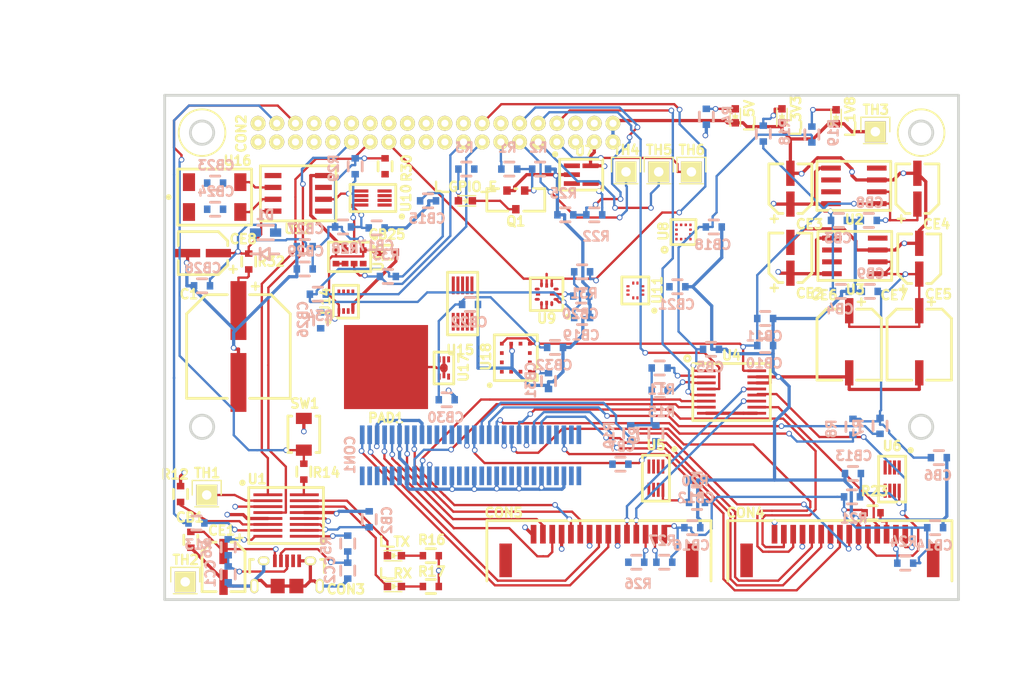
<source format=kicad_pcb>
(kicad_pcb (version 4) (host pcbnew 4.0.1-stable)
  (layers (0 F.Cu signal) (1 In1.Cu power hide) (2 In2.Cu power) (31 B.Cu signal) (34 B.Paste user) (35 F.Paste user) (36 B.SilkS user) (37 F.SilkS user) (38 B.Mask user) (39 F.Mask user) (44 Edge.Cuts user))
  (net 0 "")
  (net 1 GND)
  (net 2 "Net-(C1-Pad1)")
  (net 3 /+5F)
  (net 4 /3V3)
  (net 5 /5V)
  (net 6 /1V8)
  (net 7 "Net-(CB13-Pad1)")
  (net 8 "Net-(CB21-Pad1)")
  (net 9 "Net-(CB28-Pad1)")
  (net 10 /USBDP)
  (net 11 /USBDM)
  (net 12 "Net-(CON1-Pad33)")
  (net 13 /ISP0_SDA)
  (net 14 /ISP1_SCL)
  (net 15 "Net-(CON1-Pad35)")
  (net 16 "Net-(CON1-Pad39)")
  (net 17 /ISP1_SDA)
  (net 18 "Net-(CON1-Pad45)")
  (net 19 /CSI1_DATA1_P)
  (net 20 "Net-(CON1-Pad47)")
  (net 21 /CSI1_DATA0_N)
  (net 22 /CSI1_DATA0_P)
  (net 23 "Net-(CON1-Pad41)")
  (net 24 "Net-(CON1-Pad57)")
  (net 25 "Net-(CON1-Pad60)")
  (net 26 "Net-(CON1-Pad59)")
  (net 27 "Net-(CON1-Pad53)")
  (net 28 /CSI1_CLK_P)
  (net 29 /CSI1_CLK_N)
  (net 30 "Net-(CON1-Pad51)")
  (net 31 /CSI1_DATA1_N)
  (net 32 /CAM1_CLK)
  (net 33 "Net-(CON1-Pad20)")
  (net 34 "Net-(CON1-Pad23)")
  (net 35 "Net-(CON1-Pad22)")
  (net 36 "Net-(CON1-Pad21)")
  (net 37 "Net-(CON1-Pad29)")
  (net 38 /ISP0_SCL)
  (net 39 "Net-(CON1-Pad27)")
  (net 40 "Net-(CON1-Pad28)")
  (net 41 "Net-(CON1-Pad26)")
  (net 42 "Net-(CON1-Pad9)")
  (net 43 /CSI0_DATA0_N)
  (net 44 "Net-(CON1-Pad11)")
  (net 45 /CAM2_CLK)
  (net 46 /CSI0_DATA1_N)
  (net 47 /CSI0_DATA1_P)
  (net 48 "Net-(CON1-Pad5)")
  (net 49 /CSI0_DATA0_P)
  (net 50 "Net-(CON1-Pad7)")
  (net 51 "Net-(CON1-Pad3)")
  (net 52 /CSI0_CLK_N)
  (net 53 /CSI0_CLK_P)
  (net 54 "Net-(CON1-Pad1)")
  (net 55 "Net-(CON2-Pad3)")
  (net 56 /PMU_PWRON_N)
  (net 57 "Net-(CON2-Pad5)")
  (net 58 /EXP_RSTOUT_N)
  (net 59 "Net-(CON2-Pad7)")
  (net 60 "Net-(CON2-Pad8)")
  (net 61 "Net-(CON2-Pad9)")
  (net 62 "Net-(CON2-Pad10)")
  (net 63 /UART3_TX)
  (net 64 "Net-(CON2-Pad12)")
  (net 65 /UART3_RX)
  (net 66 "Net-(CON2-Pad14)")
  (net 67 /I2C0_SCL)
  (net 68 "Net-(CON2-Pad16)")
  (net 69 /I2C0_SDA)
  (net 70 "Net-(CON2-Pad18)")
  (net 71 "Net-(CON2-Pad19)")
  (net 72 "Net-(CON2-Pad20)")
  (net 73 "Net-(CON2-Pad21)")
  (net 74 "Net-(CON2-Pad22)")
  (net 75 /RPR-0521RS_INT)
  (net 76 /BM1422GMV_DRDY)
  (net 77 /BH1745NUC_INT)
  (net 78 /BM1383GLV_INT)
  (net 79 "Net-(CON2-Pad27)")
  (net 80 /KX022-1020_INT1)
  (net 81 "Net-(CON2-Pad29)")
  (net 82 /BD7411G_OUT_1V8)
  (net 83 "Net-(CON2-Pad31)")
  (net 84 /CAM1_GPIO)
  (net 85 "Net-(CON2-Pad33)")
  (net 86 /CAM2_GPIO)
  (net 87 "Net-(CON2-Pad35)")
  (net 88 "Net-(CON2-Pad36)")
  (net 89 "Net-(CON2-Pad38)")
  (net 90 "Net-(LED1-Pad2)")
  (net 91 "Net-(LED1-Pad1)")
  (net 92 "Net-(LED2-Pad2)")
  (net 93 "Net-(LED3-Pad2)")
  (net 94 "Net-(LED4-Pad2)")
  (net 95 "Net-(LED5-Pad2)")
  (net 96 "Net-(LED5-Pad1)")
  (net 97 "Net-(LED6-Pad2)")
  (net 98 "Net-(LED6-Pad1)")
  (net 99 /CAM2_CLK_3V3)
  (net 100 /ISP1_SCL_3V3)
  (net 101 /ISP1_SDA_3V3)
  (net 102 /CAM2_GPIO_3V3)
  (net 103 /CAM1_CLK_3V3)
  (net 104 /ISP0_SCL_3V3)
  (net 105 /ISP0_SDA_3V3)
  (net 106 /CAM1_GPIO_3V3)
  (net 107 "Net-(PAD1-Pad1)")
  (net 108 "Net-(Q1-Pad2)")
  (net 109 /I2C0_SCL_3V3)
  (net 110 /I2C0_SDA_3V3)
  (net 111 "Net-(R15-Pad2)")
  (net 112 /BD7411G_OUT_5V)
  (net 113 "Net-(TH1-Pad1)")
  (net 114 "Net-(U2-Pad7)")
  (net 115 "Net-(U2-Pad6)")
  (net 116 "Net-(U2-Pad4)")
  (net 117 "Net-(U8-Pad6)")
  (net 118 "Net-(U12-Pad5)")
  (net 119 "Net-(CB12-Pad1)")
  (net 120 "Net-(CB17-Pad1)")
  (net 121 "Net-(CB20-Pad1)")
  (net 122 "Net-(CB23-Pad1)")
  (net 123 "Net-(CB24-Pad1)")
  (net 124 "Net-(CB31-Pad1)")
  (net 125 "Net-(R5-Pad1)")
  (net 126 "Net-(R6-Pad1)")
  (net 127 "Net-(R11-Pad2)")
  (net 128 "Net-(R12-Pad2)")
  (net 129 "Net-(R13-Pad2)")
  (net 130 "Net-(R14-Pad2)")
  (net 131 "Net-(U3-Pad6)")
  (net 132 "Net-(U3-Pad7)")
  (net 133 "Net-(U3-Pad4)")
  (net 134 "Net-(U7-Pad3)")
  (net 135 "Net-(U7-Pad1)")
  (net 136 "Net-(U9-Pad7)")
  (net 137 "Net-(U9-Pad8)")
  (net 138 "Net-(U9-Pad4)")
  (net 139 "Net-(U11-Pad6)")
  (net 140 "Net-(U11-Pad4)")
  (net 141 "Net-(U12-Pad1)")
  (net 142 "Net-(U13-Pad5)")
  (net 143 "Net-(U14-Pad8)")
  (net 144 "Net-(U15-Pad5)")
  (net 145 "Net-(U15-Pad6)")
  (net 146 "Net-(U15-Pad7)")
  (net 147 "Net-(U15-Pad2)")
  (net 148 "Net-(U15-Pad4)")
  (net 149 "Net-(U16-Pad2)")
  (net 150 "Net-(U16-Pad3)")
  (net 151 "Net-(U17-Pad1)")
  (net 152 "Net-(U18-Pad12)")
  (net 153 "Net-(U18-Pad6)")
  (net 154 "Net-(U18-Pad11)")
  (net 155 "Net-(U18-Pad9)")
  (net 156 "Net-(U18-Pad3)")
  (net 157 "Net-(U18-Pad2)")
  (net 158 "Net-(U18-Pad1)")
  (net 159 "Net-(U8-Pad11)")
  (net 160 "Net-(CON3-Pad4)")
  (net 161 "Net-(CB2-Pad1)")
  (module rohm:MCR03 (layer B.Cu) (at 100.5 146)
    (fp_text reference R26 (at 0.2032 2.3064) (layer B.SilkS) (effects (font (thickness 0.25)) (justify mirror)))
    (fp_text value 2.2k hide)
    (pad 1 smd rect (at -0.85 0) (size 0.7 0.8) (layers B.Cu B.Paste B.Mask) (net 4 /3V3))
    (pad 2 smd rect (at 0.85 0) (size 0.7 0.8) (layers B.Cu B.Paste B.Mask) (net 104 /ISP0_SCL_3V3))
  )
  (module rohm:MCR03 (layer F.Cu) (at 64.9 136.3 270)
    (fp_text reference R14 (at 0.1 -2.4 360) (layer F.SilkS) (effects (font (thickness 0.25))))
    (fp_text value 220 hide)
    (pad 1 smd rect (at -0.85 0 270) (size 0.7 0.8) (layers F.Cu F.Paste F.Mask) (net 58 /EXP_RSTOUT_N))
    (pad 2 smd rect (at 0.85 0 270) (size 0.7 0.8) (layers F.Cu F.Paste F.Mask) (net 130 "Net-(R14-Pad2)"))
  )
  (module rohm:MCR03 (layer B.Cu) (at 53.4 141.8)
    (fp_text reference R13 (at 0.2032 2.3064) (layer B.SilkS) (effects (font (thickness 0.25)) (justify mirror)))
    (fp_text value 220 hide)
    (pad 1 smd rect (at -0.85 0) (size 0.7 0.8) (layers B.Cu B.Paste B.Mask) (net 56 /PMU_PWRON_N))
    (pad 2 smd rect (at 0.85 0) (size 0.7 0.8) (layers B.Cu B.Paste B.Mask) (net 129 "Net-(R13-Pad2)"))
  )
  (module rohm:MCR03 (layer F.Cu) (at 51.7 138.7 270)
    (fp_text reference R12 (at -2.1 0.6 360) (layer F.SilkS) (effects (font (thickness 0.25))))
    (fp_text value 10K hide)
    (pad 1 smd rect (at -0.85 0 270) (size 0.7 0.8) (layers F.Cu F.Paste F.Mask) (net 1 GND))
    (pad 2 smd rect (at 0.85 0 270) (size 0.7 0.8) (layers F.Cu F.Paste F.Mask) (net 128 "Net-(R12-Pad2)"))
  )
  (module rohm:MCR03 (layer B.Cu) (at 69.6 144 270)
    (fp_text reference R5 (at 0.2032 2.3064 270) (layer B.SilkS) (effects (font (thickness 0.25)) (justify mirror)))
    (fp_text value 22 hide)
    (pad 1 smd rect (at -0.85 0 270) (size 0.7 0.8) (layers B.Cu B.Paste B.Mask) (net 125 "Net-(R5-Pad1)"))
    (pad 2 smd rect (at 0.85 0 270) (size 0.7 0.8) (layers B.Cu B.Paste B.Mask) (net 11 /USBDM))
  )
  (module droneworks:FCS0V474ZFTBR24 (layer F.Cu) (at 57.9 122.9 90)
    (fp_text reference C1 (at 5.6 -5.3 180) (layer F.SilkS) (effects (font (thickness 0.25))))
    (fp_text value 3.5V0.47F hide)
    (fp_text user + (at 6.45 1.75 90) (layer F.SilkS) (effects (font (thickness 0.25))))
    (pad 2 smd rect (at -3.85 0 90) (size 6.3 1.7) (layers F.Cu F.Paste F.Mask) (net 1 GND))
    (pad 1 smd rect (at 3.85 0 90) (size 6.3 1.7) (layers F.Cu F.Paste F.Mask) (net 2 "Net-(C1-Pad1)"))
  )
  (module droneworks:GRM18 (layer F.Cu) (at 52.8 143.6 270)
    (fp_text reference CB1 (at -2.4 0.1 360) (layer F.SilkS) (effects (font (thickness 0.25))))
    (fp_text value 104 hide)
    (pad 1 smd rect (at -0.85 0 270) (size 0.7 0.8) (layers F.Cu F.Paste F.Mask) (net 3 /+5F))
    (pad 2 smd rect (at 0.85 0 270) (size 0.7 0.8) (layers F.Cu F.Paste F.Mask) (net 1 GND))
  )
  (module droneworks:GRM18 (layer B.Cu) (at 71.9 141.4 90)
    (fp_text reference CB2 (at -0.1 1.9 90) (layer B.SilkS) (effects (font (thickness 0.25)) (justify mirror)))
    (fp_text value 104 hide)
    (pad 1 smd rect (at -0.85 0 90) (size 0.7 0.8) (layers B.Cu B.Paste B.Mask) (net 161 "Net-(CB2-Pad1)"))
    (pad 2 smd rect (at 0.85 0 90) (size 0.7 0.8) (layers B.Cu B.Paste B.Mask) (net 1 GND))
  )
  (module droneworks:GRM18 (layer B.Cu) (at 122.2 109.4)
    (fp_text reference CB3 (at -0.1 1.9) (layer B.SilkS) (effects (font (thickness 0.25)) (justify mirror)))
    (fp_text value 104 hide)
    (pad 1 smd rect (at -0.85 0) (size 0.7 0.8) (layers B.Cu B.Paste B.Mask) (net 5 /5V))
    (pad 2 smd rect (at 0.85 0) (size 0.7 0.8) (layers B.Cu B.Paste B.Mask) (net 1 GND))
  )
  (module droneworks:GRM18 (layer B.Cu) (at 122.4 117)
    (fp_text reference CB4 (at -0.1 1.9) (layer B.SilkS) (effects (font (thickness 0.25)) (justify mirror)))
    (fp_text value 104 hide)
    (pad 1 smd rect (at -0.85 0) (size 0.7 0.8) (layers B.Cu B.Paste B.Mask) (net 5 /5V))
    (pad 2 smd rect (at 0.85 0) (size 0.7 0.8) (layers B.Cu B.Paste B.Mask) (net 1 GND))
  )
  (module droneworks:GRM18 (layer B.Cu) (at 108.5 123.2)
    (fp_text reference CB5 (at -0.1 1.9) (layer B.SilkS) (effects (font (thickness 0.25)) (justify mirror)))
    (fp_text value 104 hide)
    (pad 1 smd rect (at -0.85 0) (size 0.7 0.8) (layers B.Cu B.Paste B.Mask) (net 6 /1V8))
    (pad 2 smd rect (at 0.85 0) (size 0.7 0.8) (layers B.Cu B.Paste B.Mask) (net 1 GND))
  )
  (module droneworks:GRM18 (layer B.Cu) (at 132.9 134.8)
    (fp_text reference CB6 (at -0.1 1.9) (layer B.SilkS) (effects (font (thickness 0.25)) (justify mirror)))
    (fp_text value 104 hide)
    (pad 1 smd rect (at -0.85 0) (size 0.7 0.8) (layers B.Cu B.Paste B.Mask) (net 6 /1V8))
    (pad 2 smd rect (at 0.85 0) (size 0.7 0.8) (layers B.Cu B.Paste B.Mask) (net 1 GND))
  )
  (module droneworks:GRM18 (layer B.Cu) (at 98.8 135.5 180)
    (fp_text reference CB7 (at -0.1 1.9 180) (layer B.SilkS) (effects (font (thickness 0.25)) (justify mirror)))
    (fp_text value 104 hide)
    (pad 1 smd rect (at -0.85 0 180) (size 0.7 0.8) (layers B.Cu B.Paste B.Mask) (net 6 /1V8))
    (pad 2 smd rect (at 0.85 0 180) (size 0.7 0.8) (layers B.Cu B.Paste B.Mask) (net 1 GND))
  )
  (module droneworks:GRM18 (layer B.Cu) (at 125.4 109.4 180)
    (fp_text reference CB8 (at -0.1 1.9 180) (layer B.SilkS) (effects (font (thickness 0.25)) (justify mirror)))
    (fp_text value 104 hide)
    (pad 1 smd rect (at -0.85 0 180) (size 0.7 0.8) (layers B.Cu B.Paste B.Mask) (net 4 /3V3))
    (pad 2 smd rect (at 0.85 0 180) (size 0.7 0.8) (layers B.Cu B.Paste B.Mask) (net 1 GND))
  )
  (module droneworks:GRM18 (layer B.Cu) (at 125.5 117 180)
    (fp_text reference CB9 (at -0.1 1.9 180) (layer B.SilkS) (effects (font (thickness 0.25)) (justify mirror)))
    (fp_text value 104 hide)
    (pad 1 smd rect (at -0.85 0 180) (size 0.7 0.8) (layers B.Cu B.Paste B.Mask) (net 6 /1V8))
    (pad 2 smd rect (at 0.85 0 180) (size 0.7 0.8) (layers B.Cu B.Paste B.Mask) (net 1 GND))
  )
  (module droneworks:GRM18 (layer B.Cu) (at 114.3 122.8)
    (fp_text reference CB10 (at -0.1 1.9) (layer B.SilkS) (effects (font (thickness 0.25)) (justify mirror)))
    (fp_text value 104 hide)
    (pad 1 smd rect (at -0.85 0) (size 0.7 0.8) (layers B.Cu B.Paste B.Mask) (net 4 /3V3))
    (pad 2 smd rect (at 0.85 0) (size 0.7 0.8) (layers B.Cu B.Paste B.Mask) (net 1 GND))
  )
  (module droneworks:GRM18 (layer B.Cu) (at 114.3 119.9)
    (fp_text reference CB11 (at -0.1 1.9) (layer B.SilkS) (effects (font (thickness 0.25)) (justify mirror)))
    (fp_text value 104 hide)
    (pad 1 smd rect (at -0.85 0) (size 0.7 0.8) (layers B.Cu B.Paste B.Mask) (net 4 /3V3))
    (pad 2 smd rect (at 0.85 0) (size 0.7 0.8) (layers B.Cu B.Paste B.Mask) (net 1 GND))
  )
  (module droneworks:GRM18 (layer B.Cu) (at 107 137.2)
    (fp_text reference CB12 (at -0.1 1.9) (layer B.SilkS) (effects (font (thickness 0.25)) (justify mirror)))
    (fp_text value 104 hide)
    (pad 1 smd rect (at -0.85 0) (size 0.7 0.8) (layers B.Cu B.Paste B.Mask) (net 119 "Net-(CB12-Pad1)"))
    (pad 2 smd rect (at 0.85 0) (size 0.7 0.8) (layers B.Cu B.Paste B.Mask) (net 1 GND))
  )
  (module droneworks:GRM18 (layer B.Cu) (at 123.7 136.5 180)
    (fp_text reference CB13 (at -0.1 1.9 180) (layer B.SilkS) (effects (font (thickness 0.25)) (justify mirror)))
    (fp_text value 104 hide)
    (pad 1 smd rect (at -0.85 0 180) (size 0.7 0.8) (layers B.Cu B.Paste B.Mask) (net 7 "Net-(CB13-Pad1)"))
    (pad 2 smd rect (at 0.85 0 180) (size 0.7 0.8) (layers B.Cu B.Paste B.Mask) (net 1 GND))
  )
  (module droneworks:GRM18 (layer B.Cu) (at 132.5 142.3)
    (fp_text reference CB14 (at -0.1 1.9) (layer B.SilkS) (effects (font (thickness 0.25)) (justify mirror)))
    (fp_text value 104 hide)
    (pad 1 smd rect (at -0.85 0) (size 0.7 0.8) (layers B.Cu B.Paste B.Mask) (net 4 /3V3))
    (pad 2 smd rect (at 0.85 0) (size 0.7 0.8) (layers B.Cu B.Paste B.Mask) (net 1 GND))
  )
  (module droneworks:GRM18 (layer B.Cu) (at 78.2 107.3)
    (fp_text reference CB15 (at -0.1 1.9) (layer B.SilkS) (effects (font (thickness 0.25)) (justify mirror)))
    (fp_text value 104 hide)
    (pad 1 smd rect (at -0.85 0) (size 0.7 0.8) (layers B.Cu B.Paste B.Mask) (net 6 /1V8))
    (pad 2 smd rect (at 0.85 0) (size 0.7 0.8) (layers B.Cu B.Paste B.Mask) (net 1 GND))
  )
  (module droneworks:GRM18 (layer B.Cu) (at 106.5 142.3)
    (fp_text reference CB16 (at -0.1 1.9) (layer B.SilkS) (effects (font (thickness 0.25)) (justify mirror)))
    (fp_text value 104 hide)
    (pad 1 smd rect (at -0.85 0) (size 0.7 0.8) (layers B.Cu B.Paste B.Mask) (net 4 /3V3))
    (pad 2 smd rect (at 0.85 0) (size 0.7 0.8) (layers B.Cu B.Paste B.Mask) (net 1 GND))
  )
  (module droneworks:GRM18 (layer B.Cu) (at 72.7 110.2)
    (fp_text reference CB17 (at -0.1 1.9) (layer B.SilkS) (effects (font (thickness 0.25)) (justify mirror)))
    (fp_text value 104 hide)
    (pad 1 smd rect (at -0.85 0) (size 0.7 0.8) (layers B.Cu B.Paste B.Mask) (net 120 "Net-(CB17-Pad1)"))
    (pad 2 smd rect (at 0.85 0) (size 0.7 0.8) (layers B.Cu B.Paste B.Mask) (net 1 GND))
  )
  (module droneworks:GRM18 (layer B.Cu) (at 108.8 110.1)
    (fp_text reference CB18 (at -0.1 1.9) (layer B.SilkS) (effects (font (thickness 0.25)) (justify mirror)))
    (fp_text value 104 hide)
    (pad 1 smd rect (at -0.85 0) (size 0.7 0.8) (layers B.Cu B.Paste B.Mask) (net 6 /1V8))
    (pad 2 smd rect (at 0.85 0) (size 0.7 0.8) (layers B.Cu B.Paste B.Mask) (net 1 GND))
  )
  (module droneworks:GRM18 (layer B.Cu) (at 94.7 119.8)
    (fp_text reference CB19 (at -0.1 1.9) (layer B.SilkS) (effects (font (thickness 0.25)) (justify mirror)))
    (fp_text value 1.0uF hide)
    (pad 1 smd rect (at -0.85 0) (size 0.7 0.8) (layers B.Cu B.Paste B.Mask) (net 6 /1V8))
    (pad 2 smd rect (at 0.85 0) (size 0.7 0.8) (layers B.Cu B.Paste B.Mask) (net 1 GND))
  )
  (module droneworks:GRM18 (layer B.Cu) (at 94.6 117.5)
    (fp_text reference CB20 (at -0.1 1.9) (layer B.SilkS) (effects (font (thickness 0.25)) (justify mirror)))
    (fp_text value 1.0uF hide)
    (pad 1 smd rect (at -0.85 0) (size 0.7 0.8) (layers B.Cu B.Paste B.Mask) (net 121 "Net-(CB20-Pad1)"))
    (pad 2 smd rect (at 0.85 0) (size 0.7 0.8) (layers B.Cu B.Paste B.Mask) (net 1 GND))
  )
  (module droneworks:GRM18 (layer B.Cu) (at 104.9 116.5)
    (fp_text reference CB21 (at -0.1 1.9) (layer B.SilkS) (effects (font (thickness 0.25)) (justify mirror)))
    (fp_text value 1.0uF hide)
    (pad 1 smd rect (at -0.85 0) (size 0.7 0.8) (layers B.Cu B.Paste B.Mask) (net 8 "Net-(CB21-Pad1)"))
    (pad 2 smd rect (at 0.85 0) (size 0.7 0.8) (layers B.Cu B.Paste B.Mask) (net 1 GND))
  )
  (module droneworks:GRM18 (layer B.Cu) (at 82.7 118.4)
    (fp_text reference CB22 (at -0.1 1.9) (layer B.SilkS) (effects (font (thickness 0.25)) (justify mirror)))
    (fp_text value 104 hide)
    (pad 1 smd rect (at -0.85 0) (size 0.7 0.8) (layers B.Cu B.Paste B.Mask) (net 4 /3V3))
    (pad 2 smd rect (at 0.85 0) (size 0.7 0.8) (layers B.Cu B.Paste B.Mask) (net 1 GND))
  )
  (module droneworks:GRM18 (layer B.Cu) (at 55.4 105.4 180)
    (fp_text reference CB23 (at -0.1 1.9 180) (layer B.SilkS) (effects (font (thickness 0.25)) (justify mirror)))
    (fp_text value 0 hide)
    (pad 1 smd rect (at -0.85 0 180) (size 0.7 0.8) (layers B.Cu B.Paste B.Mask) (net 122 "Net-(CB23-Pad1)"))
    (pad 2 smd rect (at 0.85 0 180) (size 0.7 0.8) (layers B.Cu B.Paste B.Mask) (net 1 GND))
  )
  (module droneworks:GRM18 (layer B.Cu) (at 55.4 108.2 180)
    (fp_text reference CB24 (at -0.1 1.9 180) (layer B.SilkS) (effects (font (thickness 0.25)) (justify mirror)))
    (fp_text value 0 hide)
    (pad 1 smd rect (at -0.85 0 180) (size 0.7 0.8) (layers B.Cu B.Paste B.Mask) (net 123 "Net-(CB24-Pad1)"))
    (pad 2 smd rect (at 0.85 0 180) (size 0.7 0.8) (layers B.Cu B.Paste B.Mask) (net 1 GND))
  )
  (module droneworks:GRM18 (layer F.Cu) (at 73.9 112.8)
    (fp_text reference CB25 (at -0.1 -1.9) (layer F.SilkS) (effects (font (thickness 0.25))))
    (fp_text value 10uF hide)
    (pad 1 smd rect (at -0.85 0) (size 0.7 0.8) (layers F.Cu F.Paste F.Mask) (net 4 /3V3))
    (pad 2 smd rect (at 0.85 0) (size 0.7 0.8) (layers F.Cu F.Paste F.Mask) (net 1 GND))
  )
  (module droneworks:GRM18 (layer B.Cu) (at 66.7 120.1 270)
    (fp_text reference CB26 (at -0.1 1.9 270) (layer B.SilkS) (effects (font (thickness 0.25)) (justify mirror)))
    (fp_text value 104 hide)
    (pad 1 smd rect (at -0.85 0 270) (size 0.7 0.8) (layers B.Cu B.Paste B.Mask) (net 4 /3V3))
    (pad 2 smd rect (at 0.85 0 270) (size 0.7 0.8) (layers B.Cu B.Paste B.Mask) (net 1 GND))
  )
  (module droneworks:GRM18 (layer B.Cu) (at 65 112.2 180)
    (fp_text reference CB27 (at -0.1 1.9 180) (layer B.SilkS) (effects (font (thickness 0.25)) (justify mirror)))
    (fp_text value 104 hide)
    (pad 1 smd rect (at -0.85 0 180) (size 0.7 0.8) (layers B.Cu B.Paste B.Mask) (net 4 /3V3))
    (pad 2 smd rect (at 0.85 0 180) (size 0.7 0.8) (layers B.Cu B.Paste B.Mask) (net 1 GND))
  )
  (module droneworks:GRM18 (layer B.Cu) (at 54 116.4 180)
    (fp_text reference CB28 (at -0.1 1.9 180) (layer B.SilkS) (effects (font (thickness 0.25)) (justify mirror)))
    (fp_text value 104 hide)
    (pad 1 smd rect (at -0.85 0 180) (size 0.7 0.8) (layers B.Cu B.Paste B.Mask) (net 9 "Net-(CB28-Pad1)"))
    (pad 2 smd rect (at 0.85 0 180) (size 0.7 0.8) (layers B.Cu B.Paste B.Mask) (net 1 GND))
  )
  (module droneworks:GRM18 (layer B.Cu) (at 65 114.6 180)
    (fp_text reference CB29 (at -0.1 1.9 180) (layer B.SilkS) (effects (font (thickness 0.25)) (justify mirror)))
    (fp_text value 104 hide)
    (pad 1 smd rect (at -0.85 0 180) (size 0.7 0.8) (layers B.Cu B.Paste B.Mask) (net 4 /3V3))
    (pad 2 smd rect (at 0.85 0 180) (size 0.7 0.8) (layers B.Cu B.Paste B.Mask) (net 1 GND))
  )
  (module droneworks:GRM18 (layer B.Cu) (at 80.2 128.6)
    (fp_text reference CB30 (at -0.1 1.9) (layer B.SilkS) (effects (font (thickness 0.25)) (justify mirror)))
    (fp_text value 10uF hide)
    (pad 1 smd rect (at -0.85 0) (size 0.7 0.8) (layers B.Cu B.Paste B.Mask) (net 4 /3V3))
    (pad 2 smd rect (at 0.85 0) (size 0.7 0.8) (layers B.Cu B.Paste B.Mask) (net 1 GND))
  )
  (module droneworks:GRM18 (layer B.Cu) (at 91.1 126.6 270)
    (fp_text reference CB31 (at -0.1 1.9 270) (layer B.SilkS) (effects (font (thickness 0.25)) (justify mirror)))
    (fp_text value 1nF hide)
    (pad 1 smd rect (at -0.85 0 270) (size 0.7 0.8) (layers B.Cu B.Paste B.Mask) (net 124 "Net-(CB31-Pad1)"))
    (pad 2 smd rect (at 0.85 0 270) (size 0.7 0.8) (layers B.Cu B.Paste B.Mask) (net 1 GND))
  )
  (module droneworks:GRM18 (layer B.Cu) (at 91.8 123)
    (fp_text reference CB32 (at -0.1 1.9) (layer B.SilkS) (effects (font (thickness 0.25)) (justify mirror)))
    (fp_text value 104 hide)
    (pad 1 smd rect (at -0.85 0) (size 0.7 0.8) (layers B.Cu B.Paste B.Mask) (net 4 /3V3))
    (pad 2 smd rect (at 0.85 0) (size 0.7 0.8) (layers B.Cu B.Paste B.Mask) (net 1 GND))
  )
  (module droneworks:OS-CON-A5 (layer F.Cu) (at 56.3 146.5 180)
    (fp_text reference CE1 (at 0.2 3.9 180) (layer F.SilkS) (effects (font (thickness 0.25))))
    (fp_text value 10uF hide)
    (fp_text user + (at -1.7264 3.16 180) (layer F.SilkS) (effects (font (thickness 0.25))))
    (pad 1 smd rect (at 0 1.65 180) (size 0.9 2.7) (layers F.Cu F.Paste F.Mask) (net 3 /+5F))
    (pad 2 smd rect (at 0 -1.65 180) (size 0.9 2.7) (layers F.Cu F.Paste F.Mask) (net 1 GND))
  )
  (module droneworks:OS-CON-A5 (layer F.Cu) (at 117 113.4)
    (fp_text reference CE2 (at 2.05 3.8) (layer F.SilkS) (effects (font (thickness 0.25))))
    (fp_text value 22uF hide)
    (fp_text user + (at -1.7264 3.16) (layer F.SilkS) (effects (font (thickness 0.25))))
    (pad 1 smd rect (at 0 1.65) (size 0.9 2.7) (layers F.Cu F.Paste F.Mask) (net 5 /5V))
    (pad 2 smd rect (at 0 -1.65) (size 0.9 2.7) (layers F.Cu F.Paste F.Mask) (net 1 GND))
  )
  (module droneworks:OS-CON-A5 (layer F.Cu) (at 117 106)
    (fp_text reference CE3 (at 2.05 3.8) (layer F.SilkS) (effects (font (thickness 0.25))))
    (fp_text value 22uF hide)
    (fp_text user + (at -1.7264 3.16) (layer F.SilkS) (effects (font (thickness 0.25))))
    (pad 1 smd rect (at 0 1.65) (size 0.9 2.7) (layers F.Cu F.Paste F.Mask) (net 5 /5V))
    (pad 2 smd rect (at 0 -1.65) (size 0.9 2.7) (layers F.Cu F.Paste F.Mask) (net 1 GND))
  )
  (module droneworks:OS-CON-A5 (layer F.Cu) (at 130.6 106)
    (fp_text reference CE4 (at 2.05 3.8) (layer F.SilkS) (effects (font (thickness 0.25))))
    (fp_text value 22uF hide)
    (fp_text user + (at -1.7264 3.16) (layer F.SilkS) (effects (font (thickness 0.25))))
    (pad 1 smd rect (at 0 1.65) (size 0.9 2.7) (layers F.Cu F.Paste F.Mask) (net 4 /3V3))
    (pad 2 smd rect (at 0 -1.65) (size 0.9 2.7) (layers F.Cu F.Paste F.Mask) (net 1 GND))
  )
  (module droneworks:OS-CON-A5 (layer F.Cu) (at 130.8 113.5)
    (fp_text reference CE5 (at 2.05 3.8) (layer F.SilkS) (effects (font (thickness 0.25))))
    (fp_text value 22uF hide)
    (fp_text user + (at -1.7264 3.16) (layer F.SilkS) (effects (font (thickness 0.25))))
    (pad 1 smd rect (at 0 1.65) (size 0.9 2.7) (layers F.Cu F.Paste F.Mask) (net 6 /1V8))
    (pad 2 smd rect (at 0 -1.65) (size 0.9 2.7) (layers F.Cu F.Paste F.Mask) (net 1 GND))
  )
  (module droneworks:OS-CON-C6 (layer F.Cu) (at 123.3 122.7 180)
    (fp_text reference CE6 (at 2.7 5.3 180) (layer F.SilkS) (effects (font (thickness 0.25))))
    (fp_text value 47uF hide)
    (fp_text user + (at -1.3 4.65 180) (layer F.SilkS) (effects (font (thickness 0.25))))
    (pad 1 smd rect (at 0 3.6312 180) (size 0.9 2.7) (layers F.Cu F.Paste F.Mask) (net 6 /1V8))
    (pad 2 smd rect (at 0 -3.0216 180) (size 0.9 2.7) (layers F.Cu F.Paste F.Mask) (net 1 GND))
  )
  (module droneworks:OS-CON-C6 (layer F.Cu) (at 130.8 122.7 180)
    (fp_text reference CE7 (at 2.7 5.3 180) (layer F.SilkS) (effects (font (thickness 0.25))))
    (fp_text value 47uF hide)
    (fp_text user + (at -1.3 4.65 180) (layer F.SilkS) (effects (font (thickness 0.25))))
    (pad 1 smd rect (at 0 3.6312 180) (size 0.9 2.7) (layers F.Cu F.Paste F.Mask) (net 6 /1V8))
    (pad 2 smd rect (at 0 -3.0216 180) (size 0.9 2.7) (layers F.Cu F.Paste F.Mask) (net 1 GND))
  )
  (module droneworks:OS-CON-A5 (layer F.Cu) (at 54.1 112.9 90)
    (fp_text reference CE8 (at 1.5 4.3 180) (layer F.SilkS) (effects (font (thickness 0.25))))
    (fp_text value 22uF hide)
    (fp_text user + (at -1.7264 3.16 90) (layer F.SilkS) (effects (font (thickness 0.25))))
    (pad 1 smd rect (at 0 1.65 90) (size 0.9 2.7) (layers F.Cu F.Paste F.Mask) (net 9 "Net-(CB28-Pad1)"))
    (pad 2 smd rect (at 0 -1.65 90) (size 0.9 2.7) (layers F.Cu F.Paste F.Mask) (net 1 GND))
  )
  (module rohm:1SS355 (layer B.Cu) (at 60.8 110.7 180)
    (fp_text reference D1 (at 0.05 1.9 180) (layer B.SilkS) (effects (font (thickness 0.25)) (justify mirror)))
    (fp_text value D hide)
    (pad 1 smd rect (at -1.075 0 180) (size 1.2 0.9) (layers B.Cu B.Paste B.Mask) (net 9 "Net-(CB28-Pad1)"))
    (pad 2 smd rect (at 1.075 0 180) (size 1.2 0.9) (layers B.Cu B.Paste B.Mask) (net 4 /3V3))
  )
  (module droneworks:PAD (layer F.Cu) (at 73.7 125.1)
    (fp_text reference PAD1 (at 0 5.45) (layer F.SilkS) (effects (font (thickness 0.25))))
    (fp_text value PAD hide)
    (pad 1 smd rect (at 0 0) (size 9 9) (layers F.Cu F.Paste F.Mask) (net 107 "Net-(PAD1-Pad1)"))
  )
  (module droneworks:MMSS8050 (layer F.Cu) (at 87.6 107.2)
    (fp_text reference Q1 (at 0 2.3) (layer F.SilkS) (effects (font (thickness 0.25))))
    (fp_text value S8050 hide)
    (pad 1 smd rect (at -0.95 -1) (size 0.8 0.9) (layers F.Cu F.Paste F.Mask) (net 1 GND))
    (pad 2 smd rect (at 0.95 -1) (size 0.8 0.9) (layers F.Cu F.Paste F.Mask) (net 108 "Net-(Q1-Pad2)"))
    (pad 3 smd rect (at 0 1) (size 0.8 0.9) (layers F.Cu F.Paste F.Mask) (net 91 "Net-(LED1-Pad1)"))
  )
  (module rohm:MCR03 (layer B.Cu) (at 86.9 103.9 180)
    (fp_text reference R1 (at 0.2032 2.3064 180) (layer B.SilkS) (effects (font (thickness 0.25)) (justify mirror)))
    (fp_text value 220 hide)
    (pad 1 smd rect (at -0.85 0 180) (size 0.7 0.8) (layers B.Cu B.Paste B.Mask) (net 108 "Net-(Q1-Pad2)"))
    (pad 2 smd rect (at 0.85 0 180) (size 0.7 0.8) (layers B.Cu B.Paste B.Mask) (net 79 "Net-(CON2-Pad27)"))
  )
  (module rohm:MCR03 (layer B.Cu) (at 90.2 103.9 180)
    (fp_text reference R2 (at 0.2032 2.3064 180) (layer B.SilkS) (effects (font (thickness 0.25)) (justify mirror)))
    (fp_text value 220 hide)
    (pad 1 smd rect (at -0.85 0 180) (size 0.7 0.8) (layers B.Cu B.Paste B.Mask) (net 1 GND))
    (pad 2 smd rect (at 0.85 0 180) (size 0.7 0.8) (layers B.Cu B.Paste B.Mask) (net 108 "Net-(Q1-Pad2)"))
  )
  (module rohm:MCR03 (layer B.Cu) (at 82.3 103.9 180)
    (fp_text reference R3 (at 0.2032 2.3064 180) (layer B.SilkS) (effects (font (thickness 0.25)) (justify mirror)))
    (fp_text value 390 hide)
    (pad 1 smd rect (at -0.85 0 180) (size 0.7 0.8) (layers B.Cu B.Paste B.Mask) (net 5 /5V))
    (pad 2 smd rect (at 0.85 0 180) (size 0.7 0.8) (layers B.Cu B.Paste B.Mask) (net 90 "Net-(LED1-Pad2)"))
  )
  (module rohm:MCR03 (layer B.Cu) (at 108 98.3 90)
    (fp_text reference R4 (at 0.2032 2.3064 90) (layer B.SilkS) (effects (font (thickness 0.25)) (justify mirror)))
    (fp_text value 620 hide)
    (pad 1 smd rect (at -0.85 0 90) (size 0.7 0.8) (layers B.Cu B.Paste B.Mask) (net 5 /5V))
    (pad 2 smd rect (at 0.85 0 90) (size 0.7 0.8) (layers B.Cu B.Paste B.Mask) (net 92 "Net-(LED2-Pad2)"))
  )
  (module rohm:MCR03 (layer B.Cu) (at 126.6 131.4 270)
    (fp_text reference R7 (at 0.2032 2.3064 270) (layer B.SilkS) (effects (font (thickness 0.25)) (justify mirror)))
    (fp_text value 2.2k hide)
    (pad 1 smd rect (at -0.85 0 270) (size 0.7 0.8) (layers B.Cu B.Paste B.Mask) (net 6 /1V8))
    (pad 2 smd rect (at 0.85 0 270) (size 0.7 0.8) (layers B.Cu B.Paste B.Mask) (net 14 /ISP1_SCL))
  )
  (module rohm:MCR03 (layer B.Cu) (at 123.7 131.5 270)
    (fp_text reference R8 (at 0.2032 2.3064 270) (layer B.SilkS) (effects (font (thickness 0.25)) (justify mirror)))
    (fp_text value 2.2k hide)
    (pad 1 smd rect (at -0.85 0 270) (size 0.7 0.8) (layers B.Cu B.Paste B.Mask) (net 6 /1V8))
    (pad 2 smd rect (at 0.85 0 270) (size 0.7 0.8) (layers B.Cu B.Paste B.Mask) (net 17 /ISP1_SDA))
  )
  (module rohm:MCR03 (layer B.Cu) (at 102.6 132.2 270)
    (fp_text reference R9 (at 0.2032 2.3064 270) (layer B.SilkS) (effects (font (thickness 0.25)) (justify mirror)))
    (fp_text value 2.2k hide)
    (pad 1 smd rect (at -0.85 0 270) (size 0.7 0.8) (layers B.Cu B.Paste B.Mask) (net 6 /1V8))
    (pad 2 smd rect (at 0.85 0 270) (size 0.7 0.8) (layers B.Cu B.Paste B.Mask) (net 38 /ISP0_SCL))
  )
  (module rohm:MCR03 (layer B.Cu) (at 99.9 132.2 270)
    (fp_text reference R10 (at 0.2032 2.3064 270) (layer B.SilkS) (effects (font (thickness 0.25)) (justify mirror)))
    (fp_text value 2.2k hide)
    (pad 1 smd rect (at -0.85 0 270) (size 0.7 0.8) (layers B.Cu B.Paste B.Mask) (net 6 /1V8))
    (pad 2 smd rect (at 0.85 0 270) (size 0.7 0.8) (layers B.Cu B.Paste B.Mask) (net 13 /ISP0_SDA))
  )
  (module rohm:MCR03 (layer B.Cu) (at 103 125.2)
    (fp_text reference R11 (at 0.2032 2.3064) (layer B.SilkS) (effects (font (thickness 0.25)) (justify mirror)))
    (fp_text value 2.2k hide)
    (pad 1 smd rect (at -0.85 0) (size 0.7 0.8) (layers B.Cu B.Paste B.Mask) (net 6 /1V8))
    (pad 2 smd rect (at 0.85 0) (size 0.7 0.8) (layers B.Cu B.Paste B.Mask) (net 127 "Net-(R11-Pad2)"))
  )
  (module rohm:MCR03 (layer B.Cu) (at 103 127.6)
    (fp_text reference R15 (at 0.2032 2.3064) (layer B.SilkS) (effects (font (thickness 0.25)) (justify mirror)))
    (fp_text value 2.2k hide)
    (pad 1 smd rect (at -0.85 0) (size 0.7 0.8) (layers B.Cu B.Paste B.Mask) (net 6 /1V8))
    (pad 2 smd rect (at 0.85 0) (size 0.7 0.8) (layers B.Cu B.Paste B.Mask) (net 111 "Net-(R15-Pad2)"))
  )
  (module rohm:MCR03 (layer F.Cu) (at 78.5 145.3 180)
    (fp_text reference R16 (at -0.1 1.7 180) (layer F.SilkS) (effects (font (thickness 0.25))))
    (fp_text value 220 hide)
    (pad 1 smd rect (at -0.85 0 180) (size 0.7 0.8) (layers F.Cu F.Paste F.Mask) (net 4 /3V3))
    (pad 2 smd rect (at 0.85 0 180) (size 0.7 0.8) (layers F.Cu F.Paste F.Mask) (net 95 "Net-(LED5-Pad2)"))
  )
  (module rohm:MCR03 (layer F.Cu) (at 78.5 148.6 180)
    (fp_text reference R17 (at -0.1 1.6 180) (layer F.SilkS) (effects (font (thickness 0.25))))
    (fp_text value 220 hide)
    (pad 1 smd rect (at -0.85 0 180) (size 0.7 0.8) (layers F.Cu F.Paste F.Mask) (net 4 /3V3))
    (pad 2 smd rect (at 0.85 0 180) (size 0.7 0.8) (layers F.Cu F.Paste F.Mask) (net 97 "Net-(LED6-Pad2)"))
  )
  (module rohm:MCR03 (layer B.Cu) (at 114.1 100.1 90)
    (fp_text reference R18 (at 0.2032 2.3064 90) (layer B.SilkS) (effects (font (thickness 0.25)) (justify mirror)))
    (fp_text value 220 hide)
    (pad 1 smd rect (at -0.85 0 90) (size 0.7 0.8) (layers B.Cu B.Paste B.Mask) (net 4 /3V3))
    (pad 2 smd rect (at 0.85 0 90) (size 0.7 0.8) (layers B.Cu B.Paste B.Mask) (net 93 "Net-(LED3-Pad2)"))
  )
  (module rohm:MCR03 (layer B.Cu) (at 119.3 100.2 90)
    (fp_text reference R19 (at 0.2032 2.3064 90) (layer B.SilkS) (effects (font (thickness 0.25)) (justify mirror)))
    (fp_text value 160 hide)
    (pad 1 smd rect (at -0.85 0 90) (size 0.7 0.8) (layers B.Cu B.Paste B.Mask) (net 6 /1V8))
    (pad 2 smd rect (at 0.85 0 90) (size 0.7 0.8) (layers B.Cu B.Paste B.Mask) (net 94 "Net-(LED4-Pad2)"))
  )
  (module rohm:MCR03 (layer B.Cu) (at 107 139.6 180)
    (fp_text reference R20 (at 0.2032 2.3064 180) (layer B.SilkS) (effects (font (thickness 0.25)) (justify mirror)))
    (fp_text value 200k hide)
    (pad 1 smd rect (at -0.85 0 180) (size 0.7 0.8) (layers B.Cu B.Paste B.Mask) (net 4 /3V3))
    (pad 2 smd rect (at 0.85 0 180) (size 0.7 0.8) (layers B.Cu B.Paste B.Mask) (net 119 "Net-(CB12-Pad1)"))
  )
  (module rohm:MCR03 (layer B.Cu) (at 123.6 139)
    (fp_text reference R21 (at 0.2032 2.3064) (layer B.SilkS) (effects (font (thickness 0.25)) (justify mirror)))
    (fp_text value 200k hide)
    (pad 1 smd rect (at -0.85 0) (size 0.7 0.8) (layers B.Cu B.Paste B.Mask) (net 4 /3V3))
    (pad 2 smd rect (at 0.85 0) (size 0.7 0.8) (layers B.Cu B.Paste B.Mask) (net 7 "Net-(CB13-Pad1)"))
  )
  (module rohm:MCR03 (layer B.Cu) (at 96 108.8)
    (fp_text reference R22 (at 0.2032 2.3064) (layer B.SilkS) (effects (font (thickness 0.25)) (justify mirror)))
    (fp_text value 18k hide)
    (pad 1 smd rect (at -0.85 0) (size 0.7 0.8) (layers B.Cu B.Paste B.Mask) (net 82 /BD7411G_OUT_1V8))
    (pad 2 smd rect (at 0.85 0) (size 0.7 0.8) (layers B.Cu B.Paste B.Mask) (net 112 /BD7411G_OUT_5V))
  )
  (module rohm:MCR03 (layer F.Cu) (at 125.8 140.7)
    (fp_text reference R23 (at 0.2032 -2.3064) (layer F.SilkS) (effects (font (thickness 0.25))))
    (fp_text value 2.2k hide)
    (pad 1 smd rect (at -0.85 0) (size 0.7 0.8) (layers F.Cu F.Paste F.Mask) (net 4 /3V3))
    (pad 2 smd rect (at 0.85 0) (size 0.7 0.8) (layers F.Cu F.Paste F.Mask) (net 100 /ISP1_SCL_3V3))
  )
  (module rohm:MCR03 (layer B.Cu) (at 129.3 146.1 180)
    (fp_text reference R24 (at 0.2032 2.3064 180) (layer B.SilkS) (effects (font (thickness 0.25)) (justify mirror)))
    (fp_text value 2.2k hide)
    (pad 1 smd rect (at -0.85 0 180) (size 0.7 0.8) (layers B.Cu B.Paste B.Mask) (net 4 /3V3))
    (pad 2 smd rect (at 0.85 0 180) (size 0.7 0.8) (layers B.Cu B.Paste B.Mask) (net 101 /ISP1_SDA_3V3))
  )
  (module rohm:MCR03 (layer B.Cu) (at 92.9 108.8 180)
    (fp_text reference R25 (at 0.2032 2.3064 180) (layer B.SilkS) (effects (font (thickness 0.25)) (justify mirror)))
    (fp_text value 10k hide)
    (pad 1 smd rect (at -0.85 0 180) (size 0.7 0.8) (layers B.Cu B.Paste B.Mask) (net 82 /BD7411G_OUT_1V8))
    (pad 2 smd rect (at 0.85 0 180) (size 0.7 0.8) (layers B.Cu B.Paste B.Mask) (net 1 GND))
  )
  (module rohm:MCR03 (layer B.Cu) (at 103.5 146 180)
    (fp_text reference R27 (at 0.2032 2.3064 180) (layer B.SilkS) (effects (font (thickness 0.25)) (justify mirror)))
    (fp_text value 2.2k hide)
    (pad 1 smd rect (at -0.85 0 180) (size 0.7 0.8) (layers B.Cu B.Paste B.Mask) (net 4 /3V3))
    (pad 2 smd rect (at 0.85 0 180) (size 0.7 0.8) (layers B.Cu B.Paste B.Mask) (net 105 /ISP0_SDA_3V3))
  )
  (module rohm:MCR03 (layer B.Cu) (at 69.1 110.1)
    (fp_text reference R28 (at 0.2032 2.3064) (layer B.SilkS) (effects (font (thickness 0.25)) (justify mirror)))
    (fp_text value 200k hide)
    (pad 1 smd rect (at -0.85 0) (size 0.7 0.8) (layers B.Cu B.Paste B.Mask) (net 4 /3V3))
    (pad 2 smd rect (at 0.85 0) (size 0.7 0.8) (layers B.Cu B.Paste B.Mask) (net 120 "Net-(CB17-Pad1)"))
  )
  (module rohm:MCR03 (layer B.Cu) (at 70.4 103.6 270)
    (fp_text reference R29 (at 0.2032 2.3064 270) (layer B.SilkS) (effects (font (thickness 0.25)) (justify mirror)))
    (fp_text value 2.2k hide)
    (pad 1 smd rect (at -0.85 0 270) (size 0.7 0.8) (layers B.Cu B.Paste B.Mask) (net 4 /3V3))
    (pad 2 smd rect (at 0.85 0 270) (size 0.7 0.8) (layers B.Cu B.Paste B.Mask) (net 109 /I2C0_SCL_3V3))
  )
  (module rohm:MCR03 (layer F.Cu) (at 73.6 103.6 270)
    (fp_text reference R30 (at 0.2032 -2.3064 270) (layer F.SilkS) (effects (font (thickness 0.25))))
    (fp_text value 2.2k hide)
    (pad 1 smd rect (at -0.85 0 270) (size 0.7 0.8) (layers F.Cu F.Paste F.Mask) (net 4 /3V3))
    (pad 2 smd rect (at 0.85 0 270) (size 0.7 0.8) (layers F.Cu F.Paste F.Mask) (net 110 /I2C0_SDA_3V3))
  )
  (module rohm:MCR03 (layer B.Cu) (at 94.7 114.9)
    (fp_text reference R31 (at 0.2032 2.3064) (layer B.SilkS) (effects (font (thickness 0.25)) (justify mirror)))
    (fp_text value 4.7k hide)
    (pad 1 smd rect (at -0.85 0) (size 0.7 0.8) (layers B.Cu B.Paste B.Mask) (net 6 /1V8))
    (pad 2 smd rect (at 0.85 0) (size 0.7 0.8) (layers B.Cu B.Paste B.Mask) (net 78 /BM1383GLV_INT))
  )
  (module rohm:MCR03 (layer F.Cu) (at 59 113.8 90)
    (fp_text reference R32 (at 0 2.4 180) (layer F.SilkS) (effects (font (thickness 0.25))))
    (fp_text value 1k hide)
    (pad 1 smd rect (at -0.85 0 90) (size 0.7 0.8) (layers F.Cu F.Paste F.Mask) (net 2 "Net-(C1-Pad1)"))
    (pad 2 smd rect (at 0.85 0 90) (size 0.7 0.8) (layers F.Cu F.Paste F.Mask) (net 9 "Net-(CB28-Pad1)"))
  )
  (module rohm:MCR03 (layer B.Cu) (at 73.9 115.4 180)
    (fp_text reference R33 (at 0.2032 2.3064 180) (layer B.SilkS) (effects (font (thickness 0.25)) (justify mirror)))
    (fp_text value 4.7k hide)
    (pad 1 smd rect (at -0.85 0 180) (size 0.7 0.8) (layers B.Cu B.Paste B.Mask) (net 6 /1V8))
    (pad 2 smd rect (at 0.85 0 180) (size 0.7 0.8) (layers B.Cu B.Paste B.Mask) (net 75 /RPR-0521RS_INT))
  )
  (module rohm:MCR03 (layer B.Cu) (at 66.4 117.3)
    (fp_text reference R34 (at 0.2032 2.3064) (layer B.SilkS) (effects (font (thickness 0.25)) (justify mirror)))
    (fp_text value 4.7k hide)
    (pad 1 smd rect (at -0.85 0) (size 0.7 0.8) (layers B.Cu B.Paste B.Mask) (net 6 /1V8))
    (pad 2 smd rect (at 0.85 0) (size 0.7 0.8) (layers B.Cu B.Paste B.Mask) (net 77 /BH1745NUC_INT))
  )
  (module droneworks:B3U-1000P (layer F.Cu) (at 64.9 132.3 90)
    (fp_text reference SW1 (at 3.3 0.1 180) (layer F.SilkS) (effects (font (thickness 0.25))))
    (fp_text value RST hide)
    (pad 2 smd rect (at 1.7 0 90) (size 1.2 1.7) (layers F.Cu F.Paste F.Mask) (net 1 GND))
    (pad 1 smd rect (at -1.7 0 90) (size 1.2 1.7) (layers F.Cu F.Paste F.Mask) (net 58 /EXP_RSTOUT_N))
  )
  (module rohm:BDxxGC0WEFJ (layer F.Cu) (at 123.8 105.7 90)
    (fp_text reference U2 (at -3.6 0.05 360) (layer F.SilkS) (effects (font (thickness 0.25))))
    (fp_text value BD33GC0WEFJ hide)
    (pad 8 smd rect (at -1.905 -2.45 90) (size 0.54 2.1) (layers F.Cu F.Paste F.Mask) (net 5 /5V))
    (pad 7 smd rect (at -0.635 -2.45 90) (size 0.54 2.1) (layers F.Cu F.Paste F.Mask) (net 114 "Net-(U2-Pad7)"))
    (pad 5 smd rect (at 1.905 -2.45 90) (size 0.54 2.1) (layers F.Cu F.Paste F.Mask) (net 5 /5V))
    (pad 6 smd rect (at 0.635 -2.45 90) (size 0.54 2.1) (layers F.Cu F.Paste F.Mask) (net 115 "Net-(U2-Pad6)"))
    (pad 3 smd rect (at 0.635 2.45 90) (size 0.54 2.1) (layers F.Cu F.Paste F.Mask) (net 1 GND))
    (pad 4 smd rect (at 1.905 2.45 90) (size 0.54 2.1) (layers F.Cu F.Paste F.Mask) (net 116 "Net-(U2-Pad4)"))
    (pad 2 smd rect (at -0.635 2.45 90) (size 0.54 2.1) (layers F.Cu F.Paste F.Mask) (net 4 /3V3))
    (pad 1 smd rect (at -1.905 2.45 90) (size 0.54 2.1) (layers F.Cu F.Paste F.Mask) (net 4 /3V3))
  )
  (module droneworks:conn2X20_2mm (layer F.Cu) (at 60 100)
    (fp_text reference CON2 (at -1.8 0.1 90) (layer F.SilkS) (effects (font (thickness 0.25))))
    (fp_text value 96Boards_LS_connector hide)
    (pad 1 thru_hole circle (at 0 1) (size 1.6 1.6) (drill 0.762) (layers *.Cu *.Mask F.SilkS) (net 1 GND))
    (pad 2 thru_hole circle (at 0 -1) (size 1.6 1.6) (drill 0.762) (layers *.Cu *.Mask F.SilkS) (net 1 GND))
    (pad 3 thru_hole circle (at 2 1) (size 1.6 1.6) (drill 0.762) (layers *.Cu *.Mask F.SilkS) (net 55 "Net-(CON2-Pad3)"))
    (pad 4 thru_hole circle (at 2 -1) (size 1.6 1.6) (drill 0.762) (layers *.Cu *.Mask F.SilkS) (net 56 /PMU_PWRON_N))
    (pad 5 thru_hole circle (at 4 1) (size 1.6 1.6) (drill 0.762) (layers *.Cu *.Mask F.SilkS) (net 57 "Net-(CON2-Pad5)"))
    (pad 6 thru_hole circle (at 4 -1) (size 1.6 1.6) (drill 0.762) (layers *.Cu *.Mask F.SilkS) (net 58 /EXP_RSTOUT_N))
    (pad 7 thru_hole circle (at 6 1) (size 1.6 1.6) (drill 0.762) (layers *.Cu *.Mask F.SilkS) (net 59 "Net-(CON2-Pad7)"))
    (pad 8 thru_hole circle (at 6 -1) (size 1.6 1.6) (drill 0.762) (layers *.Cu *.Mask F.SilkS) (net 60 "Net-(CON2-Pad8)"))
    (pad 9 thru_hole circle (at 8 1) (size 1.6 1.6) (drill 0.762) (layers *.Cu *.Mask F.SilkS) (net 61 "Net-(CON2-Pad9)"))
    (pad 10 thru_hole circle (at 8 -1) (size 1.6 1.6) (drill 0.762) (layers *.Cu *.Mask F.SilkS) (net 62 "Net-(CON2-Pad10)"))
    (pad 11 thru_hole circle (at 10 1) (size 1.6 1.6) (drill 0.762) (layers *.Cu *.Mask F.SilkS) (net 63 /UART3_TX))
    (pad 12 thru_hole circle (at 10 -1) (size 1.6 1.6) (drill 0.762) (layers *.Cu *.Mask F.SilkS) (net 64 "Net-(CON2-Pad12)"))
    (pad 13 thru_hole circle (at 12 1) (size 1.6 1.6) (drill 0.762) (layers *.Cu *.Mask F.SilkS) (net 65 /UART3_RX))
    (pad 14 thru_hole circle (at 12 -1) (size 1.6 1.6) (drill 0.762) (layers *.Cu *.Mask F.SilkS) (net 66 "Net-(CON2-Pad14)"))
    (pad 15 thru_hole circle (at 14 1) (size 1.6 1.6) (drill 0.762) (layers *.Cu *.Mask F.SilkS) (net 67 /I2C0_SCL))
    (pad 16 thru_hole circle (at 14 -1) (size 1.6 1.6) (drill 0.762) (layers *.Cu *.Mask F.SilkS) (net 68 "Net-(CON2-Pad16)"))
    (pad 17 thru_hole circle (at 16 1) (size 1.6 1.6) (drill 0.762) (layers *.Cu *.Mask F.SilkS) (net 69 /I2C0_SDA))
    (pad 18 thru_hole circle (at 16 -1) (size 1.6 1.6) (drill 0.762) (layers *.Cu *.Mask F.SilkS) (net 70 "Net-(CON2-Pad18)"))
    (pad 19 thru_hole circle (at 18 1) (size 1.6 1.6) (drill 0.762) (layers *.Cu *.Mask F.SilkS) (net 71 "Net-(CON2-Pad19)"))
    (pad 20 thru_hole circle (at 18 -1) (size 1.6 1.6) (drill 0.762) (layers *.Cu *.Mask F.SilkS) (net 72 "Net-(CON2-Pad20)"))
    (pad 21 thru_hole circle (at 20 1) (size 1.6 1.6) (drill 0.762) (layers *.Cu *.Mask F.SilkS) (net 73 "Net-(CON2-Pad21)"))
    (pad 22 thru_hole circle (at 20 -1) (size 1.6 1.6) (drill 0.762) (layers *.Cu *.Mask F.SilkS) (net 74 "Net-(CON2-Pad22)"))
    (pad 23 thru_hole circle (at 22 1) (size 1.6 1.6) (drill 0.762) (layers *.Cu *.Mask F.SilkS) (net 75 /RPR-0521RS_INT))
    (pad 24 thru_hole circle (at 22 -1) (size 1.6 1.6) (drill 0.762) (layers *.Cu *.Mask F.SilkS) (net 76 /BM1422GMV_DRDY))
    (pad 25 thru_hole circle (at 24 1) (size 1.6 1.6) (drill 0.762) (layers *.Cu *.Mask F.SilkS) (net 77 /BH1745NUC_INT))
    (pad 26 thru_hole circle (at 24 -1) (size 1.6 1.6) (drill 0.762) (layers *.Cu *.Mask F.SilkS) (net 78 /BM1383GLV_INT))
    (pad 27 thru_hole circle (at 26 1) (size 1.6 1.6) (drill 0.762) (layers *.Cu *.Mask F.SilkS) (net 79 "Net-(CON2-Pad27)"))
    (pad 28 thru_hole circle (at 26 -1) (size 1.6 1.6) (drill 0.762) (layers *.Cu *.Mask F.SilkS) (net 80 /KX022-1020_INT1))
    (pad 29 thru_hole circle (at 28 1) (size 1.6 1.6) (drill 0.762) (layers *.Cu *.Mask F.SilkS) (net 81 "Net-(CON2-Pad29)"))
    (pad 30 thru_hole circle (at 28 -1) (size 1.6 1.6) (drill 0.762) (layers *.Cu *.Mask F.SilkS) (net 82 /BD7411G_OUT_1V8))
    (pad 31 thru_hole circle (at 30 1) (size 1.6 1.6) (drill 0.762) (layers *.Cu *.Mask F.SilkS) (net 83 "Net-(CON2-Pad31)"))
    (pad 32 thru_hole circle (at 30 -1) (size 1.6 1.6) (drill 0.762) (layers *.Cu *.Mask F.SilkS) (net 84 /CAM1_GPIO))
    (pad 33 thru_hole circle (at 32 1) (size 1.6 1.6) (drill 0.762) (layers *.Cu *.Mask F.SilkS) (net 85 "Net-(CON2-Pad33)"))
    (pad 34 thru_hole circle (at 32 -1) (size 1.6 1.6) (drill 0.762) (layers *.Cu *.Mask F.SilkS) (net 86 /CAM2_GPIO))
    (pad 35 thru_hole circle (at 34 1) (size 1.6 1.6) (drill 0.762) (layers *.Cu *.Mask F.SilkS) (net 87 "Net-(CON2-Pad35)"))
    (pad 36 thru_hole circle (at 34 -1) (size 1.6 1.6) (drill 0.762) (layers *.Cu *.Mask F.SilkS) (net 88 "Net-(CON2-Pad36)"))
    (pad 37 thru_hole circle (at 36 1) (size 1.6 1.6) (drill 0.762) (layers *.Cu *.Mask F.SilkS) (net 5 /5V))
    (pad 38 thru_hole circle (at 36 -1) (size 1.6 1.6) (drill 0.762) (layers *.Cu *.Mask F.SilkS) (net 89 "Net-(CON2-Pad38)"))
    (pad 39 thru_hole circle (at 38 1) (size 1.6 1.6) (drill 0.762) (layers *.Cu *.Mask F.SilkS) (net 1 GND))
    (pad 40 thru_hole circle (at 38 -1) (size 1.6 1.6) (drill 0.762) (layers *.Cu *.Mask F.SilkS) (net 1 GND))
  )
  (module droneworks:61083-063402LF (layer B.Cu) (at 71.15 134.55)
    (fp_text reference CON1 (at -1.3 -0.05 270) (layer B.SilkS) (effects (font (thickness 0.25)) (justify mirror)))
    (fp_text value 96Boards_HS_connector hide)
    (pad 33 smd rect (at 12.8 2.2) (size 0.5 2) (layers B.Cu B.Paste B.Mask) (net 12 "Net-(CON1-Pad33)"))
    (pad 34 smd rect (at 12.8 -2.2) (size 0.5 2) (layers B.Cu B.Paste B.Mask) (net 13 /ISP0_SDA))
    (pad 36 smd rect (at 13.6 -2.2) (size 0.5 2) (layers B.Cu B.Paste B.Mask) (net 14 /ISP1_SCL))
    (pad 35 smd rect (at 13.6 2.2) (size 0.5 2) (layers B.Cu B.Paste B.Mask) (net 15 "Net-(CON1-Pad35)"))
    (pad 39 smd rect (at 15.2 2.2) (size 0.5 2) (layers B.Cu B.Paste B.Mask) (net 16 "Net-(CON1-Pad39)"))
    (pad 40 smd rect (at 15.2 -2.2) (size 0.5 2) (layers B.Cu B.Paste B.Mask) (net 1 GND))
    (pad 38 smd rect (at 14.4 -2.2) (size 0.5 2) (layers B.Cu B.Paste B.Mask) (net 17 /ISP1_SDA))
    (pad 37 smd rect (at 14.4 2.2) (size 0.5 2) (layers B.Cu B.Paste B.Mask) (net 1 GND))
    (pad 45 smd rect (at 17.6 2.2) (size 0.5 2) (layers B.Cu B.Paste B.Mask) (net 18 "Net-(CON1-Pad45)"))
    (pad 46 smd rect (at 17.6 -2.2) (size 0.5 2) (layers B.Cu B.Paste B.Mask) (net 1 GND))
    (pad 48 smd rect (at 18.4 -2.2) (size 0.5 2) (layers B.Cu B.Paste B.Mask) (net 19 /CSI1_DATA1_P))
    (pad 47 smd rect (at 18.4 2.2) (size 0.5 2) (layers B.Cu B.Paste B.Mask) (net 20 "Net-(CON1-Pad47)"))
    (pad 43 smd rect (at 16.8 2.2) (size 0.5 2) (layers B.Cu B.Paste B.Mask) (net 1 GND))
    (pad 44 smd rect (at 16.8 -2.2) (size 0.5 2) (layers B.Cu B.Paste B.Mask) (net 21 /CSI1_DATA0_N))
    (pad 42 smd rect (at 16 -2.2) (size 0.5 2) (layers B.Cu B.Paste B.Mask) (net 22 /CSI1_DATA0_P))
    (pad 41 smd rect (at 16 2.2) (size 0.5 2) (layers B.Cu B.Paste B.Mask) (net 23 "Net-(CON1-Pad41)"))
    (pad 57 smd rect (at 22.4 2.2) (size 0.5 2) (layers B.Cu B.Paste B.Mask) (net 24 "Net-(CON1-Pad57)"))
    (pad 58 smd rect (at 22.4 -2.2) (size 0.5 2) (layers B.Cu B.Paste B.Mask) (net 1 GND))
    (pad 60 smd rect (at 23.2 -2.2) (size 0.5 2) (layers B.Cu B.Paste B.Mask) (net 25 "Net-(CON1-Pad60)"))
    (pad 59 smd rect (at 23.2 2.2) (size 0.5 2) (layers B.Cu B.Paste B.Mask) (net 26 "Net-(CON1-Pad59)"))
    (pad 53 smd rect (at 20.8 2.2) (size 0.5 2) (layers B.Cu B.Paste B.Mask) (net 27 "Net-(CON1-Pad53)"))
    (pad 54 smd rect (at 20.8 -2.2) (size 0.5 2) (layers B.Cu B.Paste B.Mask) (net 28 /CSI1_CLK_P))
    (pad 56 smd rect (at 21.6 -2.2) (size 0.5 2) (layers B.Cu B.Paste B.Mask) (net 29 /CSI1_CLK_N))
    (pad 55 smd rect (at 21.6 2.2) (size 0.5 2) (layers B.Cu B.Paste B.Mask) (net 1 GND))
    (pad 51 smd rect (at 20 2.2) (size 0.5 2) (layers B.Cu B.Paste B.Mask) (net 30 "Net-(CON1-Pad51)"))
    (pad 52 smd rect (at 20 -2.2) (size 0.5 2) (layers B.Cu B.Paste B.Mask) (net 1 GND))
    (pad 50 smd rect (at 19.2 -2.2) (size 0.5 2) (layers B.Cu B.Paste B.Mask) (net 31 /CSI1_DATA1_N))
    (pad 49 smd rect (at 19.2 2.2) (size 0.5 2) (layers B.Cu B.Paste B.Mask) (net 1 GND))
    (pad 17 smd rect (at 6.4 2.2) (size 0.5 2) (layers B.Cu B.Paste B.Mask) (net 32 /CAM1_CLK))
    (pad 18 smd rect (at 6.4 -2.2) (size 0.5 2) (layers B.Cu B.Paste B.Mask) (net 1 GND))
    (pad 20 smd rect (at 7.2 -2.2) (size 0.5 2) (layers B.Cu B.Paste B.Mask) (net 33 "Net-(CON1-Pad20)"))
    (pad 19 smd rect (at 7.2 2.2) (size 0.5 2) (layers B.Cu B.Paste B.Mask) (net 1 GND))
    (pad 23 smd rect (at 8.8 2.2) (size 0.5 2) (layers B.Cu B.Paste B.Mask) (net 34 "Net-(CON1-Pad23)"))
    (pad 24 smd rect (at 8.8 -2.2) (size 0.5 2) (layers B.Cu B.Paste B.Mask) (net 1 GND))
    (pad 22 smd rect (at 8 -2.2) (size 0.5 2) (layers B.Cu B.Paste B.Mask) (net 35 "Net-(CON1-Pad22)"))
    (pad 21 smd rect (at 8 2.2) (size 0.5 2) (layers B.Cu B.Paste B.Mask) (net 36 "Net-(CON1-Pad21)"))
    (pad 29 smd rect (at 11.2 2.2) (size 0.5 2) (layers B.Cu B.Paste B.Mask) (net 37 "Net-(CON1-Pad29)"))
    (pad 30 smd rect (at 11.2 -2.2) (size 0.5 2) (layers B.Cu B.Paste B.Mask) (net 1 GND))
    (pad 32 smd rect (at 12 -2.2) (size 0.5 2) (layers B.Cu B.Paste B.Mask) (net 38 /ISP0_SCL))
    (pad 31 smd rect (at 12 2.2) (size 0.5 2) (layers B.Cu B.Paste B.Mask) (net 1 GND))
    (pad 27 smd rect (at 10.4 2.2) (size 0.5 2) (layers B.Cu B.Paste B.Mask) (net 39 "Net-(CON1-Pad27)"))
    (pad 28 smd rect (at 10.4 -2.2) (size 0.5 2) (layers B.Cu B.Paste B.Mask) (net 40 "Net-(CON1-Pad28)"))
    (pad 26 smd rect (at 9.6 -2.2) (size 0.5 2) (layers B.Cu B.Paste B.Mask) (net 41 "Net-(CON1-Pad26)"))
    (pad 25 smd rect (at 9.6 2.2) (size 0.5 2) (layers B.Cu B.Paste B.Mask) (net 1 GND))
    (pad 9 smd rect (at 3.2 2.2) (size 0.5 2) (layers B.Cu B.Paste B.Mask) (net 42 "Net-(CON1-Pad9)"))
    (pad 10 smd rect (at 3.2 -2.2) (size 0.5 2) (layers B.Cu B.Paste B.Mask) (net 43 /CSI0_DATA0_N))
    (pad 12 smd rect (at 4 -2.2) (size 0.5 2) (layers B.Cu B.Paste B.Mask) (net 1 GND))
    (pad 11 smd rect (at 4 2.2) (size 0.5 2) (layers B.Cu B.Paste B.Mask) (net 44 "Net-(CON1-Pad11)"))
    (pad 15 smd rect (at 5.6 2.2) (size 0.5 2) (layers B.Cu B.Paste B.Mask) (net 45 /CAM2_CLK))
    (pad 16 smd rect (at 5.6 -2.2) (size 0.5 2) (layers B.Cu B.Paste B.Mask) (net 46 /CSI0_DATA1_N))
    (pad 14 smd rect (at 4.8 -2.2) (size 0.5 2) (layers B.Cu B.Paste B.Mask) (net 47 /CSI0_DATA1_P))
    (pad 13 smd rect (at 4.8 2.2) (size 0.5 2) (layers B.Cu B.Paste B.Mask) (net 1 GND))
    (pad 5 smd rect (at 1.6 2.2) (size 0.5 2) (layers B.Cu B.Paste B.Mask) (net 48 "Net-(CON1-Pad5)"))
    (pad 6 smd rect (at 1.6 -2.2) (size 0.5 2) (layers B.Cu B.Paste B.Mask) (net 1 GND))
    (pad 8 smd rect (at 2.4 -2.2) (size 0.5 2) (layers B.Cu B.Paste B.Mask) (net 49 /CSI0_DATA0_P))
    (pad 7 smd rect (at 2.4 2.2) (size 0.5 2) (layers B.Cu B.Paste B.Mask) (net 50 "Net-(CON1-Pad7)"))
    (pad 3 smd rect (at 0.8 2.2) (size 0.5 2) (layers B.Cu B.Paste B.Mask) (net 51 "Net-(CON1-Pad3)"))
    (pad 4 smd rect (at 0.8 -2.2) (size 0.5 2) (layers B.Cu B.Paste B.Mask) (net 52 /CSI0_CLK_N))
    (pad 2 smd rect (at 0 -2.2) (size 0.5 2) (layers B.Cu B.Paste B.Mask) (net 53 /CSI0_CLK_P))
    (pad 1 smd rect (at 0 2.2) (size 0.5 2) (layers B.Cu B.Paste B.Mask) (net 54 "Net-(CON1-Pad1)"))
  )
  (module droneworks:1-84952-5 (layer F.Cu) (at 122.3 143)
    (fp_text reference CON4 (at -10.1 -2.3 180) (layer F.SilkS) (effects (font (thickness 0.25))))
    (fp_text value CONN_01X15 hide)
    (pad "" smd rect (at -9.99 2.8) (size 1.34 3.6) (layers F.Cu F.Paste F.Mask))
    (pad 1 smd rect (at -7 0) (size 0.61 2) (layers F.Cu F.Paste F.Mask) (net 1 GND))
    (pad 3 smd rect (at -5 0) (size 0.61 2) (layers F.Cu F.Paste F.Mask) (net 22 /CSI1_DATA0_P))
    (pad 2 smd rect (at -6 0) (size 0.61 2) (layers F.Cu F.Paste F.Mask) (net 21 /CSI1_DATA0_N))
    (pad 6 smd rect (at -2 0) (size 0.61 2) (layers F.Cu F.Paste F.Mask) (net 19 /CSI1_DATA1_P))
    (pad 7 smd rect (at -1 0) (size 0.61 2) (layers F.Cu F.Paste F.Mask) (net 1 GND))
    (pad 5 smd rect (at -3 0) (size 0.61 2) (layers F.Cu F.Paste F.Mask) (net 31 /CSI1_DATA1_N))
    (pad 4 smd rect (at -4 0) (size 0.61 2) (layers F.Cu F.Paste F.Mask) (net 1 GND))
    (pad 12 smd rect (at 4 0) (size 0.61 2) (layers F.Cu F.Paste F.Mask) (net 99 /CAM2_CLK_3V3))
    (pad 13 smd rect (at 5 0) (size 0.61 2) (layers F.Cu F.Paste F.Mask) (net 100 /ISP1_SCL_3V3))
    (pad 15 smd rect (at 7 0) (size 0.61 2) (layers F.Cu F.Paste F.Mask) (net 4 /3V3))
    (pad 14 smd rect (at 6 0) (size 0.61 2) (layers F.Cu F.Paste F.Mask) (net 101 /ISP1_SDA_3V3))
    (pad 10 smd rect (at 2 0) (size 0.61 2) (layers F.Cu F.Paste F.Mask) (net 1 GND))
    (pad 11 smd rect (at 3 0) (size 0.61 2) (layers F.Cu F.Paste F.Mask) (net 102 /CAM2_GPIO_3V3))
    (pad 9 smd rect (at 1 0) (size 0.61 2) (layers F.Cu F.Paste F.Mask) (net 28 /CSI1_CLK_P))
    (pad 8 smd rect (at 0 0) (size 0.61 2) (layers F.Cu F.Paste F.Mask) (net 29 /CSI1_CLK_N))
    (pad "" smd rect (at 9.99 2.8) (size 1.34 3.6) (layers F.Cu F.Paste F.Mask))
  )
  (module droneworks:1-84952-5 (layer F.Cu) (at 96.5 143)
    (fp_text reference CON5 (at -10.2 -2.3 180) (layer F.SilkS) (effects (font (thickness 0.25))))
    (fp_text value CONN_01X15 hide)
    (pad "" smd rect (at -9.99 2.8) (size 1.34 3.6) (layers F.Cu F.Paste F.Mask))
    (pad 1 smd rect (at -7 0) (size 0.61 2) (layers F.Cu F.Paste F.Mask) (net 1 GND))
    (pad 3 smd rect (at -5 0) (size 0.61 2) (layers F.Cu F.Paste F.Mask) (net 49 /CSI0_DATA0_P))
    (pad 2 smd rect (at -6 0) (size 0.61 2) (layers F.Cu F.Paste F.Mask) (net 43 /CSI0_DATA0_N))
    (pad 6 smd rect (at -2 0) (size 0.61 2) (layers F.Cu F.Paste F.Mask) (net 47 /CSI0_DATA1_P))
    (pad 7 smd rect (at -1 0) (size 0.61 2) (layers F.Cu F.Paste F.Mask) (net 1 GND))
    (pad 5 smd rect (at -3 0) (size 0.61 2) (layers F.Cu F.Paste F.Mask) (net 46 /CSI0_DATA1_N))
    (pad 4 smd rect (at -4 0) (size 0.61 2) (layers F.Cu F.Paste F.Mask) (net 1 GND))
    (pad 12 smd rect (at 4 0) (size 0.61 2) (layers F.Cu F.Paste F.Mask) (net 103 /CAM1_CLK_3V3))
    (pad 13 smd rect (at 5 0) (size 0.61 2) (layers F.Cu F.Paste F.Mask) (net 104 /ISP0_SCL_3V3))
    (pad 15 smd rect (at 7 0) (size 0.61 2) (layers F.Cu F.Paste F.Mask) (net 4 /3V3))
    (pad 14 smd rect (at 6 0) (size 0.61 2) (layers F.Cu F.Paste F.Mask) (net 105 /ISP0_SDA_3V3))
    (pad 10 smd rect (at 2 0) (size 0.61 2) (layers F.Cu F.Paste F.Mask) (net 1 GND))
    (pad 11 smd rect (at 3 0) (size 0.61 2) (layers F.Cu F.Paste F.Mask) (net 106 /CAM1_GPIO_3V3))
    (pad 9 smd rect (at 1 0) (size 0.61 2) (layers F.Cu F.Paste F.Mask) (net 53 /CSI0_CLK_P))
    (pad 8 smd rect (at 0 0) (size 0.61 2) (layers F.Cu F.Paste F.Mask) (net 52 /CSI0_CLK_N))
    (pad "" smd rect (at 9.99 2.8) (size 1.34 3.6) (layers F.Cu F.Paste F.Mask))
  )
  (module rohm:BDxxGC0WEFJ (layer F.Cu) (at 123.9 113.2 90)
    (fp_text reference U3 (at -3.6 0.05 360) (layer F.SilkS) (effects (font (thickness 0.25))))
    (fp_text value BD18GC0WEFJ hide)
    (pad 8 smd rect (at -1.905 -2.45 90) (size 0.54 2.1) (layers F.Cu F.Paste F.Mask) (net 5 /5V))
    (pad 7 smd rect (at -0.635 -2.45 90) (size 0.54 2.1) (layers F.Cu F.Paste F.Mask) (net 132 "Net-(U3-Pad7)"))
    (pad 5 smd rect (at 1.905 -2.45 90) (size 0.54 2.1) (layers F.Cu F.Paste F.Mask) (net 5 /5V))
    (pad 6 smd rect (at 0.635 -2.45 90) (size 0.54 2.1) (layers F.Cu F.Paste F.Mask) (net 131 "Net-(U3-Pad6)"))
    (pad 3 smd rect (at 0.635 2.45 90) (size 0.54 2.1) (layers F.Cu F.Paste F.Mask) (net 1 GND))
    (pad 4 smd rect (at 1.905 2.45 90) (size 0.54 2.1) (layers F.Cu F.Paste F.Mask) (net 133 "Net-(U3-Pad4)"))
    (pad 2 smd rect (at -0.635 2.45 90) (size 0.54 2.1) (layers F.Cu F.Paste F.Mask) (net 6 /1V8))
    (pad 1 smd rect (at -1.905 2.45 90) (size 0.54 2.1) (layers F.Cu F.Paste F.Mask) (net 6 /1V8))
  )
  (module droneworks:SN74AVC4T245PWT (layer F.Cu) (at 110.7 125.5 270)
    (fp_text reference U4 (at -1.65 0 360) (layer F.SilkS) (effects (font (thickness 0.25))))
    (fp_text value SN74AVC4T245 hide)
    (pad 12 smd rect (at 2.6 -2.7 270) (size 0.3 2) (layers F.Cu F.Paste F.Mask) (net 102 /CAM2_GPIO_3V3))
    (pad 5 smd rect (at 2.6 2.7 270) (size 0.3 2) (layers F.Cu F.Paste F.Mask) (net 86 /CAM2_GPIO))
    (pad 6 smd rect (at 3.25 2.7 270) (size 0.3 2) (layers F.Cu F.Paste F.Mask) (net 32 /CAM1_CLK))
    (pad 11 smd rect (at 3.25 -2.7 270) (size 0.3 2) (layers F.Cu F.Paste F.Mask) (net 103 /CAM1_CLK_3V3))
    (pad 9 smd rect (at 4.55 -2.7 270) (size 0.3 2) (layers F.Cu F.Paste F.Mask) (net 1 GND))
    (pad 8 smd rect (at 4.55 2.7 270) (size 0.3 2) (layers F.Cu F.Paste F.Mask) (net 1 GND))
    (pad 7 smd rect (at 3.9 2.7 270) (size 0.3 2) (layers F.Cu F.Paste F.Mask) (net 45 /CAM2_CLK))
    (pad 10 smd rect (at 3.9 -2.7 270) (size 0.3 2) (layers F.Cu F.Paste F.Mask) (net 99 /CAM2_CLK_3V3))
    (pad 14 smd rect (at 1.3 -2.7 270) (size 0.3 2) (layers F.Cu F.Paste F.Mask) (net 1 GND))
    (pad 3 smd rect (at 1.3 2.7 270) (size 0.3 2) (layers F.Cu F.Paste F.Mask) (net 111 "Net-(R15-Pad2)"))
    (pad 4 smd rect (at 1.95 2.7 270) (size 0.3 2) (layers F.Cu F.Paste F.Mask) (net 84 /CAM1_GPIO))
    (pad 13 smd rect (at 1.95 -2.7 270) (size 0.3 2) (layers F.Cu F.Paste F.Mask) (net 106 /CAM1_GPIO_3V3))
    (pad 15 smd rect (at 0.65 -2.7 270) (size 0.3 2) (layers F.Cu F.Paste F.Mask) (net 1 GND))
    (pad 2 smd rect (at 0.65 2.7 270) (size 0.3 2) (layers F.Cu F.Paste F.Mask) (net 127 "Net-(R11-Pad2)"))
    (pad 1 smd rect (at 0 2.7 270) (size 0.3 2) (layers F.Cu F.Paste F.Mask) (net 6 /1V8))
    (pad 16 smd rect (at 0 -2.7 270) (size 0.3 2) (layers F.Cu F.Paste F.Mask) (net 4 /3V3))
  )
  (module droneworks:PCA9306DC1 (layer F.Cu) (at 127.9 137.1 180)
    (fp_text reference U6 (at 0 3.55 180) (layer F.SilkS) (effects (font (thickness 0.25))))
    (fp_text value PCA9306DC1 hide)
    (pad 5 smd rect (at 0.75 -1.245 180) (size 0.34 1.51) (layers F.Cu F.Paste F.Mask) (net 101 /ISP1_SDA_3V3))
    (pad 6 smd rect (at 0.25 -1.245 180) (size 0.34 1.51) (layers F.Cu F.Paste F.Mask) (net 100 /ISP1_SCL_3V3))
    (pad 8 smd rect (at -0.75 -1.245 180) (size 0.34 1.51) (layers F.Cu F.Paste F.Mask) (net 7 "Net-(CB13-Pad1)"))
    (pad 7 smd rect (at -0.25 -1.245 180) (size 0.34 1.51) (layers F.Cu F.Paste F.Mask) (net 7 "Net-(CB13-Pad1)"))
    (pad 2 smd rect (at -0.25 1.245 180) (size 0.34 1.51) (layers F.Cu F.Paste F.Mask) (net 6 /1V8))
    (pad 1 smd rect (at -0.75 1.245 180) (size 0.34 1.51) (layers F.Cu F.Paste F.Mask) (net 1 GND))
    (pad 3 smd rect (at 0.25 1.245 180) (size 0.34 1.51) (layers F.Cu F.Paste F.Mask) (net 14 /ISP1_SCL))
    (pad 4 smd rect (at 0.75 1.245 180) (size 0.34 1.51) (layers F.Cu F.Paste F.Mask) (net 17 /ISP1_SDA))
  )
  (module rohm:BD7411G (layer F.Cu) (at 94.6 104.5 270)
    (fp_text reference U7 (at -2.55 -0.35 360) (layer F.SilkS) (effects (font (thickness 0.25))))
    (fp_text value bd7411g hide)
    (pad 5 smd rect (at -0.95 -1 270) (size 0.5 1.72) (layers F.Cu F.Paste F.Mask) (net 5 /5V))
    (pad 4 smd rect (at 0.95 -1 270) (size 0.5 1.72) (layers F.Cu F.Paste F.Mask) (net 112 /BD7411G_OUT_5V))
    (pad 3 smd rect (at 0.95 1 270) (size 0.5 1.72) (layers F.Cu F.Paste F.Mask) (net 134 "Net-(U7-Pad3)"))
    (pad 2 smd rect (at 0 1 270) (size 0.5 1.72) (layers F.Cu F.Paste F.Mask) (net 1 GND))
    (pad 1 smd rect (at -0.95 1 270) (size 0.5 1.72) (layers F.Cu F.Paste F.Mask) (net 135 "Net-(U7-Pad1)"))
  )
  (module rohm:KX022-1020 (layer F.Cu) (at 104.8 111.4 90)
    (fp_text reference U8 (at 0.85 -1.4 90) (layer F.SilkS) (effects (font (thickness 0.25))))
    (fp_text value kx022-1020 hide)
    (pad 12 smd rect (at 0.5125 0 90) (size 0.25 0.275) (layers F.Cu F.Paste F.Mask) (net 67 /I2C0_SCL))
    (pad 11 smd rect (at 1.0125 0 90) (size 0.25 0.275) (layers F.Cu F.Paste F.Mask) (net 159 "Net-(U8-Pad11)"))
    (pad 10 smd rect (at 1.525 0 90) (size 0.275 0.25) (layers F.Cu F.Paste F.Mask) (net 6 /1V8))
    (pad 9 smd rect (at 1.525 0.5 90) (size 0.275 0.25) (layers F.Cu F.Paste F.Mask) (net 1 GND))
    (pad 8 smd rect (at 1.525 1 90) (size 0.275 0.25) (layers F.Cu F.Paste F.Mask) (net 1 GND))
    (pad 7 smd rect (at 1.525 1.5 90) (size 0.275 0.25) (layers F.Cu F.Paste F.Mask) (net 6 /1V8))
    (pad 6 smd rect (at 1.0125 1.5 90) (size 0.25 0.275) (layers F.Cu F.Paste F.Mask) (net 117 "Net-(U8-Pad6)"))
    (pad 5 smd rect (at 0.5125 1.5 90) (size 0.25 0.275) (layers F.Cu F.Paste F.Mask) (net 80 /KX022-1020_INT1))
    (pad 4 smd rect (at 0 1.5 90) (size 0.275 0.25) (layers F.Cu F.Paste F.Mask) (net 1 GND))
    (pad 3 smd rect (at 0 1 90) (size 0.275 0.25) (layers F.Cu F.Paste F.Mask) (net 6 /1V8))
    (pad 2 smd rect (at 0 0.5 90) (size 0.275 0.25) (layers F.Cu F.Paste F.Mask) (net 69 /I2C0_SDA))
    (pad 1 smd rect (at 0 0 90) (size 0.275 0.25) (layers F.Cu F.Paste F.Mask) (net 1 GND))
  )
  (module rohm:BM1383GLV (layer F.Cu) (at 90.9 117.3 180)
    (fp_text reference U9 (at 0 -2.6 180) (layer F.SilkS) (effects (font (thickness 0.25))))
    (fp_text value bm1383glv hide)
    (pad 12 smd oval (at -1.01 0.55 270) (size 0.3 0.55) (layers F.Cu F.Paste F.Mask) (net 1 GND))
    (pad 4 smd rect (at 0 -0.925 270) (size 0.45 0.3) (layers F.Cu F.Paste F.Mask) (net 138 "Net-(U9-Pad4)"))
    (pad 10 smd rect (at 0 0.925 270) (size 0.45 0.3) (layers F.Cu F.Paste F.Mask) (net 69 /I2C0_SDA))
    (pad 5 smd oval (at 0.55 -1.01) (size 0.3 0.55) (layers F.Cu F.Paste F.Mask) (net 138 "Net-(U9-Pad4)"))
    (pad 3 smd oval (at -0.55 -1.01) (size 0.3 0.55) (layers F.Cu F.Paste F.Mask) (net 1 GND))
    (pad 9 smd oval (at 0.55 1.01) (size 0.3 0.55) (layers F.Cu F.Paste F.Mask) (net 67 /I2C0_SCL))
    (pad 11 smd oval (at -0.55 1.01) (size 0.3 0.55) (layers F.Cu F.Paste F.Mask) (net 78 /BM1383GLV_INT))
    (pad 8 smd oval (at 1.01 0.55 270) (size 0.3 0.55) (layers F.Cu F.Paste F.Mask) (net 137 "Net-(U9-Pad8)"))
    (pad 6 smd oval (at 1.01 -0.55 270) (size 0.3 0.55) (layers F.Cu F.Paste F.Mask) (net 1 GND))
    (pad 2 smd oval (at -1.01 -0.55 270) (size 0.3 0.55) (layers F.Cu F.Paste F.Mask) (net 6 /1V8))
    (pad 1 smd rect (at -0.75 0 180) (size 0.8 0.3) (layers F.Cu F.Paste F.Mask) (net 121 "Net-(CB20-Pad1)"))
    (pad 7 smd rect (at 0.925 0 180) (size 0.45 0.3) (layers F.Cu F.Paste F.Mask) (net 136 "Net-(U9-Pad7)"))
  )
  (module droneworks:PCA9306DC1 (layer F.Cu) (at 72.3 107 90)
    (fp_text reference U10 (at 0 3.55 90) (layer F.SilkS) (effects (font (thickness 0.25))))
    (fp_text value PCA9306DC1 hide)
    (pad 5 smd rect (at 0.75 -1.245 90) (size 0.34 1.51) (layers F.Cu F.Paste F.Mask) (net 110 /I2C0_SDA_3V3))
    (pad 6 smd rect (at 0.25 -1.245 90) (size 0.34 1.51) (layers F.Cu F.Paste F.Mask) (net 109 /I2C0_SCL_3V3))
    (pad 8 smd rect (at -0.75 -1.245 90) (size 0.34 1.51) (layers F.Cu F.Paste F.Mask) (net 120 "Net-(CB17-Pad1)"))
    (pad 7 smd rect (at -0.25 -1.245 90) (size 0.34 1.51) (layers F.Cu F.Paste F.Mask) (net 120 "Net-(CB17-Pad1)"))
    (pad 2 smd rect (at -0.25 1.245 90) (size 0.34 1.51) (layers F.Cu F.Paste F.Mask) (net 6 /1V8))
    (pad 1 smd rect (at -0.75 1.245 90) (size 0.34 1.51) (layers F.Cu F.Paste F.Mask) (net 1 GND))
    (pad 3 smd rect (at 0.25 1.245 90) (size 0.34 1.51) (layers F.Cu F.Paste F.Mask) (net 67 /I2C0_SCL))
    (pad 4 smd rect (at 0.75 1.245 90) (size 0.34 1.51) (layers F.Cu F.Paste F.Mask) (net 69 /I2C0_SDA))
  )
  (module rohm:BM1422GMV (layer F.Cu) (at 100.4 116.9 270)
    (fp_text reference U11 (at -0.05 -2.35 270) (layer F.SilkS) (effects (font (thickness 0.25))))
    (fp_text value bm1422gmv hide)
    (pad 6 smd rect (at -0.45 0.79 270) (size 0.23 0.33) (layers F.Cu F.Paste F.Mask) (net 139 "Net-(U11-Pad6)"))
    (pad 7 smd rect (at 0 0.79 270) (size 0.23 0.33) (layers F.Cu F.Paste F.Mask) (net 67 /I2C0_SCL))
    (pad 8 smd rect (at 0.45 0.79 270) (size 0.23 0.33) (layers F.Cu F.Paste F.Mask) (net 76 /BM1422GMV_DRDY))
    (pad 4 smd rect (at -0.79 -0.225) (size 0.23 0.33) (layers F.Cu F.Paste F.Mask) (net 140 "Net-(U11-Pad4)"))
    (pad 5 smd rect (at -0.79 0.225) (size 0.23 0.33) (layers F.Cu F.Paste F.Mask) (net 69 /I2C0_SDA))
    (pad 9 smd rect (at 0.79 0.225) (size 0.23 0.33) (layers F.Cu F.Paste F.Mask) (net 1 GND))
    (pad 10 smd rect (at 0.79 -0.225) (size 0.23 0.33) (layers F.Cu F.Paste F.Mask) (net 6 /1V8))
    (pad 1 smd rect (at 0.45 -0.79 270) (size 0.23 0.33) (layers F.Cu F.Paste F.Mask) (net 6 /1V8))
    (pad 2 smd rect (at 0 -0.79 270) (size 0.23 0.33) (layers F.Cu F.Paste F.Mask) (net 1 GND))
    (pad 3 smd rect (at -0.45 -0.79 270) (size 0.23 0.33) (layers F.Cu F.Paste F.Mask) (net 8 "Net-(CB21-Pad1)"))
  )
  (module rohm:BU9873F-GTE2 (layer F.Cu) (at 64.3 106.5 90)
    (fp_text reference U12 (at -3.8 0 180) (layer F.SilkS) (effects (font (thickness 0.25))))
    (fp_text value BU9873 hide)
    (pad 5 smd rect (at 1.905 -2.7 90) (size 0.56 1.8) (layers F.Cu F.Paste F.Mask) (net 118 "Net-(U12-Pad5)"))
    (pad 6 smd rect (at 0.635 -2.7 90) (size 0.56 1.8) (layers F.Cu F.Paste F.Mask) (net 122 "Net-(CB23-Pad1)"))
    (pad 7 smd rect (at -0.635 -2.7 90) (size 0.56 1.8) (layers F.Cu F.Paste F.Mask) (net 123 "Net-(CB24-Pad1)"))
    (pad 8 smd rect (at -1.905 -2.7 90) (size 0.56 1.8) (layers F.Cu F.Paste F.Mask) (net 9 "Net-(CB28-Pad1)"))
    (pad 1 smd rect (at -1.905 2.7 90) (size 0.56 1.8) (layers F.Cu F.Paste F.Mask) (net 141 "Net-(U12-Pad1)"))
    (pad 2 smd rect (at -0.635 2.7 90) (size 0.56 1.8) (layers F.Cu F.Paste F.Mask) (net 109 /I2C0_SCL_3V3))
    (pad 3 smd rect (at 0.635 2.7 90) (size 0.56 1.8) (layers F.Cu F.Paste F.Mask) (net 110 /I2C0_SDA_3V3))
    (pad 4 smd rect (at 1.905 2.7 90) (size 0.56 1.8) (layers F.Cu F.Paste F.Mask) (net 1 GND))
  )
  (module rohm:RPR-0521RS (layer F.Cu) (at 69.8 113.3 180)
    (fp_text reference U13 (at -3.1 -0.1 270) (layer F.SilkS) (effects (font (thickness 0.25))))
    (fp_text value rpr-0521rs hide)
    (pad 6 smd rect (at 0.485 -0.725 180) (size 0.72 0.6) (layers F.Cu F.Paste F.Mask) (net 142 "Net-(U13-Pad5)"))
    (pad 7 smd rect (at -0.485 -0.725 180) (size 0.72 0.6) (layers F.Cu F.Paste F.Mask) (net 75 /RPR-0521RS_INT))
    (pad 8 smd rect (at -1.455 -0.725 180) (size 0.72 0.6) (layers F.Cu F.Paste F.Mask) (net 110 /I2C0_SDA_3V3))
    (pad 5 smd rect (at 1.455 -0.725 180) (size 0.72 0.6) (layers F.Cu F.Paste F.Mask) (net 142 "Net-(U13-Pad5)"))
    (pad 4 smd rect (at 1.455 0.725 180) (size 0.72 0.6) (layers F.Cu F.Paste F.Mask) (net 4 /3V3))
    (pad 1 smd rect (at -1.455 0.725 180) (size 0.72 0.6) (layers F.Cu F.Paste F.Mask) (net 4 /3V3))
    (pad 2 smd rect (at -0.485 0.725 180) (size 0.72 0.6) (layers F.Cu F.Paste F.Mask) (net 109 /I2C0_SCL_3V3))
    (pad 3 smd rect (at 0.485 0.725 180) (size 0.72 0.6) (layers F.Cu F.Paste F.Mask) (net 1 GND))
  )
  (module rohm:BH1745NUC (layer F.Cu) (at 69.4 118.1)
    (fp_text reference U14 (at -2.2 -0.05 90) (layer F.SilkS) (effects (font (thickness 0.25))))
    (fp_text value bh1745nuc hide)
    (pad 8 smd rect (at -0.75 -1) (size 0.3 0.6) (layers F.Cu F.Paste F.Mask) (net 143 "Net-(U14-Pad8)"))
    (pad 7 smd rect (at -0.242 -1) (size 0.3 0.6) (layers F.Cu F.Paste F.Mask) (net 77 /BH1745NUC_INT))
    (pad 5 smd rect (at 0.75 -1) (size 0.3 0.6) (layers F.Cu F.Paste F.Mask) (net 109 /I2C0_SCL_3V3))
    (pad 6 smd rect (at 0.25 -1) (size 0.3 0.6) (layers F.Cu F.Paste F.Mask) (net 110 /I2C0_SDA_3V3))
    (pad 3 smd rect (at 0.25 1) (size 0.3 0.6) (layers F.Cu F.Paste F.Mask) (net 1 GND))
    (pad 4 smd rect (at 0.75 1) (size 0.3 0.6) (layers F.Cu F.Paste F.Mask) (net 1 GND))
    (pad 2 smd rect (at -0.242 1) (size 0.3 0.6) (layers F.Cu F.Paste F.Mask) (net 4 /3V3))
    (pad 1 smd rect (at -0.75 1) (size 0.3 0.6) (layers F.Cu F.Paste F.Mask) (net 4 /3V3))
  )
  (module droneworks:ADS1115 (layer F.Cu) (at 81.9 118.3)
    (fp_text reference U15 (at -0.254 4.9704) (layer F.SilkS) (effects (font (thickness 0.25))))
    (fp_text value ADS1115 hide)
    (pad 8 smd rect (at 0 -1.95) (size 0.32 1.9) (layers F.Cu F.Paste F.Mask) (net 4 /3V3))
    (pad 7 smd rect (at 0.5 -1.95) (size 0.32 1.9) (layers F.Cu F.Paste F.Mask) (net 146 "Net-(U15-Pad7)"))
    (pad 10 smd rect (at -1 -1.95) (size 0.32 1.9) (layers F.Cu F.Paste F.Mask) (net 109 /I2C0_SCL_3V3))
    (pad 9 smd rect (at -0.5 -1.95) (size 0.32 1.9) (layers F.Cu F.Paste F.Mask) (net 110 /I2C0_SDA_3V3))
    (pad 6 smd rect (at 1 -1.95) (size 0.32 1.9) (layers F.Cu F.Paste F.Mask) (net 145 "Net-(U15-Pad6)"))
    (pad 5 smd rect (at 1 1.95) (size 0.32 1.9) (layers F.Cu F.Paste F.Mask) (net 144 "Net-(U15-Pad5)"))
    (pad 2 smd rect (at -0.5 1.95) (size 0.32 1.9) (layers F.Cu F.Paste F.Mask) (net 147 "Net-(U15-Pad2)"))
    (pad 1 smd rect (at -1 1.95) (size 0.32 1.9) (layers F.Cu F.Paste F.Mask) (net 4 /3V3))
    (pad 4 smd rect (at 0.5 1.95) (size 0.32 1.9) (layers F.Cu F.Paste F.Mask) (net 148 "Net-(U15-Pad4)"))
    (pad 3 smd rect (at 0 1.95) (size 0.32 1.9) (layers F.Cu F.Paste F.Mask) (net 1 GND))
  )
  (module droneworks:MC-306 (layer F.Cu) (at 58.1 106.9 180)
    (fp_text reference U16 (at 0.3 3.9 180) (layer F.SilkS) (effects (font (thickness 0.25))))
    (fp_text value MC-306_32.768K-E3 hide)
    (pad 3 smd rect (at 5.5 1.6 180) (size 1.3 1.9) (layers F.Cu F.Paste F.Mask) (net 150 "Net-(U16-Pad3)"))
    (pad 2 smd rect (at 5.5 -1.6 180) (size 1.3 1.9) (layers F.Cu F.Paste F.Mask) (net 149 "Net-(U16-Pad2)"))
    (pad 1 smd rect (at 0 -1.6 180) (size 1.3 1.9) (layers F.Cu F.Paste F.Mask) (net 123 "Net-(CB24-Pad1)"))
    (pad 4 smd rect (at 0 1.6 180) (size 1.3 1.9) (layers F.Cu F.Paste F.Mask) (net 122 "Net-(CB23-Pad1)"))
  )
  (module rohm:BD1020HFV (layer F.Cu) (at 79.9 125.2 180)
    (fp_text reference U17 (at -2.1 0 270) (layer F.SilkS) (effects (font (thickness 0.25))))
    (fp_text value BD1020HFV hide)
    (pad 4 smd rect (at 0.5 -0.925 180) (size 0.3 0.65) (layers F.Cu F.Paste F.Mask) (net 4 /3V3))
    (pad 5 smd rect (at -0.5 -0.925 180) (size 0.3 0.65) (layers F.Cu F.Paste F.Mask) (net 1 GND))
    (pad 3 smd rect (at 0.5 0.925 180) (size 0.3 0.65) (layers F.Cu F.Paste F.Mask) (net 148 "Net-(U15-Pad4)"))
    (pad 2 smd trapezoid (at 0 -0.33 180) (size 0.6 0.25) (rect_delta 0 0.2) (layers F.Cu F.Paste F.Mask) (net 107 "Net-(PAD1-Pad1)"))
    (pad 2 smd rect (at 0 -0.7775 180) (size 0.3 0.645) (layers F.Cu F.Paste F.Mask) (net 107 "Net-(PAD1-Pad1)"))
    (pad 2 smd rect (at 0 0 180) (size 0.8 0.41) (layers F.Cu F.Paste F.Mask) (net 107 "Net-(PAD1-Pad1)"))
    (pad 2 smd rect (at 0 0.8525 180) (size 0.3 0.795) (layers F.Cu F.Paste F.Mask) (net 107 "Net-(PAD1-Pad1)"))
    (pad 2 smd trapezoid (at 0 0.33) (size 0.6 0.25) (rect_delta 0 0.2) (layers F.Cu F.Paste F.Mask) (net 107 "Net-(PAD1-Pad1)"))
    (pad 1 smd rect (at -0.5 0.925 180) (size 0.3 0.65) (layers F.Cu F.Paste F.Mask) (net 151 "Net-(U17-Pad1)"))
  )
  (module rohm:ML8511A (layer F.Cu) (at 87.6 124.1)
    (fp_text reference U18 (at -3.2 -0.1 90) (layer F.SilkS) (effects (font (thickness 0.25))))
    (fp_text value ML8511A hide)
    (pad 8 smd rect (at 1.5 -0.5) (size 0.4 0.4) (layers F.Cu F.Paste F.Mask) (net 144 "Net-(U15-Pad5)"))
    (pad 9 smd rect (at 1.5 0.5) (size 0.4 0.4) (layers F.Cu F.Paste F.Mask) (net 155 "Net-(U18-Pad9)"))
    (pad 3 smd rect (at -1.5 -0.5) (size 0.4 0.4) (layers F.Cu F.Paste F.Mask) (net 156 "Net-(U18-Pad3)"))
    (pad 2 smd rect (at -1.5 0.5) (size 0.4 0.4) (layers F.Cu F.Paste F.Mask) (net 157 "Net-(U18-Pad2)"))
    (pad 6 smd rect (at 0.5 -1.5) (size 0.4 0.4) (layers F.Cu F.Paste F.Mask) (net 153 "Net-(U18-Pad6)"))
    (pad 5 smd rect (at -0.5 -1.5) (size 0.4 0.4) (layers F.Cu F.Paste F.Mask) (net 1 GND))
    (pad 4 smd rect (at -1.5 -1.5) (size 0.4 0.4) (layers F.Cu F.Paste F.Mask) (net 4 /3V3))
    (pad 7 smd rect (at 1.5 -1.5) (size 0.4 0.4) (layers F.Cu F.Paste F.Mask) (net 4 /3V3))
    (pad 10 smd rect (at 1.5 1.5) (size 0.4 0.4) (layers F.Cu F.Paste F.Mask) (net 124 "Net-(CB31-Pad1)"))
    (pad 1 smd rect (at -1.5 1.5) (size 0.4 0.4) (layers F.Cu F.Paste F.Mask) (net 158 "Net-(U18-Pad1)"))
    (pad 12 smd rect (at -0.5 1.5) (size 0.4 0.4) (layers F.Cu F.Paste F.Mask) (net 152 "Net-(U18-Pad12)"))
    (pad 11 smd rect (at 0.5 1.5) (size 0.4 0.4) (layers F.Cu F.Paste F.Mask) (net 154 "Net-(U18-Pad11)"))
  )
  (module droneworks:10118194-0001LF (layer F.Cu) (at 63.1 150)
    (fp_text reference CON3 (at 6.3 -1.1) (layer F.SilkS) (effects (font (thickness 0.25))))
    (fp_text value microUSB_CONSOLE hide)
    (pad 8 smd rect (at 1 -1.45) (size 1.5 1.55) (layers F.Cu F.Paste F.Mask) (net 1 GND))
    (pad 5 smd rect (at 1.3 -4.15) (size 0.4 1.35) (layers F.Cu F.Paste F.Mask) (net 1 GND))
    (pad 3 smd rect (at 0 -4.15) (size 0.4 1.35) (layers F.Cu F.Paste F.Mask) (net 10 /USBDP))
    (pad 4 smd rect (at 0.65 -4.15) (size 0.4 1.35) (layers F.Cu F.Paste F.Mask) (net 160 "Net-(CON3-Pad4)"))
    (pad 2 smd rect (at -0.65 -4.15) (size 0.4 1.35) (layers F.Cu F.Paste F.Mask) (net 11 /USBDM))
    (pad 7 thru_hole oval (at 3.5 -1.45) (size 0.89 1.55) (drill oval 0.5 1.15) (layers *.Cu *.Mask F.SilkS) (net 1 GND))
    (pad 10 thru_hole oval (at -3.5 -1.45) (size 0.89 1.55) (drill oval 0.5 1.15) (layers *.Cu *.Mask F.SilkS) (net 1 GND))
    (pad 6 thru_hole oval (at 2.5 -4.15) (size 1.25 0.95) (drill oval 0.85 0.55) (layers *.Cu *.Mask F.SilkS) (net 1 GND))
    (pad 11 thru_hole oval (at -2.5 -4.15) (size 1.25 0.95) (drill oval 0.85 0.55) (layers *.Cu *.Mask F.SilkS) (net 1 GND))
    (pad 1 smd rect (at -1.3 -4.15) (size 0.4 1.35) (layers F.Cu F.Paste F.Mask) (net 3 /+5F))
    (pad 9 smd rect (at -1 -1.45) (size 1.5 1.55) (layers F.Cu F.Paste F.Mask) (net 1 GND))
  )
  (module droneworks:FT230XS (layer F.Cu) (at 63 141 270)
    (fp_text reference U1 (at -3.9 3.1 360) (layer F.SilkS) (effects (font (thickness 0.25))))
    (fp_text value FT230X hide)
    (pad 1 smd rect (at -2.2225 1.95 270) (size 0.3048 3.1) (layers F.Cu F.Paste F.Mask) (net 65 /UART3_RX))
    (pad 16 smd rect (at -2.2225 -1.95 270) (size 0.3048 3.1) (layers F.Cu F.Paste F.Mask) (net 130 "Net-(R14-Pad2)"))
    (pad 15 smd rect (at -1.5875 -1.95 270) (size 0.3048 3.1) (layers F.Cu F.Paste F.Mask) (net 96 "Net-(LED5-Pad1)"))
    (pad 2 smd rect (at -1.5875 1.95 270) (size 0.3048 3.1) (layers F.Cu F.Paste F.Mask) (net 113 "Net-(TH1-Pad1)"))
    (pad 3 smd rect (at -0.9525 1.95 270) (size 0.3048 3.1) (layers F.Cu F.Paste F.Mask) (net 6 /1V8))
    (pad 14 smd rect (at -0.9525 -1.95 270) (size 0.3048 3.1) (layers F.Cu F.Paste F.Mask) (net 98 "Net-(LED6-Pad1)"))
    (pad 9 smd rect (at 2.2225 -1.95 270) (size 0.3048 3.1) (layers F.Cu F.Paste F.Mask) (net 125 "Net-(R5-Pad1)"))
    (pad 8 smd rect (at 2.2225 1.95 270) (size 0.3048 3.1) (layers F.Cu F.Paste F.Mask) (net 126 "Net-(R6-Pad1)"))
    (pad 7 smd rect (at 1.5875 1.95 270) (size 0.3048 3.1) (layers F.Cu F.Paste F.Mask) (net 129 "Net-(R13-Pad2)"))
    (pad 10 smd rect (at 1.5875 -1.95 270) (size 0.3048 3.1) (layers F.Cu F.Paste F.Mask) (net 161 "Net-(CB2-Pad1)"))
    (pad 11 smd rect (at 0.9525 -1.95 270) (size 0.3048 3.1) (layers F.Cu F.Paste F.Mask) (net 161 "Net-(CB2-Pad1)"))
    (pad 6 smd rect (at 0.9525 1.95 270) (size 0.3048 3.1) (layers F.Cu F.Paste F.Mask) (net 128 "Net-(R12-Pad2)"))
    (pad 4 smd rect (at -0.3175 1.95 270) (size 0.3048 3.1) (layers F.Cu F.Paste F.Mask) (net 63 /UART3_TX))
    (pad 13 smd rect (at -0.3175 -1.95 270) (size 0.3048 3.1) (layers F.Cu F.Paste F.Mask) (net 1 GND))
    (pad 12 smd rect (at 0.3175 -1.95 270) (size 0.3048 3.1) (layers F.Cu F.Paste F.Mask) (net 3 /+5F))
    (pad 5 smd rect (at 0.3175 1.95 270) (size 0.3048 3.1) (layers F.Cu F.Paste F.Mask) (net 1 GND))
  )
  (module droneworks:GRM18 (layer B.Cu) (at 56.8 147.3 270)
    (fp_text reference CC1 (at -0.1 1.9 270) (layer B.SilkS) (effects (font (thickness 0.25)) (justify mirror)))
    (fp_text value 39pF hide)
    (pad 1 smd rect (at -0.85 0 270) (size 0.7 0.8) (layers B.Cu B.Paste B.Mask) (net 10 /USBDP))
    (pad 2 smd rect (at 0.85 0 270) (size 0.7 0.8) (layers B.Cu B.Paste B.Mask) (net 1 GND))
  )
  (module droneworks:GRM18 (layer B.Cu) (at 69.6 146.9 270)
    (fp_text reference CC2 (at -0.1 1.9 270) (layer B.SilkS) (effects (font (thickness 0.25)) (justify mirror)))
    (fp_text value 39pF hide)
    (pad 1 smd rect (at -0.85 0 270) (size 0.7 0.8) (layers B.Cu B.Paste B.Mask) (net 11 /USBDM))
    (pad 2 smd rect (at 0.85 0 270) (size 0.7 0.8) (layers B.Cu B.Paste B.Mask) (net 1 GND))
  )
  (module rohm:MCR03 (layer B.Cu) (at 56.8 144.4 270)
    (fp_text reference R6 (at 0.2032 2.3064 270) (layer B.SilkS) (effects (font (thickness 0.25)) (justify mirror)))
    (fp_text value 22 hide)
    (pad 1 smd rect (at -0.85 0 270) (size 0.7 0.8) (layers B.Cu B.Paste B.Mask) (net 126 "Net-(R6-Pad1)"))
    (pad 2 smd rect (at 0.85 0 270) (size 0.7 0.8) (layers B.Cu B.Paste B.Mask) (net 10 /USBDP))
  )
  (module droneworks:LED_1608mm (layer F.Cu) (at 82.2 107.3 180)
    (fp_text reference LED1 hide)
    (fp_text value L_GPIO_E (at 0 1.5 180) (layer F.SilkS) (effects (font (thickness 0.25))))
    (pad 2 smd rect (at 0.7493 0) (size 0.79756 0.79756) (layers F.Cu F.Paste F.Mask) (net 90 "Net-(LED1-Pad2)"))
    (pad 1 smd rect (at -0.7493 0) (size 0.79756 0.79756) (layers F.Cu F.Paste F.Mask) (net 91 "Net-(LED1-Pad1)"))
  )
  (module droneworks:LED_1608mm (layer F.Cu) (at 111.1 98.2 90)
    (fp_text reference LED2 hide)
    (fp_text value L_5V (at 0 1.5 90) (layer F.SilkS) (effects (font (thickness 0.25))))
    (pad 2 smd rect (at 0.7493 0 270) (size 0.79756 0.79756) (layers F.Cu F.Paste F.Mask) (net 92 "Net-(LED2-Pad2)"))
    (pad 1 smd rect (at -0.7493 0 270) (size 0.79756 0.79756) (layers F.Cu F.Paste F.Mask) (net 1 GND))
  )
  (module droneworks:LED_1608mm (layer F.Cu) (at 116.1 98.2 90)
    (fp_text reference LED3 hide)
    (fp_text value L_3V3 (at 0 1.5 90) (layer F.SilkS) (effects (font (thickness 0.25))))
    (pad 2 smd rect (at 0.7493 0 270) (size 0.79756 0.79756) (layers F.Cu F.Paste F.Mask) (net 93 "Net-(LED3-Pad2)"))
    (pad 1 smd rect (at -0.7493 0 270) (size 0.79756 0.79756) (layers F.Cu F.Paste F.Mask) (net 1 GND))
  )
  (module droneworks:LED_1608mm (layer F.Cu) (at 121.9 98.3 90)
    (fp_text reference LED4 hide)
    (fp_text value L_1V8 (at 0 1.5 90) (layer F.SilkS) (effects (font (thickness 0.25))))
    (pad 2 smd rect (at 0.7493 0 270) (size 0.79756 0.79756) (layers F.Cu F.Paste F.Mask) (net 94 "Net-(LED4-Pad2)"))
    (pad 1 smd rect (at -0.7493 0 270) (size 0.79756 0.79756) (layers F.Cu F.Paste F.Mask) (net 1 GND))
  )
  (module droneworks:LED_1608mm (layer F.Cu) (at 74.6 145.3)
    (fp_text reference LED5 hide)
    (fp_text value L_TX (at 0 -1.5) (layer F.SilkS) (effects (font (thickness 0.25))))
    (pad 2 smd rect (at 0.7493 0 180) (size 0.79756 0.79756) (layers F.Cu F.Paste F.Mask) (net 95 "Net-(LED5-Pad2)"))
    (pad 1 smd rect (at -0.7493 0 180) (size 0.79756 0.79756) (layers F.Cu F.Paste F.Mask) (net 96 "Net-(LED5-Pad1)"))
  )
  (module droneworks:LED_1608mm (layer F.Cu) (at 74.6 148.6)
    (fp_text reference LED6 hide)
    (fp_text value L_RX (at 0.1 -1.4) (layer F.SilkS) (effects (font (thickness 0.25))))
    (pad 2 smd rect (at 0.7493 0 180) (size 0.79756 0.79756) (layers F.Cu F.Paste F.Mask) (net 97 "Net-(LED6-Pad2)"))
    (pad 1 smd rect (at -0.7493 0 180) (size 0.79756 0.79756) (layers F.Cu F.Paste F.Mask) (net 98 "Net-(LED6-Pad1)"))
  )
  (module droneworks:TH (layer F.Cu) (at 54.5 138.8)
    (fp_text reference TH1 (at 0.05 -2.35) (layer F.SilkS) (effects (font (thickness 0.25))))
    (fp_text value TH hide)
    (pad 1 thru_hole rect (at 0 0) (size 2.2352 2.2352) (drill 1.016) (layers *.Cu *.Mask F.SilkS) (net 113 "Net-(TH1-Pad1)"))
  )
  (module droneworks:TH (layer F.Cu) (at 52.2 148.1)
    (fp_text reference TH2 (at 0.05 -2.35) (layer F.SilkS) (effects (font (thickness 0.25))))
    (fp_text value TH hide)
    (pad 1 thru_hole rect (at 0 0) (size 2.2352 2.2352) (drill 1.016) (layers *.Cu *.Mask F.SilkS) (net 1 GND))
  )
  (module droneworks:TH (layer F.Cu) (at 126.1 99.9)
    (fp_text reference TH3 (at 0.05 -2.35) (layer F.SilkS) (effects (font (thickness 0.25))))
    (fp_text value TH hide)
    (pad 1 thru_hole rect (at 0 0) (size 2.2352 2.2352) (drill 1.016) (layers *.Cu *.Mask F.SilkS) (net 1 GND))
  )
  (module droneworks:TH (layer F.Cu) (at 99.4 104.2)
    (fp_text reference TH4 (at 0.05 -2.35) (layer F.SilkS) (effects (font (thickness 0.25))))
    (fp_text value TH hide)
    (pad 1 thru_hole rect (at 0 0) (size 2.2352 2.2352) (drill 1.016) (layers *.Cu *.Mask F.SilkS) (net 81 "Net-(CON2-Pad29)"))
  )
  (module droneworks:TH (layer F.Cu) (at 102.9 104.2)
    (fp_text reference TH5 (at 0.05 -2.35) (layer F.SilkS) (effects (font (thickness 0.25))))
    (fp_text value TH hide)
    (pad 1 thru_hole rect (at 0 0) (size 2.2352 2.2352) (drill 1.016) (layers *.Cu *.Mask F.SilkS) (net 83 "Net-(CON2-Pad31)"))
  )
  (module droneworks:TH (layer F.Cu) (at 106.4 104.2)
    (fp_text reference TH6 (at 0.05 -2.35) (layer F.SilkS) (effects (font (thickness 0.25))))
    (fp_text value TH hide)
    (pad 1 thru_hole rect (at 0 0) (size 2.2352 2.2352) (drill 1.016) (layers *.Cu *.Mask F.SilkS) (net 85 "Net-(CON2-Pad33)"))
  )
  (module droneworks:PCA9306DC1 (layer F.Cu) (at 102.6 137 180)
    (fp_text reference U5 (at 0 3.55 180) (layer F.SilkS) (effects (font (thickness 0.25))))
    (fp_text value PCA9306DC1 hide)
    (pad 5 smd rect (at 0.75 -1.245 180) (size 0.3 1.51) (layers F.Cu F.Paste F.Mask) (net 105 /ISP0_SDA_3V3))
    (pad 6 smd rect (at 0.25 -1.245 180) (size 0.3 1.51) (layers F.Cu F.Paste F.Mask) (net 104 /ISP0_SCL_3V3))
    (pad 8 smd rect (at -0.75 -1.245 180) (size 0.3 1.51) (layers F.Cu F.Paste F.Mask) (net 119 "Net-(CB12-Pad1)"))
    (pad 7 smd rect (at -0.25 -1.245 180) (size 0.3 1.51) (layers F.Cu F.Paste F.Mask) (net 119 "Net-(CB12-Pad1)"))
    (pad 2 smd rect (at -0.25 1.245 180) (size 0.3 1.51) (layers F.Cu F.Paste F.Mask) (net 6 /1V8))
    (pad 1 smd rect (at -0.75 1.245 180) (size 0.3 1.51) (layers F.Cu F.Paste F.Mask) (net 1 GND))
    (pad 3 smd rect (at 0.25 1.245 180) (size 0.3 1.51) (layers F.Cu F.Paste F.Mask) (net 38 /ISP0_SCL))
    (pad 4 smd rect (at 0.75 1.245 180) (size 0.3 1.51) (layers F.Cu F.Paste F.Mask) (net 13 /ISP0_SDA))
  )
  (gr_circle (center 131 131.5) (end 131 130.25) (layer Edge.Cuts) (width 0.3))
  (gr_circle (center 131 100) (end 131 98.75) (layer Edge.Cuts) (width 0.3))
  (gr_circle (center 131 100) (end 133 101.5) (layer F.SilkS) (width 0.2))
  (gr_circle (center 54 131.5) (end 54 130.25) (layer Edge.Cuts) (width 0.3))
  (gr_circle (center 54 100) (end 56 101.5) (layer F.SilkS) (width 0.2))
  (gr_circle (center 54 100) (end 54 98.75) (layer Edge.Cuts) (width 0.3))
  (gr_line (start 135 96) (end 50 96) (angle 90) (layer Edge.Cuts) (width 0.3))
  (gr_line (start 50 96) (end 50 150) (angle 90) (layer Edge.Cuts) (width 0.3))
  (gr_line (start 135 150) (end 50 150) (angle 90) (layer Edge.Cuts) (width 0.3))
  (gr_line (start 135 96) (end 135 150) (angle 90) (layer Edge.Cuts) (width 0.3))
  (via (at 90.35 137.99) (size 0.6) (drill 0.4) (layers F.Cu B.Cu) (net 1))
  (via (at 87.95 138.11) (size 0.6) (drill 0.4) (layers F.Cu B.Cu) (net 1))
  (via (at 85.55 138.12) (size 0.6) (drill 0.4) (layers F.Cu B.Cu) (net 1))
  (segment (start 85.55 138.12) (end 85.55 137.99) (width 0.35) (layer B.Cu) (net 1))
  (segment (start 83.15 138.15) (end 83.15 138.04) (width 0.35) (layer B.Cu) (net 1))
  (segment (start 83.18 138.18) (end 83.15 138.15) (width 0.35) (layer B.Cu) (net 1))
  (segment (start 83.15 138.18) (end 83.18 138.18) (width 0.35) (layer B.Cu) (net 1))
  (via (at 83.15 138.18) (size 0.6) (drill 0.4) (layers F.Cu B.Cu) (net 1))
  (via (at 80.78 138.18) (size 0.6) (drill 0.4) (layers F.Cu B.Cu) (net 1))
  (segment (start 85.55 136.75) (end 85.55 137.99) (width 0.35) (layer B.Cu) (net 1))
  (segment (start 85.55 137.99) (end 85.36 138.18) (width 0.35) (layer B.Cu) (net 1))
  (segment (start 87.95 136.75) (end 87.95 138.11) (width 0.35) (layer B.Cu) (net 1))
  (segment (start 87.95 138.11) (end 88.02 138.18) (width 0.35) (layer B.Cu) (net 1))
  (segment (start 90.35 136.75) (end 90.35 137.99) (width 0.35) (layer B.Cu) (net 1))
  (segment (start 90.35 137.99) (end 90.16 138.18) (width 0.35) (layer B.Cu) (net 1))
  (segment (start 83 138.18) (end 85.36 138.18) (width 0.35) (layer B.Cu) (net 1))
  (segment (start 85.36 138.18) (end 88.02 138.18) (width 0.35) (layer B.Cu) (net 1))
  (segment (start 88.02 138.18) (end 90.16 138.18) (width 0.35) (layer B.Cu) (net 1))
  (segment (start 90.16 138.18) (end 92.54 138.18) (width 0.35) (layer B.Cu) (net 1))
  (segment (start 92.75 137.97) (end 92.75 136.75) (width 0.35) (layer B.Cu) (net 1))
  (segment (start 92.54 138.18) (end 92.75 137.97) (width 0.35) (layer B.Cu) (net 1))
  (segment (start 78.35 136.75) (end 78.35 138.07) (width 0.35) (layer B.Cu) (net 1))
  (segment (start 78.35 138.07) (end 78.46 138.18) (width 0.35) (layer B.Cu) (net 1))
  (segment (start 75.95 136.75) (end 75.95 137.94) (width 0.35) (layer B.Cu) (net 1))
  (segment (start 75.95 137.94) (end 76.19 138.18) (width 0.35) (layer B.Cu) (net 1))
  (segment (start 76.19 138.18) (end 78.46 138.18) (width 0.35) (layer B.Cu) (net 1))
  (segment (start 78.46 138.18) (end 80.78 138.18) (width 0.35) (layer B.Cu) (net 1))
  (segment (start 80.78 138.18) (end 80.92 138.18) (width 0.35) (layer B.Cu) (net 1))
  (via (at 75.15 133.88) (size 0.6) (drill 0.4) (layers F.Cu B.Cu) (net 1))
  (segment (start 80.75 136.75) (end 80.75 138.01) (width 0.35) (layer B.Cu) (net 1))
  (segment (start 80.75 138.01) (end 80.92 138.18) (width 0.35) (layer B.Cu) (net 1))
  (segment (start 83.15 138.04) (end 83.15 136.75) (width 0.35) (layer B.Cu) (net 1))
  (segment (start 80.92 138.18) (end 83 138.18) (width 0.35) (layer B.Cu) (net 1))
  (segment (start 83 138.18) (end 83.01 138.18) (width 0.35) (layer B.Cu) (net 1))
  (segment (start 83.01 138.18) (end 83.15 138.04) (width 0.35) (layer B.Cu) (net 1))
  (segment (start 88.75 132.35) (end 88.75 133.47) (width 0.35) (layer B.Cu) (net 1))
  (via (at 88.74 133.48) (size 0.6) (drill 0.4) (layers F.Cu B.Cu) (net 1))
  (segment (start 88.75 133.47) (end 88.74 133.48) (width 0.35) (layer B.Cu) (net 1))
  (segment (start 86.35 132.35) (end 86.35 133.52) (width 0.35) (layer B.Cu) (net 1))
  (via (at 86.36 133.53) (size 0.6) (drill 0.4) (layers F.Cu B.Cu) (net 1))
  (segment (start 86.35 133.52) (end 86.36 133.53) (width 0.35) (layer B.Cu) (net 1))
  (segment (start 82.35 132.35) (end 82.35 133.51) (width 0.35) (layer B.Cu) (net 1))
  (via (at 82.36 133.52) (size 0.6) (drill 0.4) (layers F.Cu B.Cu) (net 1))
  (segment (start 82.35 133.51) (end 82.36 133.52) (width 0.35) (layer B.Cu) (net 1))
  (segment (start 78.35 136.75) (end 78.35 135.57) (width 0.35) (layer B.Cu) (net 1))
  (via (at 78.37 135.55) (size 0.6) (drill 0.4) (layers F.Cu B.Cu) (net 1))
  (segment (start 78.35 135.57) (end 78.37 135.55) (width 0.35) (layer B.Cu) (net 1))
  (via (at 75.15 130.9) (size 0.6) (drill 0.4) (layers F.Cu B.Cu) (net 1))
  (segment (start 77.55 132.35) (end 77.55 131.12) (width 0.35) (layer B.Cu) (net 1))
  (segment (start 77.55 131.12) (end 77.25 130.82) (width 0.35) (layer B.Cu) (net 1))
  (segment (start 75.15 132.35) (end 75.15 130.9) (width 0.35) (layer B.Cu) (net 1))
  (segment (start 75.15 130.9) (end 75.15 131.01) (width 0.35) (layer B.Cu) (net 1))
  (segment (start 75.15 131.01) (end 75.34 130.82) (width 0.35) (layer B.Cu) (net 1))
  (segment (start 72.75 132.35) (end 72.75 131.26) (width 0.35) (layer B.Cu) (net 1))
  (segment (start 72.75 131.26) (end 73.19 130.82) (width 0.35) (layer B.Cu) (net 1))
  (segment (start 73.19 130.82) (end 75.34 130.82) (width 0.35) (layer B.Cu) (net 1))
  (segment (start 75.34 130.82) (end 77.25 130.82) (width 0.35) (layer B.Cu) (net 1))
  (segment (start 75.95 136.75) (end 75.95 135.64) (width 0.35) (layer B.Cu) (net 1))
  (segment (start 75.15 134.84) (end 75.15 133.88) (width 0.35) (layer B.Cu) (net 1))
  (segment (start 75.15 133.88) (end 75.15 132.35) (width 0.35) (layer B.Cu) (net 1))
  (segment (start 75.95 135.64) (end 75.15 134.84) (width 0.35) (layer B.Cu) (net 1))
  (segment (start 72.75 132.35) (end 72.75 133.55) (width 0.35) (layer B.Cu) (net 1))
  (via (at 72.71 133.59) (size 0.6) (drill 0.4) (layers F.Cu B.Cu) (net 1))
  (segment (start 72.75 133.55) (end 72.71 133.59) (width 0.35) (layer B.Cu) (net 1))
  (segment (start 98.5 143) (end 98.5 144.24) (width 0.35) (layer F.Cu) (net 1))
  (via (at 98.5 144.24) (size 0.6) (drill 0.4) (layers F.Cu B.Cu) (net 1))
  (segment (start 95.5 143) (end 95.5 144.23) (width 0.35) (layer F.Cu) (net 1))
  (via (at 95.5 144.23) (size 0.6) (drill 0.4) (layers F.Cu B.Cu) (net 1))
  (segment (start 124.3 143) (end 124.3 144.42) (width 0.35) (layer F.Cu) (net 1))
  (via (at 124.3 144.42) (size 0.6) (drill 0.4) (layers F.Cu B.Cu) (net 1))
  (segment (start 121.3 143) (end 121.3 144.29) (width 0.35) (layer F.Cu) (net 1))
  (via (at 121.3 144.29) (size 0.6) (drill 0.4) (layers F.Cu B.Cu) (net 1))
  (segment (start 118.3 143) (end 118.3 144.31) (width 0.35) (layer F.Cu) (net 1))
  (via (at 118.28 144.33) (size 0.6) (drill 0.4) (layers F.Cu B.Cu) (net 1))
  (segment (start 118.3 144.31) (end 118.28 144.33) (width 0.35) (layer F.Cu) (net 1))
  (segment (start 115.3 143) (end 115.3 141.73) (width 0.35) (layer F.Cu) (net 1))
  (via (at 115.31 141.72) (size 0.6) (drill 0.4) (layers F.Cu B.Cu) (net 1))
  (segment (start 115.3 141.73) (end 115.31 141.72) (width 0.35) (layer F.Cu) (net 1))
  (via (at 115.31 141.71) (size 0.6) (drill 0.4) (layers F.Cu B.Cu) (net 1))
  (segment (start 115.31 141.71) (end 115.32 141.7) (width 0.35) (layer F.Cu) (net 1))
  (segment (start 115.32 141.7) (end 115.32 141.68) (width 0.35) (layer F.Cu) (net 1))
  (segment (start 115.32 141.68) (end 115.33 141.69) (width 0.35) (layer F.Cu) (net 1))
  (segment (start 115.33 141.69) (end 115.33 141.71) (width 0.35) (layer F.Cu) (net 1))
  (segment (start 92.5 143) (end 92.5 144.57) (width 0.35) (layer F.Cu) (net 1))
  (via (at 92.51 144.58) (size 0.6) (drill 0.4) (layers F.Cu B.Cu) (net 1))
  (segment (start 92.5 144.57) (end 92.51 144.58) (width 0.35) (layer F.Cu) (net 1))
  (segment (start 89.5 143) (end 89.33 143) (width 0.35) (layer F.Cu) (net 1))
  (segment (start 89.33 143) (end 88.59 142.26) (width 0.35) (layer F.Cu) (net 1))
  (via (at 88.59 142.26) (size 0.6) (drill 0.4) (layers F.Cu B.Cu) (net 1))
  (segment (start 126.35 112.565) (end 124.065 112.565) (width 0.35) (layer F.Cu) (net 1))
  (segment (start 118.45 110.3) (end 117 111.75) (width 0.35) (layer F.Cu) (net 1))
  (segment (start 122.7 110.3) (end 118.45 110.3) (width 0.35) (layer F.Cu) (net 1))
  (segment (start 124 111.6) (end 122.7 110.3) (width 0.35) (layer F.Cu) (net 1))
  (segment (start 124 112.5) (end 124 111.6) (width 0.35) (layer F.Cu) (net 1))
  (segment (start 124.065 112.565) (end 124 112.5) (width 0.35) (layer F.Cu) (net 1))
  (via (at 123.6 104.2) (size 0.6) (drill 0.4) (layers F.Cu B.Cu) (net 1))
  (via (at 129.2 111.85) (size 0.6) (drill 0.4) (layers F.Cu B.Cu) (net 1))
  (segment (start 130.8 111.85) (end 129.2 111.85) (width 0.35) (layer F.Cu) (net 1))
  (segment (start 129.2 111.85) (end 128.95 111.85) (width 0.35) (layer F.Cu) (net 1))
  (segment (start 128.235 112.565) (end 126.35 112.565) (width 0.35) (layer F.Cu) (net 1))
  (segment (start 128.95 111.85) (end 128.235 112.565) (width 0.35) (layer F.Cu) (net 1))
  (via (at 129.1 104.35) (size 0.6) (drill 0.4) (layers F.Cu B.Cu) (net 1))
  (via (at 118.2 104.4) (size 0.6) (drill 0.4) (layers F.Cu B.Cu) (net 1))
  (segment (start 118.25 104.35) (end 118.2 104.35) (width 0.35) (layer F.Cu) (net 1))
  (segment (start 118.2 104.35) (end 118.2 104.4) (width 0.35) (layer F.Cu) (net 1))
  (segment (start 120 102.7) (end 119.9 102.7) (width 0.35) (layer F.Cu) (net 1))
  (segment (start 117 104.35) (end 118.25 104.35) (width 0.35) (layer F.Cu) (net 1))
  (segment (start 124.065 105.065) (end 126.25 105.065) (width 0.35) (layer F.Cu) (net 1))
  (segment (start 123.6 104.6) (end 124.065 105.065) (width 0.35) (layer F.Cu) (net 1))
  (segment (start 123.6 103.9) (end 123.6 104.2) (width 0.35) (layer F.Cu) (net 1))
  (segment (start 123.6 104.2) (end 123.6 104.6) (width 0.35) (layer F.Cu) (net 1))
  (segment (start 122.4 102.7) (end 123.6 103.9) (width 0.35) (layer F.Cu) (net 1))
  (segment (start 120 102.7) (end 122.4 102.7) (width 0.35) (layer F.Cu) (net 1))
  (segment (start 118.25 104.35) (end 119.9 102.7) (width 0.35) (layer F.Cu) (net 1))
  (segment (start 130.6 104.35) (end 129.1 104.35) (width 0.35) (layer F.Cu) (net 1))
  (segment (start 129.1 104.35) (end 128.75 104.35) (width 0.35) (layer F.Cu) (net 1))
  (segment (start 128.035 105.065) (end 126.25 105.065) (width 0.35) (layer F.Cu) (net 1))
  (segment (start 128.75 104.35) (end 128.035 105.065) (width 0.35) (layer F.Cu) (net 1))
  (segment (start 64.9 130.6) (end 64.9 132) (width 0.35) (layer F.Cu) (net 1))
  (via (at 64.9 132) (size 0.6) (drill 0.4) (layers F.Cu B.Cu) (net 1))
  (via (at 56.7 140.9) (size 0.6) (drill 0.4) (layers F.Cu B.Cu) (net 1))
  (segment (start 58.8175 141.3175) (end 58.4 140.9) (width 0.35) (layer F.Cu) (net 1))
  (segment (start 56.7 140.9) (end 58.4 140.9) (width 0.35) (layer F.Cu) (net 1))
  (segment (start 58.8175 141.3175) (end 61.05 141.3175) (width 0.35) (layer F.Cu) (net 1))
  (segment (start 51.7 137.85) (end 51.7 136.8) (width 0.35) (layer F.Cu) (net 1))
  (via (at 52.1 136.4) (size 0.6) (drill 0.4) (layers F.Cu B.Cu) (net 1))
  (segment (start 51.7 136.8) (end 52.1 136.4) (width 0.35) (layer F.Cu) (net 1))
  (segment (start 64.95 140.6825) (end 68.2825 140.6825) (width 0.35) (layer F.Cu) (net 1))
  (segment (start 68.65 140.55) (end 71.9 140.55) (width 0.35) (layer B.Cu) (net 1))
  (segment (start 68.4 140.8) (end 68.65 140.55) (width 0.35) (layer B.Cu) (net 1))
  (via (at 68.4 140.8) (size 0.6) (drill 0.4) (layers F.Cu B.Cu) (net 1))
  (segment (start 68.2825 140.6825) (end 68.4 140.8) (width 0.35) (layer F.Cu) (net 1))
  (segment (start 56.3 148.15) (end 56.3 147.95) (width 0.35) (layer F.Cu) (net 1))
  (segment (start 56.3 147.95) (end 52.8 144.45) (width 0.35) (layer F.Cu) (net 1))
  (segment (start 69.6 147.75) (end 69.6 147.9) (width 0.35) (layer B.Cu) (net 1))
  (segment (start 69.6 147.9) (end 68.95 148.55) (width 0.35) (layer B.Cu) (net 1))
  (segment (start 68.95 148.55) (end 66.6 148.55) (width 0.35) (layer B.Cu) (net 1))
  (segment (start 65.6 145.85) (end 64.4 145.85) (width 0.35) (layer F.Cu) (net 1))
  (segment (start 56.8 148.15) (end 56.8 148.5) (width 0.35) (layer B.Cu) (net 1))
  (segment (start 56.8 148.5) (end 57.35 148.55) (width 0.35) (layer B.Cu) (net 1))
  (segment (start 57.35 148.55) (end 59.6 148.55) (width 0.35) (layer B.Cu) (net 1))
  (segment (start 59.6 148.55) (end 56.7 148.55) (width 0.35) (layer F.Cu) (net 1))
  (segment (start 56.7 148.55) (end 56.3 148.15) (width 0.35) (layer F.Cu) (net 1))
  (segment (start 65.6 148) (end 66.05 148) (width 0.35) (layer F.Cu) (net 1))
  (segment (start 66.05 148) (end 66.6 148.55) (width 0.35) (layer F.Cu) (net 1))
  (segment (start 65.6 145.85) (end 65.6 148) (width 0.35) (layer F.Cu) (net 1))
  (segment (start 65.05 148.55) (end 64.1 148.55) (width 0.35) (layer F.Cu) (net 1))
  (segment (start 65.6 148) (end 65.05 148.55) (width 0.35) (layer F.Cu) (net 1))
  (segment (start 88 136.7) (end 87.95 136.75) (width 0.35) (layer B.Cu) (net 1))
  (segment (start 81.05 128.6) (end 81.05 128.25) (width 0.35) (layer B.Cu) (net 1))
  (segment (start 81.05 128.25) (end 80.4 127.6) (width 0.35) (layer B.Cu) (net 1))
  (via (at 80.4 127.6) (size 0.6) (drill 0.4) (layers F.Cu B.Cu) (net 1))
  (segment (start 78.4 136.7) (end 78.35 136.75) (width 0.35) (layer B.Cu) (net 1))
  (via (at 52.3524 113.9254) (size 0.6) (layers F.Cu B.Cu) (net 1))
  (via (at 57.3824 123.0373) (size 0.6) (layers F.Cu B.Cu) (net 1))
  (via (at 124.0156 141.2903) (size 0.6) (layers F.Cu B.Cu) (net 1))
  (via (at 91.886 104.6034) (size 0.6) (layers F.Cu B.Cu) (net 1))
  (via (at 115.707 126.15) (size 0.6) (layers F.Cu B.Cu) (net 1))
  (via (at 87.197 123.3838) (size 0.6) (layers F.Cu B.Cu) (net 1))
  (segment (start 130.8 127.4969) (end 123.3 127.4969) (width 0.35) (layer F.Cu) (net 1))
  (segment (start 130.8 125.7216) (end 130.8 127.4969) (width 0.35) (layer F.Cu) (net 1))
  (segment (start 123.3 125.7216) (end 123.3 126.15) (width 0.35) (layer F.Cu) (net 1))
  (segment (start 123.3 126.15) (end 123.3 127.4969) (width 0.35) (layer F.Cu) (net 1))
  (segment (start 52.45 113.8278) (end 52.45 112.9) (width 0.35) (layer F.Cu) (net 1))
  (segment (start 52.3524 113.9254) (end 52.45 113.8278) (width 0.35) (layer F.Cu) (net 1))
  (segment (start 116.1 98.9493) (end 116.1 99.3613) (width 0.35) (layer F.Cu) (net 1))
  (segment (start 116.1 99.3613) (end 116.1 99.7734) (width 0.35) (layer F.Cu) (net 1))
  (segment (start 111.1 98.9493) (end 111.9241 98.9493) (width 0.35) (layer F.Cu) (net 1))
  (segment (start 121.9 99.0493) (end 121.0759 99.0493) (width 0.35) (layer F.Cu) (net 1))
  (segment (start 119.4518 100.6734) (end 117 100.6734) (width 0.35) (layer F.Cu) (net 1))
  (segment (start 121.0759 99.0493) (end 119.4518 100.6734) (width 0.35) (layer F.Cu) (net 1))
  (segment (start 116.1 99.7734) (end 117 100.6734) (width 0.35) (layer F.Cu) (net 1))
  (segment (start 117 100.6734) (end 117 104.35) (width 0.35) (layer F.Cu) (net 1))
  (segment (start 121.9 99.0493) (end 122.7241 99.0493) (width 0.35) (layer F.Cu) (net 1))
  (segment (start 86.65 106.2) (end 87.4753 106.2) (width 0.35) (layer F.Cu) (net 1))
  (segment (start 53.15 116.4) (end 52.7624 116.4) (width 0.35) (layer B.Cu) (net 1))
  (segment (start 52.7624 116.4) (end 52.3747 116.4) (width 0.35) (layer B.Cu) (net 1))
  (segment (start 57.9 126.75) (end 57.9 123.1747) (width 0.35) (layer F.Cu) (net 1))
  (segment (start 57.5198 123.1747) (end 57.3824 123.0373) (width 0.35) (layer F.Cu) (net 1))
  (segment (start 57.9 123.1747) (end 57.5198 123.1747) (width 0.35) (layer F.Cu) (net 1))
  (segment (start 98 101) (end 98 99) (width 0.35) (layer B.Cu) (net 1))
  (segment (start 124.3 143) (end 124.3 141.5747) (width 0.35) (layer F.Cu) (net 1))
  (segment (start 121.3 143) (end 121.3 142.2873) (width 0.35) (layer F.Cu) (net 1))
  (segment (start 123.5254 140.8001) (end 124.0156 141.2903) (width 0.35) (layer B.Cu) (net 1))
  (segment (start 123.5254 138.0007) (end 123.5254 140.8001) (width 0.35) (layer B.Cu) (net 1))
  (segment (start 122.85 137.3253) (end 123.5254 138.0007) (width 0.35) (layer B.Cu) (net 1))
  (segment (start 92.75 136.3936) (end 92.75 136.0373) (width 0.35) (layer B.Cu) (net 1))
  (segment (start 92.75 136.3936) (end 92.75 136.75) (width 0.35) (layer B.Cu) (net 1))
  (segment (start 123.5748 99.9) (end 122.7241 99.0493) (width 0.35) (layer F.Cu) (net 1))
  (segment (start 126.1 99.9) (end 123.5748 99.9) (width 0.35) (layer F.Cu) (net 1))
  (segment (start 113.4 126.8) (end 114.8253 126.8) (width 0.35) (layer F.Cu) (net 1))
  (segment (start 114.8253 126.8) (end 114.8253 126.15) (width 0.35) (layer F.Cu) (net 1))
  (segment (start 91.8253 104.5427) (end 91.886 104.6034) (width 0.35) (layer B.Cu) (net 1))
  (segment (start 91.8253 103.9) (end 91.8253 104.5427) (width 0.35) (layer B.Cu) (net 1))
  (segment (start 92.2113 104.6034) (end 92.3147 104.5) (width 0.35) (layer F.Cu) (net 1))
  (segment (start 91.886 104.6034) (end 92.2113 104.6034) (width 0.35) (layer F.Cu) (net 1))
  (segment (start 93.6 104.5) (end 92.3147 104.5) (width 0.35) (layer F.Cu) (net 1))
  (segment (start 88.7626 104.5) (end 92.3147 104.5) (width 0.35) (layer F.Cu) (net 1))
  (segment (start 87.4753 105.7873) (end 88.7626 104.5) (width 0.35) (layer F.Cu) (net 1))
  (segment (start 87.4753 106.2) (end 87.4753 105.7873) (width 0.35) (layer F.Cu) (net 1))
  (segment (start 91.05 103.9) (end 91.8253 103.9) (width 0.35) (layer B.Cu) (net 1))
  (segment (start 59.6 148.55) (end 59.6 147.9498) (width 0.35) (layer F.Cu) (net 1))
  (segment (start 62.1 148.55) (end 60.9247 148.55) (width 0.35) (layer F.Cu) (net 1))
  (segment (start 62.1 148.55) (end 64.1 148.55) (width 0.35) (layer F.Cu) (net 1))
  (segment (start 56.3 148.1) (end 56.3 148.15) (width 0.35) (layer F.Cu) (net 1))
  (segment (start 123.05 109.4) (end 123.8253 109.4) (width 0.35) (layer B.Cu) (net 1))
  (segment (start 105.75 116.5) (end 106.5253 116.5) (width 0.35) (layer B.Cu) (net 1))
  (segment (start 124.65 117) (end 123.95 117) (width 0.35) (layer B.Cu) (net 1))
  (segment (start 123.95 117) (end 123.25 117) (width 0.35) (layer B.Cu) (net 1))
  (segment (start 123.95 117) (end 123.95 109.4) (width 0.35) (layer B.Cu) (net 1))
  (segment (start 124.55 109.4) (end 123.95 109.4) (width 0.35) (layer B.Cu) (net 1))
  (segment (start 123.95 109.4) (end 123.8253 109.4) (width 0.35) (layer B.Cu) (net 1))
  (segment (start 123.25 117) (end 122.4747 117) (width 0.35) (layer B.Cu) (net 1))
  (segment (start 115.15 122.8) (end 115.15 121.9747) (width 0.35) (layer B.Cu) (net 1))
  (segment (start 109.35 123.2) (end 108.5747 123.2) (width 0.35) (layer B.Cu) (net 1))
  (segment (start 122.4747 117.4846) (end 122.4747 117) (width 0.35) (layer B.Cu) (net 1))
  (segment (start 120.0593 119.9) (end 122.4747 117.4846) (width 0.35) (layer B.Cu) (net 1))
  (segment (start 115.15 119.9) (end 120.0593 119.9) (width 0.35) (layer B.Cu) (net 1))
  (segment (start 115.15 119.9) (end 115.15 121.9747) (width 0.35) (layer B.Cu) (net 1))
  (segment (start 107.35 142.3) (end 107.35 141.4747) (width 0.35) (layer B.Cu) (net 1))
  (segment (start 133.35 142.3) (end 133.35 141.6248) (width 0.35) (layer B.Cu) (net 1))
  (segment (start 133.35 141.6248) (end 133.35 141.4746) (width 0.35) (layer B.Cu) (net 1))
  (segment (start 79.05 107.3) (end 78.2747 107.3) (width 0.35) (layer B.Cu) (net 1))
  (segment (start 107.0747 141.1994) (end 107.0747 137.2) (width 0.35) (layer B.Cu) (net 1))
  (segment (start 107.35 141.4747) (end 107.0747 141.1994) (width 0.35) (layer B.Cu) (net 1))
  (segment (start 108.5747 118.5494) (end 108.5747 123.2) (width 0.35) (layer B.Cu) (net 1))
  (segment (start 106.5253 116.5) (end 108.5747 118.5494) (width 0.35) (layer B.Cu) (net 1))
  (segment (start 95.55 118.4253) (end 95.55 119.8) (width 0.35) (layer B.Cu) (net 1))
  (segment (start 95.45 118.3253) (end 95.55 118.4253) (width 0.35) (layer B.Cu) (net 1))
  (segment (start 94.7747 121.6506) (end 94.7747 119.8) (width 0.35) (layer B.Cu) (net 1))
  (segment (start 93.4253 123) (end 94.7747 121.6506) (width 0.35) (layer B.Cu) (net 1))
  (segment (start 92.65 123) (end 93.4253 123) (width 0.35) (layer B.Cu) (net 1))
  (segment (start 95.55 119.8) (end 94.7747 119.8) (width 0.35) (layer B.Cu) (net 1))
  (segment (start 114.8253 126.15) (end 115.707 126.15) (width 0.35) (layer F.Cu) (net 1))
  (segment (start 115.707 126.15) (end 123.3 126.15) (width 0.35) (layer F.Cu) (net 1))
  (segment (start 52.3747 113.9477) (end 52.3524 113.9254) (width 0.35) (layer B.Cu) (net 1))
  (segment (start 52.3747 116.4) (end 52.3747 113.9477) (width 0.35) (layer B.Cu) (net 1))
  (segment (start 91.15 132.9876) (end 91.15 132.35) (width 0.35) (layer B.Cu) (net 1))
  (segment (start 92.65 125.6093) (end 92.65 123) (width 0.35) (layer B.Cu) (net 1))
  (segment (start 91.5846 126.6747) (end 92.65 125.6093) (width 0.35) (layer B.Cu) (net 1))
  (segment (start 91.1 126.6747) (end 91.5846 126.6747) (width 0.35) (layer B.Cu) (net 1))
  (segment (start 92.05 104.7674) (end 91.886 104.6034) (width 0.35) (layer B.Cu) (net 1))
  (segment (start 92.05 108.8) (end 92.05 104.7674) (width 0.35) (layer B.Cu) (net 1))
  (segment (start 95.45 117.9126) (end 95.45 118.3253) (width 0.35) (layer B.Cu) (net 1))
  (segment (start 95.45 117.9126) (end 95.45 117.5) (width 0.35) (layer B.Cu) (net 1))
  (segment (start 92.8253 109.5753) (end 92.8253 108.8) (width 0.35) (layer B.Cu) (net 1))
  (segment (start 94.7746 111.5246) (end 92.8253 109.5753) (width 0.35) (layer B.Cu) (net 1))
  (segment (start 94.7746 115.9993) (end 94.7746 111.5246) (width 0.35) (layer B.Cu) (net 1))
  (segment (start 95.45 116.6747) (end 94.7746 115.9993) (width 0.35) (layer B.Cu) (net 1))
  (segment (start 95.45 117.5) (end 95.45 116.6747) (width 0.35) (layer B.Cu) (net 1))
  (segment (start 92.05 108.8) (end 92.8253 108.8) (width 0.35) (layer B.Cu) (net 1))
  (segment (start 64.15 114.6) (end 64.15 112.2) (width 0.35) (layer B.Cu) (net 1))
  (segment (start 112.3361 99.3613) (end 116.1 99.3613) (width 0.35) (layer F.Cu) (net 1))
  (segment (start 111.9241 98.9493) (end 112.3361 99.3613) (width 0.35) (layer F.Cu) (net 1))
  (segment (start 60.3245 147.9498) (end 60.9247 148.55) (width 0.35) (layer F.Cu) (net 1))
  (segment (start 59.6 147.9498) (end 60.3245 147.9498) (width 0.35) (layer F.Cu) (net 1))
  (segment (start 114.8253 126.15) (end 113.4 126.15) (width 0.35) (layer F.Cu) (net 1))
  (segment (start 113.4 130.05) (end 111.9747 130.05) (width 0.35) (layer F.Cu) (net 1))
  (segment (start 111.9747 130.05) (end 108 130.05) (width 0.35) (layer F.Cu) (net 1))
  (segment (start 59.6 148.55) (end 59.6 147.9498) (width 0.35) (layer B.Cu) (net 1))
  (segment (start 60.6 146.9498) (end 60.6 145.85) (width 0.35) (layer B.Cu) (net 1))
  (segment (start 59.6 147.9498) (end 60.6 146.9498) (width 0.35) (layer B.Cu) (net 1))
  (segment (start 130.8 111.85) (end 130.8 110.4873) (width 0.35) (layer F.Cu) (net 1))
  (segment (start 131.4945 105.2445) (end 130.6 104.35) (width 0.35) (layer F.Cu) (net 1))
  (segment (start 131.4945 109.7928) (end 131.4945 105.2445) (width 0.35) (layer F.Cu) (net 1))
  (segment (start 130.8 110.4873) (end 131.4945 109.7928) (width 0.35) (layer F.Cu) (net 1))
  (segment (start 91.1 127.45) (end 91.1 127.0623) (width 0.35) (layer B.Cu) (net 1))
  (segment (start 91.1 127.0623) (end 91.1 126.6747) (width 0.35) (layer B.Cu) (net 1))
  (segment (start 83.55 125.2124) (end 83.55 118.4) (width 0.35) (layer B.Cu) (net 1))
  (segment (start 111.1 98.9493) (end 110.2759 98.9493) (width 0.35) (layer F.Cu) (net 1))
  (segment (start 124.3 141.5747) (end 124.0156 141.2903) (width 0.35) (layer F.Cu) (net 1))
  (segment (start 109.35 123.2) (end 110.1253 123.2) (width 0.35) (layer B.Cu) (net 1))
  (segment (start 110.5974 123.6721) (end 110.1253 123.2) (width 0.35) (layer B.Cu) (net 1))
  (segment (start 115.15 123.6721) (end 110.5974 123.6721) (width 0.35) (layer B.Cu) (net 1))
  (segment (start 115.15 122.8) (end 115.15 123.6721) (width 0.35) (layer B.Cu) (net 1))
  (segment (start 115.15 125.593) (end 115.707 126.15) (width 0.35) (layer B.Cu) (net 1))
  (segment (start 115.15 123.6721) (end 115.15 125.593) (width 0.35) (layer B.Cu) (net 1))
  (segment (start 107.4624 137.2) (end 107.0747 137.2) (width 0.35) (layer B.Cu) (net 1))
  (segment (start 107.4624 137.2) (end 107.85 137.2) (width 0.35) (layer B.Cu) (net 1))
  (segment (start 122.85 136.5) (end 122.85 137.2) (width 0.35) (layer B.Cu) (net 1))
  (segment (start 122.85 137.2) (end 122.85 137.3253) (width 0.35) (layer B.Cu) (net 1))
  (segment (start 75.15 132.9125) (end 75.15 132.35) (width 0.35) (layer B.Cu) (net 1))
  (segment (start 64.15 114.6) (end 64.15 115.4253) (width 0.35) (layer B.Cu) (net 1))
  (segment (start 52.7624 116.4) (end 57.563 121.2006) (width 0.35) (layer B.Cu) (net 1))
  (segment (start 63.3383 115.4253) (end 57.563 121.2006) (width 0.35) (layer B.Cu) (net 1))
  (segment (start 64.15 115.4253) (end 63.3383 115.4253) (width 0.35) (layer B.Cu) (net 1))
  (segment (start 57.3824 121.3812) (end 57.3824 123.0373) (width 0.35) (layer B.Cu) (net 1))
  (segment (start 57.563 121.2006) (end 57.3824 121.3812) (width 0.35) (layer B.Cu) (net 1))
  (segment (start 107.85 137.2) (end 115.3041 137.2) (width 0.35) (layer B.Cu) (net 1))
  (segment (start 115.3041 137.2) (end 122.85 137.2) (width 0.35) (layer B.Cu) (net 1))
  (segment (start 87.197 123.3223) (end 87.197 123.3838) (width 0.35) (layer F.Cu) (net 1))
  (segment (start 87.1 123.2253) (end 87.197 123.3223) (width 0.35) (layer F.Cu) (net 1))
  (segment (start 87.1 122.6) (end 87.1 123.2253) (width 0.35) (layer F.Cu) (net 1))
  (segment (start 87.197 125.2124) (end 83.55 125.2124) (width 0.35) (layer B.Cu) (net 1))
  (segment (start 89.0469 127.0623) (end 87.197 125.2124) (width 0.35) (layer B.Cu) (net 1))
  (segment (start 91.1 127.0623) (end 89.0469 127.0623) (width 0.35) (layer B.Cu) (net 1))
  (segment (start 87.197 125.2124) (end 87.197 123.3838) (width 0.35) (layer B.Cu) (net 1))
  (segment (start 115.8463 126.15) (end 115.707 126.15) (width 0.35) (layer B.Cu) (net 1))
  (segment (start 116.8662 127.1699) (end 115.8463 126.15) (width 0.35) (layer B.Cu) (net 1))
  (segment (start 116.8662 129.3753) (end 116.8662 127.1699) (width 0.35) (layer B.Cu) (net 1))
  (segment (start 115.3041 130.9374) (end 116.8662 129.3753) (width 0.35) (layer B.Cu) (net 1))
  (segment (start 115.3041 137.2) (end 115.3041 130.9374) (width 0.35) (layer B.Cu) (net 1))
  (segment (start 69.315 112.575) (end 69.315 111.8497) (width 0.35) (layer F.Cu) (net 1))
  (segment (start 65.6434 108.852) (end 65.6434 104.595) (width 0.35) (layer F.Cu) (net 1))
  (segment (start 68.6411 111.8497) (end 65.6434 108.852) (width 0.35) (layer F.Cu) (net 1))
  (segment (start 69.315 111.8497) (end 68.6411 111.8497) (width 0.35) (layer F.Cu) (net 1))
  (segment (start 73.55 110.2) (end 74.3253 110.2) (width 0.35) (layer B.Cu) (net 1))
  (segment (start 65.6434 104.595) (end 67 104.595) (width 0.35) (layer F.Cu) (net 1))
  (segment (start 124.1999 141.4746) (end 124.0156 141.2903) (width 0.35) (layer B.Cu) (net 1))
  (segment (start 133.35 141.4746) (end 124.1999 141.4746) (width 0.35) (layer B.Cu) (net 1))
  (segment (start 133.75 141.0746) (end 133.75 134.8) (width 0.35) (layer B.Cu) (net 1))
  (segment (start 133.35 141.4746) (end 133.75 141.0746) (width 0.35) (layer B.Cu) (net 1))
  (segment (start 98.2948 98.7052) (end 98 99) (width 0.35) (layer F.Cu) (net 1))
  (segment (start 110.0318 98.7052) (end 98.2948 98.7052) (width 0.35) (layer F.Cu) (net 1))
  (segment (start 110.2759 98.9493) (end 110.0318 98.7052) (width 0.35) (layer F.Cu) (net 1))
  (segment (start 109.65 113.3753) (end 109.65 110.1) (width 0.35) (layer B.Cu) (net 1))
  (segment (start 106.5253 116.5) (end 109.65 113.3753) (width 0.35) (layer B.Cu) (net 1))
  (segment (start 74.75 113.7747) (end 74.75 112.8) (width 0.35) (layer F.Cu) (net 1))
  (segment (start 70.15 118.3747) (end 74.75 113.7747) (width 0.35) (layer F.Cu) (net 1))
  (segment (start 70.15 119.1) (end 70.15 118.3747) (width 0.35) (layer F.Cu) (net 1))
  (segment (start 78.2747 107.7846) (end 78.2747 107.3) (width 0.35) (layer B.Cu) (net 1))
  (segment (start 75.8593 110.2) (end 78.2747 107.7846) (width 0.35) (layer B.Cu) (net 1))
  (segment (start 74.3253 110.2) (end 75.8593 110.2) (width 0.35) (layer B.Cu) (net 1))
  (segment (start 58.8506 115.5247) (end 59 115.3753) (width 0.25) (layer F.Cu) (net 2))
  (segment (start 57.9 115.5247) (end 58.8506 115.5247) (width 0.25) (layer F.Cu) (net 2))
  (segment (start 57.9 119.05) (end 57.9 115.5247) (width 0.25) (layer F.Cu) (net 2))
  (segment (start 59 114.65) (end 59 115.3753) (width 0.25) (layer F.Cu) (net 2))
  (segment (start 61.9 144.6) (end 56.55 144.6) (width 0.25) (layer F.Cu) (net 3))
  (segment (start 56.55 144.6) (end 56.3 144.85) (width 0.25) (layer F.Cu) (net 3))
  (segment (start 61.8 144.7) (end 61.8 145.85) (width 0.25) (layer F.Cu) (net 3))
  (segment (start 61.9 144.6) (end 61.8 144.7) (width 0.25) (layer F.Cu) (net 3))
  (via (at 61.9 144.6) (size 0.6) (drill 0.4) (layers F.Cu B.Cu) (net 3))
  (segment (start 64.95 141.3175) (end 67.2175 141.3175) (width 0.25) (layer F.Cu) (net 3))
  (via (at 67.5 141.6) (size 0.6) (drill 0.4) (layers F.Cu B.Cu) (net 3))
  (segment (start 67.2175 141.3175) (end 67.5 141.6) (width 0.25) (layer F.Cu) (net 3))
  (segment (start 52.8 142.75) (end 54.2 142.75) (width 0.25) (layer F.Cu) (net 3))
  (segment (start 54.2 142.75) (end 56.3 144.85) (width 0.25) (layer F.Cu) (net 3))
  (segment (start 61.8 145.85) (end 61.8 145.4) (width 0.25) (layer F.Cu) (net 3))
  (segment (start 56.3 144.85) (end 56.3 143.9873) (width 0.25) (layer F.Cu) (net 3))
  (via (at 79.35 146.9) (size 0.6) (drill 0.4) (layers F.Cu B.Cu) (net 4))
  (via (at 127.1908 109.3753) (size 0.6) (layers F.Cu B.Cu) (net 4))
  (via (at 123.8048 107.605) (size 0.6) (layers F.Cu B.Cu) (net 4))
  (via (at 89.8749 122.6) (size 0.6) (layers F.Cu B.Cu) (net 4))
  (via (at 130.0018 144.4213) (size 0.6) (layers F.Cu B.Cu) (net 4))
  (via (at 104.5525 142.1209) (size 0.6) (layers F.Cu B.Cu) (net 4))
  (via (at 122.75 140.3998) (size 0.6) (layers F.Cu B.Cu) (net 4))
  (via (at 68.2202 119.9438) (size 0.6) (layers F.Cu B.Cu) (net 4))
  (via (at 70.9992 111.3726) (size 0.6) (layers F.Cu B.Cu) (net 4))
  (via (at 111.9393 122.9447) (size 0.6) (layers F.Cu B.Cu) (net 4))
  (via (at 71.3763 102.75) (size 0.6) (layers F.Cu B.Cu) (net 4))
  (segment (start 130.6 107.65) (end 130.6 109.3753) (width 0.25) (layer F.Cu) (net 4))
  (segment (start 126.25 106.335) (end 127.6753 106.335) (width 0.25) (layer F.Cu) (net 4))
  (segment (start 65.1247 111.8374) (end 65.1247 112.2) (width 0.25) (layer B.Cu) (net 4))
  (segment (start 64.699 111.4117) (end 65.1247 111.8374) (width 0.25) (layer B.Cu) (net 4))
  (segment (start 63.1004 111.4117) (end 64.699 111.4117) (width 0.25) (layer B.Cu) (net 4))
  (segment (start 62.9868 111.5253) (end 63.1004 111.4117) (width 0.25) (layer B.Cu) (net 4))
  (segment (start 59.725 111.5253) (end 62.9868 111.5253) (width 0.25) (layer B.Cu) (net 4))
  (segment (start 59.725 110.7) (end 59.725 111.5253) (width 0.25) (layer B.Cu) (net 4))
  (segment (start 127.6753 107.605) (end 127.6753 106.335) (width 0.25) (layer F.Cu) (net 4))
  (segment (start 126.25 109.4) (end 126.9753 109.4) (width 0.25) (layer B.Cu) (net 4))
  (segment (start 127 109.3753) (end 127.1908 109.3753) (width 0.25) (layer B.Cu) (net 4))
  (segment (start 126.9753 109.4) (end 127 109.3753) (width 0.25) (layer B.Cu) (net 4))
  (segment (start 130.6 109.3753) (end 127.6753 109.3753) (width 0.25) (layer F.Cu) (net 4))
  (segment (start 127.6753 109.3753) (end 127.1908 109.3753) (width 0.25) (layer F.Cu) (net 4))
  (segment (start 127.6753 109.3753) (end 127.6753 107.605) (width 0.25) (layer F.Cu) (net 4))
  (segment (start 68.345 113.2503) (end 71.255 113.2503) (width 0.25) (layer F.Cu) (net 4))
  (segment (start 126.9627 107.605) (end 127.6753 107.605) (width 0.25) (layer F.Cu) (net 4))
  (segment (start 126.9627 107.605) (end 126.25 107.605) (width 0.25) (layer F.Cu) (net 4))
  (segment (start 126.25 107.605) (end 123.8048 107.605) (width 0.25) (layer F.Cu) (net 4))
  (segment (start 113.45 119.9) (end 113.45 120.6753) (width 0.25) (layer B.Cu) (net 4))
  (segment (start 107.85 139.6) (end 108.5753 139.6) (width 0.25) (layer B.Cu) (net 4))
  (segment (start 130.15 146.1) (end 130.8753 146.1) (width 0.25) (layer B.Cu) (net 4))
  (segment (start 105.65 142.3) (end 104.9247 142.3) (width 0.25) (layer B.Cu) (net 4))
  (segment (start 104.35 146) (end 104.25 145.4247) (width 0.25) (layer B.Cu) (net 4))
  (segment (start 71.255 112.575) (end 71.255 113.2503) (width 0.25) (layer F.Cu) (net 4))
  (segment (start 65.4874 112.2) (end 65.1247 112.2) (width 0.25) (layer B.Cu) (net 4))
  (segment (start 65.85 112.5626) (end 65.85 114.6) (width 0.25) (layer B.Cu) (net 4))
  (segment (start 65.4874 112.2) (end 65.85 112.5626) (width 0.25) (layer B.Cu) (net 4))
  (segment (start 81.85 118.4) (end 81.4874 118.4) (width 0.25) (layer B.Cu) (net 4))
  (segment (start 81.4874 118.4) (end 81.1247 118.4) (width 0.25) (layer B.Cu) (net 4))
  (segment (start 90.95 123) (end 90.2247 123) (width 0.25) (layer B.Cu) (net 4))
  (segment (start 79.35 145.3) (end 79.35 146.9) (width 0.25) (layer F.Cu) (net 4))
  (segment (start 79.35 146.9) (end 79.35 148.6) (width 0.25) (layer F.Cu) (net 4))
  (segment (start 114.1 100.95) (end 114.1 101.6753) (width 0.25) (layer B.Cu) (net 4))
  (segment (start 114.1 101.6753) (end 120.5655 108.1407) (width 0.25) (layer B.Cu) (net 4))
  (segment (start 121.1012 107.605) (end 120.5655 108.1407) (width 0.25) (layer B.Cu) (net 4))
  (segment (start 123.8048 107.605) (end 121.1012 107.605) (width 0.25) (layer B.Cu) (net 4))
  (segment (start 113.45 115.2562) (end 113.45 119.9) (width 0.25) (layer B.Cu) (net 4))
  (segment (start 120.5655 108.1407) (end 113.45 115.2562) (width 0.25) (layer B.Cu) (net 4))
  (segment (start 105.65 142.3) (end 106.3753 142.3) (width 0.25) (layer B.Cu) (net 4))
  (segment (start 122.75 139) (end 122.0247 139) (width 0.25) (layer B.Cu) (net 4))
  (segment (start 129.3 143) (end 129.3 144.3753) (width 0.25) (layer F.Cu) (net 4))
  (segment (start 70.4 102.75) (end 70.4 103.4753) (width 0.25) (layer B.Cu) (net 4))
  (segment (start 72.0997 112.575) (end 72.3247 112.8) (width 0.25) (layer F.Cu) (net 4))
  (segment (start 71.255 112.575) (end 72.0997 112.575) (width 0.25) (layer F.Cu) (net 4))
  (segment (start 104.9247 144.75) (end 104.25 145.4247) (width 0.25) (layer B.Cu) (net 4))
  (segment (start 104.9247 142.3) (end 104.9247 144.75) (width 0.25) (layer B.Cu) (net 4))
  (segment (start 104.7316 142.3) (end 104.5525 142.1209) (width 0.25) (layer B.Cu) (net 4))
  (segment (start 104.9247 142.3) (end 104.7316 142.3) (width 0.25) (layer B.Cu) (net 4))
  (segment (start 65.6687 112.2) (end 65.4874 112.2) (width 0.25) (layer B.Cu) (net 4))
  (segment (start 65.6687 112.2) (end 65.85 112.2) (width 0.25) (layer B.Cu) (net 4))
  (segment (start 65.85 112.2) (end 66.5753 112.2) (width 0.25) (layer B.Cu) (net 4))
  (segment (start 68.25 110.1) (end 67.5247 110.1) (width 0.25) (layer B.Cu) (net 4))
  (segment (start 122.75 139) (end 122.75 140.3998) (width 0.25) (layer B.Cu) (net 4))
  (segment (start 124.6498 140.3998) (end 122.75 140.3998) (width 0.25) (layer F.Cu) (net 4))
  (segment (start 124.95 140.7) (end 124.6498 140.3998) (width 0.25) (layer F.Cu) (net 4))
  (segment (start 67.5247 111.2506) (end 67.5247 110.1) (width 0.25) (layer B.Cu) (net 4))
  (segment (start 66.5753 112.2) (end 67.5247 111.2506) (width 0.25) (layer B.Cu) (net 4))
  (segment (start 67.5264 119.25) (end 68.2202 119.9438) (width 0.25) (layer B.Cu) (net 4))
  (segment (start 66.7 119.25) (end 67.5264 119.25) (width 0.25) (layer B.Cu) (net 4))
  (segment (start 68.3887 119.7753) (end 68.65 119.7753) (width 0.25) (layer F.Cu) (net 4))
  (segment (start 68.2202 119.9438) (end 68.3887 119.7753) (width 0.25) (layer F.Cu) (net 4))
  (segment (start 69.8853 111.3726) (end 70.9992 111.3726) (width 0.25) (layer B.Cu) (net 4))
  (segment (start 68.9753 110.4626) (end 69.8853 111.3726) (width 0.25) (layer B.Cu) (net 4))
  (segment (start 68.9753 110.1) (end 68.9753 110.4626) (width 0.25) (layer B.Cu) (net 4))
  (segment (start 71.255 111.6284) (end 70.9992 111.3726) (width 0.25) (layer F.Cu) (net 4))
  (segment (start 71.255 112.575) (end 71.255 111.6284) (width 0.25) (layer F.Cu) (net 4))
  (segment (start 68.25 110.1) (end 68.9753 110.1) (width 0.25) (layer B.Cu) (net 4))
  (segment (start 68.25 105.2627) (end 68.25 109.3247) (width 0.25) (layer B.Cu) (net 4))
  (segment (start 70.0374 103.4753) (end 68.25 105.2627) (width 0.25) (layer B.Cu) (net 4))
  (segment (start 70.4 103.4753) (end 70.0374 103.4753) (width 0.25) (layer B.Cu) (net 4))
  (segment (start 68.25 110.1) (end 68.25 109.3247) (width 0.25) (layer B.Cu) (net 4))
  (segment (start 79.35 120.1747) (end 79.35 128.6) (width 0.25) (layer B.Cu) (net 4))
  (segment (start 81.1247 118.4) (end 79.35 120.1747) (width 0.25) (layer B.Cu) (net 4))
  (segment (start 103.5 143) (end 103.5 142.2828) (width 0.25) (layer F.Cu) (net 4))
  (segment (start 89.1 122.6) (end 89.3877 122.6) (width 0.25) (layer F.Cu) (net 4))
  (segment (start 89.3877 122.6) (end 89.6753 122.6) (width 0.25) (layer F.Cu) (net 4))
  (segment (start 73.05 112.8) (end 72.3247 112.8) (width 0.25) (layer F.Cu) (net 4))
  (segment (start 68.65 119.1) (end 68.65 119.7753) (width 0.25) (layer F.Cu) (net 4))
  (segment (start 106.3753 142.6626) (end 106.3753 142.3) (width 0.25) (layer B.Cu) (net 4))
  (segment (start 106.7881 143.0754) (end 106.3753 142.6626) (width 0.25) (layer B.Cu) (net 4))
  (segment (start 107.9011 143.0754) (end 106.7881 143.0754) (width 0.25) (layer B.Cu) (net 4))
  (segment (start 108.5753 142.4012) (end 107.9011 143.0754) (width 0.25) (layer B.Cu) (net 4))
  (segment (start 108.5753 139.6) (end 108.5753 142.4012) (width 0.25) (layer B.Cu) (net 4))
  (segment (start 68.345 112.575) (end 68.345 113.2503) (width 0.25) (layer F.Cu) (net 4))
  (segment (start 109.1753 139) (end 108.5753 139.6) (width 0.25) (layer B.Cu) (net 4))
  (segment (start 122.0247 139) (end 109.1753 139) (width 0.25) (layer B.Cu) (net 4))
  (segment (start 113.4 125.5) (end 112.0247 125.5) (width 0.25) (layer F.Cu) (net 4))
  (segment (start 89.6753 122.6) (end 89.8749 122.6) (width 0.25) (layer F.Cu) (net 4))
  (segment (start 89.8749 122.6502) (end 89.8749 122.6) (width 0.25) (layer B.Cu) (net 4))
  (segment (start 90.2247 123) (end 89.8749 122.6502) (width 0.25) (layer B.Cu) (net 4))
  (segment (start 84.8984 117.6235) (end 89.8749 122.6) (width 0.25) (layer B.Cu) (net 4))
  (segment (start 82.2639 117.6235) (end 84.8984 117.6235) (width 0.25) (layer B.Cu) (net 4))
  (segment (start 81.4874 118.4) (end 82.2639 117.6235) (width 0.25) (layer B.Cu) (net 4))
  (segment (start 113.45 122.8) (end 113.45 120.6753) (width 0.25) (layer B.Cu) (net 4))
  (segment (start 112.0247 125.5) (end 111.9393 125.4146) (width 0.25) (layer F.Cu) (net 4))
  (segment (start 111.9393 125.4146) (end 111.9393 122.9447) (width 0.25) (layer F.Cu) (net 4))
  (segment (start 111.5946 122.6) (end 111.9393 122.9447) (width 0.25) (layer F.Cu) (net 4))
  (segment (start 89.8749 122.6) (end 111.5946 122.6) (width 0.25) (layer F.Cu) (net 4))
  (segment (start 112.084 122.8) (end 111.9393 122.9447) (width 0.25) (layer B.Cu) (net 4))
  (segment (start 113.45 122.8) (end 112.084 122.8) (width 0.25) (layer B.Cu) (net 4))
  (segment (start 129.9558 144.3753) (end 130.0018 144.4213) (width 0.25) (layer F.Cu) (net 4))
  (segment (start 129.3 144.3753) (end 129.9558 144.3753) (width 0.25) (layer F.Cu) (net 4))
  (segment (start 130.0018 142.3) (end 130.0018 144.4213) (width 0.25) (layer B.Cu) (net 4))
  (segment (start 131.65 142.3) (end 130.0018 142.3) (width 0.25) (layer B.Cu) (net 4))
  (segment (start 122.75 141.0154) (end 122.75 140.3998) (width 0.25) (layer B.Cu) (net 4))
  (segment (start 124.0346 142.3) (end 122.75 141.0154) (width 0.25) (layer B.Cu) (net 4))
  (segment (start 130.0018 142.3) (end 124.0346 142.3) (width 0.25) (layer B.Cu) (net 4))
  (segment (start 131.65 142.3) (end 131.65 143.0753) (width 0.25) (layer B.Cu) (net 4))
  (segment (start 130.9089 146.0664) (end 130.8753 146.1) (width 0.25) (layer B.Cu) (net 4))
  (segment (start 130.7624 145.9199) (end 130.9089 146.0664) (width 0.25) (layer B.Cu) (net 4))
  (segment (start 130.7624 145.5053) (end 130.7624 145.9199) (width 0.25) (layer B.Cu) (net 4))
  (segment (start 131.5894 144.6783) (end 130.7624 145.5053) (width 0.25) (layer B.Cu) (net 4))
  (segment (start 131.65 144.6783) (end 131.5894 144.6783) (width 0.25) (layer B.Cu) (net 4))
  (segment (start 131.65 143.0753) (end 131.65 144.6783) (width 0.25) (layer B.Cu) (net 4))
  (segment (start 70.4 102.75) (end 71.1753 102.75) (width 0.25) (layer B.Cu) (net 4))
  (segment (start 71.1753 102.75) (end 71.3763 102.75) (width 0.25) (layer B.Cu) (net 4))
  (segment (start 73.6 102.75) (end 71.3763 102.75) (width 0.25) (layer F.Cu) (net 4))
  (segment (start 103.5 142.2828) (end 103.581 142.2018) (width 0.25) (layer F.Cu) (net 4))
  (segment (start 103.6619 142.1209) (end 104.5525 142.1209) (width 0.25) (layer F.Cu) (net 4))
  (segment (start 103.581 142.2018) (end 103.6619 142.1209) (width 0.25) (layer F.Cu) (net 4))
  (segment (start 86.6754 122.0246) (end 86.1 122.6) (width 0.25) (layer F.Cu) (net 4))
  (segment (start 88.8123 122.0246) (end 86.6754 122.0246) (width 0.25) (layer F.Cu) (net 4))
  (segment (start 89.3877 122.6) (end 88.8123 122.0246) (width 0.25) (layer F.Cu) (net 4))
  (segment (start 68.65 119.1) (end 68.65 118.4247) (width 0.25) (layer F.Cu) (net 4))
  (segment (start 67.6003 117.375) (end 68.65 118.4247) (width 0.25) (layer F.Cu) (net 4))
  (segment (start 67.6003 113.5729) (end 67.6003 117.375) (width 0.25) (layer F.Cu) (net 4))
  (segment (start 67.9229 113.2503) (end 67.6003 113.5729) (width 0.25) (layer F.Cu) (net 4))
  (segment (start 68.345 113.2503) (end 67.9229 113.2503) (width 0.25) (layer F.Cu) (net 4))
  (segment (start 121.45 111.295) (end 120.005 111.295) (width 0.35) (layer F.Cu) (net 5))
  (segment (start 119.8 111.5) (end 119.8 115.105) (width 0.35) (layer F.Cu) (net 5))
  (segment (start 120.005 111.295) (end 119.8 111.5) (width 0.35) (layer F.Cu) (net 5))
  (segment (start 121.45 115.105) (end 119.8 115.105) (width 0.35) (layer F.Cu) (net 5))
  (segment (start 119.8 115.105) (end 117.055 115.105) (width 0.35) (layer F.Cu) (net 5))
  (segment (start 117.055 115.105) (end 117 115.05) (width 0.35) (layer F.Cu) (net 5))
  (segment (start 121.35 103.795) (end 120.105 103.795) (width 0.35) (layer F.Cu) (net 5))
  (segment (start 119.7 104.2) (end 119.7 107.65) (width 0.35) (layer F.Cu) (net 5))
  (segment (start 120.105 103.795) (end 119.7 104.2) (width 0.35) (layer F.Cu) (net 5))
  (segment (start 117 107.65) (end 119.7 107.65) (width 0.35) (layer F.Cu) (net 5))
  (segment (start 119.7 107.65) (end 121.305 107.65) (width 0.35) (layer F.Cu) (net 5))
  (segment (start 121.305 107.65) (end 121.35 107.605) (width 0.35) (layer F.Cu) (net 5))
  (via (at 107.9 100.3) (size 0.6) (drill 0.4) (layers F.Cu B.Cu) (net 5))
  (segment (start 108 100.2) (end 108 99.15) (width 0.35) (layer B.Cu) (net 5))
  (segment (start 107.9 100.3) (end 108 100.2) (width 0.35) (layer B.Cu) (net 5))
  (segment (start 115.85 115.05) (end 117 115.05) (width 0.35) (layer F.Cu) (net 5))
  (segment (start 115.7 114.9) (end 115.85 115.05) (width 0.35) (layer F.Cu) (net 5))
  (via (at 115.7 114.9) (size 0.6) (drill 0.4) (layers F.Cu B.Cu) (net 5))
  (segment (start 115.25 107.65) (end 117 107.65) (width 0.35) (layer F.Cu) (net 5))
  (segment (start 115.2 107.6) (end 115.25 107.65) (width 0.35) (layer F.Cu) (net 5))
  (via (at 115.2 107.6) (size 0.6) (drill 0.4) (layers F.Cu B.Cu) (net 5))
  (segment (start 97.05 103.55) (end 97.1 103.6) (width 0.35) (layer F.Cu) (net 5))
  (via (at 97.1 103.6) (size 0.6) (drill 0.4) (layers F.Cu B.Cu) (net 5))
  (segment (start 95.6 103.55) (end 97.05 103.55) (width 0.35) (layer F.Cu) (net 5))
  (segment (start 96 101) (end 96 102.1) (width 0.35) (layer F.Cu) (net 5))
  (segment (start 95.6 102.5) (end 95.6 103.55) (width 0.35) (layer F.Cu) (net 5))
  (segment (start 96 102.1) (end 95.6 102.5) (width 0.35) (layer F.Cu) (net 5))
  (via (at 121.2913 108.4375) (size 0.6) (layers F.Cu B.Cu) (net 5))
  (segment (start 121.35 107.605) (end 120.6374 107.605) (width 0.25) (layer F.Cu) (net 5))
  (segment (start 117 114.4448) (end 117 115.05) (width 0.25) (layer F.Cu) (net 5))
  (segment (start 120.6374 107.605) (end 120.6374 108.4375) (width 0.25) (layer F.Cu) (net 5))
  (segment (start 120.6374 108.4375) (end 121.2913 108.4375) (width 0.25) (layer F.Cu) (net 5))
  (segment (start 121.35 109.4) (end 121.35 109.0123) (width 0.25) (layer B.Cu) (net 5))
  (segment (start 121.35 109.0123) (end 121.35 108.6247) (width 0.25) (layer B.Cu) (net 5))
  (segment (start 121.55 109.2123) (end 121.55 117) (width 0.25) (layer B.Cu) (net 5))
  (segment (start 121.35 109.0123) (end 121.55 109.2123) (width 0.25) (layer B.Cu) (net 5))
  (segment (start 121.2913 108.566) (end 121.2913 108.4375) (width 0.25) (layer B.Cu) (net 5))
  (segment (start 121.35 108.6247) (end 121.2913 108.566) (width 0.25) (layer B.Cu) (net 5))
  (via (at 57.5475 140.0475) (size 0.6) (drill 0.4) (layers F.Cu B.Cu) (net 6))
  (segment (start 57.5475 140.0475) (end 57.5 140) (width 0.25) (layer F.Cu) (net 6))
  (segment (start 61.05 140.0475) (end 57.5475 140.0475) (width 0.25) (layer F.Cu) (net 6))
  (via (at 129.3102 115.15) (size 0.6) (layers F.Cu B.Cu) (net 6))
  (via (at 92.7338 118.1633) (size 0.6) (layers F.Cu B.Cu) (net 6))
  (via (at 106.6247 124.9241) (size 0.6) (layers F.Cu B.Cu) (net 6))
  (segment (start 123.3 120.7941) (end 130.8 120.7941) (width 0.25) (layer F.Cu) (net 6))
  (segment (start 123.3 119.0688) (end 123.3 120.7941) (width 0.25) (layer F.Cu) (net 6))
  (segment (start 130.8 119.9314) (end 130.8 120.7941) (width 0.25) (layer F.Cu) (net 6))
  (segment (start 130.8 119.9314) (end 130.8 119.0688) (width 0.25) (layer F.Cu) (net 6))
  (segment (start 130.8 119.0688) (end 130.8 115.15) (width 0.25) (layer F.Cu) (net 6))
  (segment (start 126.35 115.105) (end 127.0627 115.105) (width 0.25) (layer F.Cu) (net 6))
  (segment (start 127.0627 115.105) (end 127.7753 115.105) (width 0.25) (layer F.Cu) (net 6))
  (segment (start 127.7753 114.3924) (end 127.7753 113.835) (width 0.25) (layer F.Cu) (net 6))
  (segment (start 127.0627 115.105) (end 127.7753 114.3924) (width 0.25) (layer F.Cu) (net 6))
  (segment (start 126.35 113.835) (end 127.7753 113.835) (width 0.25) (layer F.Cu) (net 6))
  (segment (start 130.8 115.15) (end 129.3102 115.15) (width 0.25) (layer F.Cu) (net 6))
  (segment (start 127.8203 115.15) (end 127.7753 115.105) (width 0.25) (layer F.Cu) (net 6))
  (segment (start 129.3102 115.15) (end 127.8203 115.15) (width 0.25) (layer F.Cu) (net 6))
  (segment (start 127.4602 117) (end 129.3102 115.15) (width 0.25) (layer B.Cu) (net 6))
  (segment (start 127.0753 117) (end 127.4602 117) (width 0.25) (layer B.Cu) (net 6))
  (segment (start 126.35 117) (end 126.7127 117) (width 0.25) (layer B.Cu) (net 6))
  (segment (start 126.7127 117) (end 127.0753 117) (width 0.25) (layer B.Cu) (net 6))
  (segment (start 126.7127 129.712) (end 126.6 129.8247) (width 0.25) (layer B.Cu) (net 6))
  (segment (start 126.7127 117) (end 126.7127 129.712) (width 0.25) (layer B.Cu) (net 6))
  (segment (start 126.6 130.55) (end 126.6 129.8247) (width 0.25) (layer B.Cu) (net 6))
  (segment (start 107.95 110.1) (end 107.2247 110.1) (width 0.25) (layer B.Cu) (net 6))
  (segment (start 107.65 123.2) (end 106.9247 123.2) (width 0.25) (layer B.Cu) (net 6))
  (segment (start 93.85 116.2063) (end 93.85 114.9) (width 0.25) (layer B.Cu) (net 6))
  (segment (start 94.4754 116.8317) (end 93.85 116.2063) (width 0.25) (layer B.Cu) (net 6))
  (segment (start 94.4754 118.3993) (end 94.4754 116.8317) (width 0.25) (layer B.Cu) (net 6))
  (segment (start 93.85 119.0247) (end 94.4754 118.3993) (width 0.25) (layer B.Cu) (net 6))
  (segment (start 126.6 130.55) (end 126.6 130.9126) (width 0.25) (layer B.Cu) (net 6))
  (segment (start 126.6 130.9126) (end 126.6 131.2753) (width 0.25) (layer B.Cu) (net 6))
  (segment (start 124.7379 130.9126) (end 124.4753 130.65) (width 0.25) (layer B.Cu) (net 6))
  (segment (start 126.6 130.9126) (end 124.7379 130.9126) (width 0.25) (layer B.Cu) (net 6))
  (segment (start 123.7 130.65) (end 124.4753 130.65) (width 0.25) (layer B.Cu) (net 6))
  (segment (start 102.15 127.6) (end 102.15 128.3753) (width 0.25) (layer B.Cu) (net 6))
  (segment (start 119.3 101.05) (end 119.3 100.3247) (width 0.25) (layer B.Cu) (net 6))
  (segment (start 93.85 119.8) (end 93.85 119.2623) (width 0.25) (layer B.Cu) (net 6))
  (segment (start 93.85 119.2623) (end 93.85 119.2496) (width 0.25) (layer B.Cu) (net 6))
  (segment (start 93.85 119.2496) (end 93.85 119.0247) (width 0.25) (layer B.Cu) (net 6))
  (segment (start 93.8201 119.2496) (end 92.7338 118.1633) (width 0.25) (layer B.Cu) (net 6))
  (segment (start 93.85 119.2496) (end 93.8201 119.2496) (width 0.25) (layer B.Cu) (net 6))
  (segment (start 74.75 115.4) (end 75.4753 115.4) (width 0.25) (layer B.Cu) (net 6))
  (segment (start 65.55 117.3) (end 66.2753 117.3) (width 0.25) (layer B.Cu) (net 6))
  (segment (start 74.75 115.4) (end 74.0247 115.4) (width 0.25) (layer B.Cu) (net 6))
  (segment (start 107.95 110.1) (end 108.6753 110.1) (width 0.25) (layer B.Cu) (net 6))
  (segment (start 65.55 117.3) (end 65.55 118.0753) (width 0.25) (layer B.Cu) (net 6))
  (segment (start 108 125.5) (end 106.6247 125.5) (width 0.25) (layer F.Cu) (net 6))
  (segment (start 106.9247 124.6241) (end 106.6247 124.9241) (width 0.25) (layer B.Cu) (net 6))
  (segment (start 106.9247 123.2) (end 106.9247 124.6241) (width 0.25) (layer B.Cu) (net 6))
  (segment (start 78.1791 106.4709) (end 77.35 107.3) (width 0.25) (layer B.Cu) (net 6))
  (segment (start 79.5138 106.4709) (end 78.1791 106.4709) (width 0.25) (layer B.Cu) (net 6))
  (segment (start 79.7766 106.7337) (end 79.5138 106.4709) (width 0.25) (layer B.Cu) (net 6))
  (segment (start 79.7766 111.0987) (end 79.7766 106.7337) (width 0.25) (layer B.Cu) (net 6))
  (segment (start 75.4753 115.4) (end 79.7766 111.0987) (width 0.25) (layer B.Cu) (net 6))
  (segment (start 65.6017 118.127) (end 65.6534 118.127) (width 0.25) (layer B.Cu) (net 6))
  (segment (start 65.55 118.0753) (end 65.6017 118.127) (width 0.25) (layer B.Cu) (net 6))
  (segment (start 91.679 117.1085) (end 92.7338 118.1633) (width 0.25) (layer B.Cu) (net 6))
  (segment (start 78.1127 117.1085) (end 91.679 117.1085) (width 0.25) (layer B.Cu) (net 6))
  (segment (start 77.0942 118.127) (end 78.1127 117.1085) (width 0.25) (layer B.Cu) (net 6))
  (segment (start 65.6534 118.127) (end 77.0942 118.127) (width 0.25) (layer B.Cu) (net 6))
  (segment (start 99.9 131.35) (end 100.6753 131.35) (width 0.25) (layer B.Cu) (net 6))
  (segment (start 100.6925 131.3328) (end 100.6753 131.35) (width 0.25) (layer B.Cu) (net 6))
  (segment (start 102.15 131.3328) (end 100.6925 131.3328) (width 0.25) (layer B.Cu) (net 6))
  (segment (start 102.1672 131.35) (end 102.15 131.3328) (width 0.25) (layer B.Cu) (net 6))
  (segment (start 102.6 131.35) (end 102.1672 131.35) (width 0.25) (layer B.Cu) (net 6))
  (segment (start 102.15 131.3328) (end 102.15 128.3753) (width 0.25) (layer B.Cu) (net 6))
  (segment (start 66.2753 116.9374) (end 66.2753 117.3) (width 0.25) (layer B.Cu) (net 6))
  (segment (start 68.6187 114.594) (end 66.2753 116.9374) (width 0.25) (layer B.Cu) (net 6))
  (segment (start 73.5814 114.594) (end 68.6187 114.594) (width 0.25) (layer B.Cu) (net 6))
  (segment (start 74.0247 115.0373) (end 73.5814 114.594) (width 0.25) (layer B.Cu) (net 6))
  (segment (start 74.0247 115.4) (end 74.0247 115.0373) (width 0.25) (layer B.Cu) (net 6))
  (segment (start 106.6247 125.5) (end 106.6247 124.9241) (width 0.25) (layer F.Cu) (net 6))
  (segment (start 119.1999 100.2246) (end 119.3 100.3247) (width 0.25) (layer B.Cu) (net 6))
  (segment (start 113.5377 100.2246) (end 119.1999 100.2246) (width 0.25) (layer B.Cu) (net 6))
  (segment (start 109.1004 104.6619) (end 113.5377 100.2246) (width 0.25) (layer B.Cu) (net 6))
  (segment (start 109.1004 108.5453) (end 109.1004 104.6619) (width 0.25) (layer B.Cu) (net 6))
  (segment (start 108.6753 108.9704) (end 109.1004 108.5453) (width 0.25) (layer B.Cu) (net 6))
  (segment (start 108.6753 110.1) (end 108.6753 108.9704) (width 0.25) (layer B.Cu) (net 6))
  (segment (start 105.0246 112.3001) (end 107.2247 110.1) (width 0.25) (layer B.Cu) (net 6))
  (segment (start 105.0246 121.2999) (end 105.0246 112.3001) (width 0.25) (layer B.Cu) (net 6))
  (segment (start 106.9247 123.2) (end 105.0246 121.2999) (width 0.25) (layer B.Cu) (net 6))
  (segment (start 130.2017 134.8) (end 132.05 134.8) (width 0.25) (layer B.Cu) (net 6))
  (segment (start 127.5746 132.1729) (end 130.2017 134.8) (width 0.25) (layer B.Cu) (net 6))
  (segment (start 127.5746 131.9345) (end 127.5746 132.1729) (width 0.25) (layer B.Cu) (net 6))
  (segment (start 126.9154 131.2753) (end 127.5746 131.9345) (width 0.25) (layer B.Cu) (net 6))
  (segment (start 126.6 131.2753) (end 126.9154 131.2753) (width 0.25) (layer B.Cu) (net 6))
  (segment (start 102.15 127.6) (end 102.15 125.2) (width 0.25) (layer B.Cu) (net 6))
  (segment (start 92.2233 118.1633) (end 92.7338 118.1633) (width 0.25) (layer F.Cu) (net 6))
  (segment (start 91.91 117.85) (end 92.2233 118.1633) (width 0.25) (layer F.Cu) (net 6))
  (via (at 128.65 139.6737) (size 0.6) (layers F.Cu B.Cu) (net 7))
  (segment (start 124.55 136.5) (end 124.55 137.2753) (width 0.25) (layer B.Cu) (net 7))
  (segment (start 124.55 138.1247) (end 124.55 137.2753) (width 0.25) (layer B.Cu) (net 7))
  (segment (start 124.45 138.2247) (end 124.55 138.1247) (width 0.25) (layer B.Cu) (net 7))
  (segment (start 124.45 139) (end 124.45 138.6123) (width 0.25) (layer B.Cu) (net 7))
  (segment (start 124.45 138.6123) (end 124.45 138.2247) (width 0.25) (layer B.Cu) (net 7))
  (segment (start 127.5886 138.6123) (end 128.65 139.6737) (width 0.25) (layer B.Cu) (net 7))
  (segment (start 124.45 138.6123) (end 127.5886 138.6123) (width 0.25) (layer B.Cu) (net 7))
  (segment (start 128.65 139.6737) (end 128.65 138.345) (width 0.25) (layer F.Cu) (net 7))
  (via (at 57.85 112.7324) (size 0.6) (layers F.Cu B.Cu) (net 9))
  (segment (start 59 112.95) (end 58.2247 112.95) (width 0.25) (layer F.Cu) (net 9))
  (segment (start 61.875 110.7) (end 61.875 109.8747) (width 0.25) (layer B.Cu) (net 9))
  (segment (start 60.3247 110.9) (end 59 112.2247) (width 0.25) (layer F.Cu) (net 9))
  (segment (start 60.3247 108.405) (end 60.3247 110.9) (width 0.25) (layer F.Cu) (net 9))
  (segment (start 61.6 108.405) (end 60.3247 108.405) (width 0.25) (layer F.Cu) (net 9))
  (segment (start 59 112.95) (end 59 112.2247) (width 0.25) (layer F.Cu) (net 9))
  (segment (start 57.6429 112.7324) (end 57.4753 112.9) (width 0.25) (layer F.Cu) (net 9))
  (segment (start 57.85 112.7324) (end 57.6429 112.7324) (width 0.25) (layer F.Cu) (net 9))
  (segment (start 55.75 112.9) (end 57.4753 112.9) (width 0.25) (layer F.Cu) (net 9))
  (segment (start 58.1747 112.9) (end 58.2247 112.95) (width 0.25) (layer F.Cu) (net 9))
  (segment (start 57.4753 112.9) (end 58.1747 112.9) (width 0.25) (layer F.Cu) (net 9))
  (segment (start 57.85 110.9363) (end 57.85 112.7324) (width 0.25) (layer B.Cu) (net 9))
  (segment (start 58.9116 109.8747) (end 57.85 110.9363) (width 0.25) (layer B.Cu) (net 9))
  (segment (start 61.875 109.8747) (end 58.9116 109.8747) (width 0.25) (layer B.Cu) (net 9))
  (segment (start 54.9577 115.6247) (end 54.85 115.6247) (width 0.25) (layer B.Cu) (net 9))
  (segment (start 57.85 112.7324) (end 54.9577 115.6247) (width 0.25) (layer B.Cu) (net 9))
  (segment (start 54.85 116.4) (end 54.85 115.6247) (width 0.25) (layer B.Cu) (net 9))
  (segment (start 63.1 145.85) (end 63.1 146.7) (width 0.25) (layer F.Cu) (net 10))
  (segment (start 57.95 146.95) (end 56.8 146.45) (width 0.25) (layer B.Cu) (net 10))
  (segment (start 58 147) (end 57.95 146.95) (width 0.25) (layer B.Cu) (net 10))
  (via (at 58 147) (size 0.6) (drill 0.4) (layers F.Cu B.Cu) (net 10))
  (segment (start 59 147) (end 58 147) (width 0.25) (layer F.Cu) (net 10))
  (segment (start 62.8 147) (end 59 147) (width 0.25) (layer F.Cu) (net 10))
  (segment (start 63.1 146.7) (end 62.8 147) (width 0.25) (layer F.Cu) (net 10))
  (segment (start 56.8 145.25) (end 56.8 146.45) (width 0.25) (layer B.Cu) (net 10))
  (segment (start 62.45 145.85) (end 62.45 145.05) (width 0.25) (layer F.Cu) (net 11))
  (segment (start 67.85 146.05) (end 69.6 146.05) (width 0.25) (layer B.Cu) (net 11))
  (segment (start 67.8 146) (end 67.85 146.05) (width 0.25) (layer B.Cu) (net 11))
  (via (at 67.8 146) (size 0.6) (drill 0.4) (layers F.Cu B.Cu) (net 11))
  (segment (start 66.4 144.6) (end 67.8 146) (width 0.25) (layer F.Cu) (net 11))
  (segment (start 62.9 144.6) (end 66.4 144.6) (width 0.25) (layer F.Cu) (net 11))
  (segment (start 62.45 145.05) (end 62.9 144.6) (width 0.25) (layer F.Cu) (net 11))
  (segment (start 69.6 144.85) (end 69.6 146.05) (width 0.25) (layer B.Cu) (net 11))
  (segment (start 98.3282 131.0869) (end 98.3282 131.1282) (width 0.25) (layer B.Cu) (net 13))
  (segment (start 98.3282 131.0869) (end 98.3282 130.2713) (width 0.25) (layer B.Cu) (net 13))
  (segment (start 98.3282 130.2713) (end 96.9823 128.9254) (width 0.25) (layer B.Cu) (net 13))
  (segment (start 96.9823 128.9254) (end 85.9993 128.9254) (width 0.25) (layer B.Cu) (net 13))
  (segment (start 85.9993 128.9254) (end 83.95 130.9747) (width 0.25) (layer B.Cu) (net 13))
  (segment (start 83.95 131.6623) (end 83.95 130.9747) (width 0.25) (layer B.Cu) (net 13))
  (segment (start 98.3282 131.1282) (end 99.9 132.7) (width 0.25) (layer B.Cu) (net 13))
  (segment (start 99.9 132.7) (end 99.9 133.05) (width 0.25) (layer B.Cu) (net 13))
  (segment (start 99.9 132.6873) (end 99.9 133.05) (width 0.25) (layer B.Cu) (net 13))
  (segment (start 83.95 131.6623) (end 83.95 132.35) (width 0.25) (layer B.Cu) (net 13))
  (via (at 97.3716 130.3322) (size 0.6) (layers F.Cu B.Cu) (net 14))
  (via (at 116.0441 131.4295) (size 0.6) (layers F.Cu B.Cu) (net 14))
  (segment (start 84.75 132.35) (end 84.75 130.9747) (width 0.25) (layer B.Cu) (net 14))
  (segment (start 125.0042 131.4295) (end 116.0441 131.4295) (width 0.25) (layer B.Cu) (net 14))
  (segment (start 125.8247 132.25) (end 125.0042 131.4295) (width 0.25) (layer B.Cu) (net 14))
  (segment (start 126.2124 132.25) (end 126.2125 132.25) (width 0.25) (layer B.Cu) (net 14))
  (segment (start 126.2124 132.25) (end 125.8247 132.25) (width 0.25) (layer B.Cu) (net 14))
  (segment (start 105.0469 131.4295) (end 116.0441 131.4295) (width 0.25) (layer F.Cu) (net 14))
  (segment (start 103.9496 130.3322) (end 105.0469 131.4295) (width 0.25) (layer F.Cu) (net 14))
  (segment (start 97.3716 130.3322) (end 103.9496 130.3322) (width 0.25) (layer F.Cu) (net 14))
  (segment (start 86.299 129.4257) (end 84.75 130.9747) (width 0.25) (layer B.Cu) (net 14))
  (segment (start 96.4651 129.4257) (end 86.299 129.4257) (width 0.25) (layer B.Cu) (net 14))
  (segment (start 97.3716 130.3322) (end 96.4651 129.4257) (width 0.25) (layer B.Cu) (net 14))
  (segment (start 126.6 132.25) (end 126.2125 132.25) (width 0.25) (layer B.Cu) (net 14))
  (segment (start 86.2597 131.1113) (end 104.0211 131.1113) (width 0.25) (layer F.Cu) (net 17))
  (segment (start 85.9215 130.7731) (end 86.2597 131.1113) (width 0.25) (layer F.Cu) (net 17))
  (segment (start 104.0211 131.1113) (end 105.1368 132.227) (width 0.25) (layer F.Cu) (net 17))
  (segment (start 116.8607 132.227) (end 117.709 133.0753) (width 0.25) (layer B.Cu) (net 17))
  (segment (start 117.709 133.0753) (end 123.7 133.0753) (width 0.25) (layer B.Cu) (net 17))
  (segment (start 105.1368 132.227) (end 116.8607 132.227) (width 0.25) (layer F.Cu) (net 17))
  (segment (start 123.7 132.35) (end 123.7 133.0753) (width 0.25) (layer B.Cu) (net 17))
  (via (at 116.8607 132.227) (size 0.6) (layers F.Cu B.Cu) (net 17))
  (via (at 85.9215 130.7731) (size 0.6) (layers F.Cu B.Cu) (net 17))
  (segment (start 85.55 132.35) (end 85.55 130.9747) (width 0.25) (layer B.Cu) (net 17))
  (segment (start 85.7516 130.7731) (end 85.9215 130.7731) (width 0.25) (layer B.Cu) (net 17))
  (segment (start 85.55 130.9747) (end 85.7516 130.7731) (width 0.25) (layer B.Cu) (net 17))
  (segment (start 98.02 133.34) (end 98.02 132.392702) (width 0.25) (layer B.Cu) (net 19))
  (segment (start 95.553 129.925702) (end 95.553 129.926) (width 0.25) (layer B.Cu) (net 19))
  (segment (start 98.02 132.392702) (end 95.553 129.925702) (width 0.25) (layer B.Cu) (net 19))
  (segment (start 103.5768 133.8132) (end 98.4932 133.8132) (width 0.25) (layer F.Cu) (net 19))
  (segment (start 98.02 133.34) (end 98.02 133.32) (width 0.25) (layer B.Cu) (net 19))
  (segment (start 98.41 133.73) (end 98.02 133.34) (width 0.25) (layer B.Cu) (net 19))
  (via (at 98.41 133.73) (size 0.6) (drill 0.4) (layers F.Cu B.Cu) (net 19))
  (segment (start 98.4932 133.8132) (end 98.41 133.73) (width 0.25) (layer F.Cu) (net 19))
  (segment (start 120.3 143) (end 120.3 144.3753) (width 0.25) (layer F.Cu) (net 19))
  (segment (start 89.55 132.35) (end 89.55 130.9747) (width 0.25) (layer B.Cu) (net 19))
  (segment (start 95.553 129.926) (end 90.5987 129.926) (width 0.25) (layer B.Cu) (net 19))
  (segment (start 90.5987 129.926) (end 89.55 130.9747) (width 0.25) (layer B.Cu) (net 19))
  (segment (start 95.553 129.926) (end 95.553 129.926) (width 0.25) (layer B.Cu) (net 19))
  (segment (start 116.1997 148.4756) (end 120.3 144.3753) (width 0.25) (layer F.Cu) (net 19))
  (segment (start 111.2682 148.4756) (end 116.1997 148.4756) (width 0.25) (layer F.Cu) (net 19))
  (segment (start 110.5823 147.7897) (end 111.2682 148.4756) (width 0.25) (layer F.Cu) (net 19))
  (segment (start 110.5823 140.8187) (end 110.5823 147.7897) (width 0.25) (layer F.Cu) (net 19))
  (segment (start 103.5768 133.8132) (end 110.5823 140.8187) (width 0.25) (layer F.Cu) (net 19))
  (segment (start 115.0318 140.9818) (end 114.3182 140.9818) (width 0.25) (layer F.Cu) (net 21))
  (segment (start 114.329702 144.3753) (end 114.8003 144.3753) (width 0.25) (layer F.Cu) (net 21))
  (segment (start 114.018555 144.064153) (end 114.329702 144.3753) (width 0.25) (layer F.Cu) (net 21))
  (segment (start 114.018555 141.281445) (end 114.018555 144.064153) (width 0.25) (layer F.Cu) (net 21))
  (segment (start 114.3182 140.9818) (end 114.018555 141.281445) (width 0.25) (layer F.Cu) (net 21))
  (via (at 89.1476 130.1297) (size 0.6) (layers F.Cu B.Cu) (net 21))
  (segment (start 87.95 132.35) (end 87.95 130.9747) (width 0.25) (layer B.Cu) (net 21))
  (segment (start 116.3 143) (end 116.3 144.3753) (width 0.25) (layer F.Cu) (net 21))
  (segment (start 114.8003 144.3753) (end 116.3 144.3753) (width 0.25) (layer F.Cu) (net 21))
  (segment (start 88.3026 130.9747) (end 89.1476 130.1297) (width 0.25) (layer B.Cu) (net 21))
  (segment (start 87.95 130.9747) (end 88.3026 130.9747) (width 0.25) (layer B.Cu) (net 21))
  (segment (start 119.0688 140.9818) (end 115.0318 140.9818) (width 0.25) (layer F.Cu) (net 21))
  (segment (start 119.6985 140.3521) (end 119.0688 140.9818) (width 0.25) (layer F.Cu) (net 21))
  (segment (start 119.6985 134.0968) (end 119.6985 140.3521) (width 0.25) (layer F.Cu) (net 21))
  (segment (start 116.2215 130.6198) (end 119.6985 134.0968) (width 0.25) (layer F.Cu) (net 21))
  (segment (start 105.1948 130.6198) (end 116.2215 130.6198) (width 0.25) (layer F.Cu) (net 21))
  (segment (start 104.2251 129.6501) (end 105.1948 130.6198) (width 0.25) (layer F.Cu) (net 21))
  (segment (start 89.6272 129.6501) (end 104.2251 129.6501) (width 0.25) (layer F.Cu) (net 21))
  (segment (start 89.1476 130.1297) (end 89.6272 129.6501) (width 0.25) (layer F.Cu) (net 21))
  (segment (start 90.34 133.9281) (end 90.34 133.94) (width 0.25) (layer F.Cu) (net 22))
  (segment (start 87.7414 134.28) (end 87.3895 133.9281) (width 0.25) (layer F.Cu) (net 22))
  (segment (start 90 134.28) (end 87.7414 134.28) (width 0.25) (layer F.Cu) (net 22))
  (segment (start 90.34 133.94) (end 90 134.28) (width 0.25) (layer F.Cu) (net 22))
  (segment (start 113.47 141.24) (end 113.47 140.89) (width 0.25) (layer F.Cu) (net 22))
  (segment (start 114.0556 144.8756) (end 113.47 144.29) (width 0.25) (layer F.Cu) (net 22))
  (segment (start 113.47 144.29) (end 113.47 141.24) (width 0.25) (layer F.Cu) (net 22))
  (segment (start 114.7 144.8756) (end 114.0556 144.8756) (width 0.25) (layer F.Cu) (net 22))
  (segment (start 115.0318 140.481798) (end 115.0318 140.4815) (width 0.25) (layer F.Cu) (net 22))
  (segment (start 113.878202 140.481798) (end 115.0318 140.481798) (width 0.25) (layer F.Cu) (net 22))
  (segment (start 113.47 140.89) (end 113.878202 140.481798) (width 0.25) (layer F.Cu) (net 22))
  (segment (start 103.9142 131.712) (end 92.588 131.712) (width 0.25) (layer F.Cu) (net 22))
  (segment (start 117.3 144.3753) (end 116.7997 144.8756) (width 0.25) (layer F.Cu) (net 22))
  (segment (start 116.7997 144.8756) (end 114.7 144.8756) (width 0.25) (layer F.Cu) (net 22))
  (segment (start 115.0318 140.4815) (end 118.7697 140.4815) (width 0.25) (layer F.Cu) (net 22))
  (segment (start 118.7697 140.4815) (end 119.1306 140.1206) (width 0.25) (layer F.Cu) (net 22))
  (segment (start 119.1306 140.1206) (end 119.1306 139.4931) (width 0.25) (layer F.Cu) (net 22))
  (segment (start 119.1306 139.4931) (end 113.0264 133.3889) (width 0.25) (layer F.Cu) (net 22))
  (segment (start 113.0264 133.3889) (end 105.5911 133.3889) (width 0.25) (layer F.Cu) (net 22))
  (segment (start 105.5911 133.3889) (end 103.9142 131.712) (width 0.25) (layer F.Cu) (net 22))
  (segment (start 87.15 132.35) (end 87.15 133.7253) (width 0.25) (layer B.Cu) (net 22))
  (via (at 87.3895 133.9281) (size 0.6) (layers F.Cu B.Cu) (net 22))
  (segment (start 87.1867 133.7253) (end 87.3895 133.9281) (width 0.25) (layer B.Cu) (net 22))
  (segment (start 87.15 133.7253) (end 87.1867 133.7253) (width 0.25) (layer B.Cu) (net 22))
  (segment (start 117.3 144.3753) (end 117.3 143) (width 0.25) (layer F.Cu) (net 22))
  (segment (start 90.3719 133.9281) (end 90.34 133.9281) (width 0.25) (layer F.Cu) (net 22))
  (segment (start 92.588 131.712) (end 90.3719 133.9281) (width 0.25) (layer F.Cu) (net 22))
  (segment (start 103.7069 132.2123) (end 100.600298 132.2123) (width 0.25) (layer F.Cu) (net 28))
  (segment (start 100.600298 132.2123) (end 100.6 132.212598) (width 0.25) (layer F.Cu) (net 28))
  (segment (start 118.4455 139.8061) (end 111.3007 139.8061) (width 0.25) (layer F.Cu) (net 28))
  (segment (start 111.3007 139.8061) (end 103.7069 132.2123) (width 0.25) (layer F.Cu) (net 28))
  (segment (start 123.2418 144.5611) (end 118.4868 139.8061) (width 0.25) (layer B.Cu) (net 28))
  (segment (start 118.4868 139.8061) (end 118.4455 139.8061) (width 0.25) (layer B.Cu) (net 28))
  (segment (start 123.3 143) (end 123.3 144.5029) (width 0.25) (layer F.Cu) (net 28))
  (segment (start 123.3 144.5029) (end 123.2418 144.5611) (width 0.25) (layer F.Cu) (net 28))
  (via (at 123.2418 144.5611) (size 0.6) (layers F.Cu B.Cu) (net 28))
  (via (at 118.4455 139.8061) (size 0.6) (layers F.Cu B.Cu) (net 28))
  (via (at 92.8081 133.917) (size 0.6) (layers F.Cu B.Cu) (net 29))
  (segment (start 122.3 143) (end 122.3 144.3753) (width 0.25) (layer F.Cu) (net 29))
  (segment (start 92.75 133.8589) (end 92.8081 133.917) (width 0.25) (layer B.Cu) (net 29))
  (segment (start 92.75 132.35) (end 92.75 133.8589) (width 0.25) (layer B.Cu) (net 29))
  (segment (start 117.6701 149.0052) (end 122.3 144.3753) (width 0.25) (layer F.Cu) (net 29))
  (segment (start 111.0319 149.0052) (end 117.6701 149.0052) (width 0.25) (layer F.Cu) (net 29))
  (segment (start 109.8321 147.8054) (end 111.0319 149.0052) (width 0.25) (layer F.Cu) (net 29))
  (segment (start 109.8321 140.7762) (end 109.8321 147.8054) (width 0.25) (layer F.Cu) (net 29))
  (segment (start 103.4731 134.4172) (end 109.8321 140.7762) (width 0.25) (layer F.Cu) (net 29))
  (segment (start 93.3083 134.4172) (end 103.4731 134.4172) (width 0.25) (layer F.Cu) (net 29))
  (segment (start 92.8081 133.917) (end 93.3083 134.4172) (width 0.25) (layer F.Cu) (net 29))
  (segment (start 98.5107 132.7126) (end 97.3226 132.7126) (width 0.25) (layer F.Cu) (net 31))
  (segment (start 98.7326 132.7126) (end 98.5107 132.7126) (width 0.25) (layer F.Cu) (net 31))
  (segment (start 99.2239 133.2039) (end 98.7326 132.7126) (width 0.25) (layer F.Cu) (net 31))
  (segment (start 99.3761 133.2039) (end 99.2239 133.2039) (width 0.25) (layer F.Cu) (net 31))
  (segment (start 95.03 130.426002) (end 95.03 130.4263) (width 0.25) (layer B.Cu) (net 31))
  (segment (start 95.036002 130.426002) (end 95.03 130.426002) (width 0.25) (layer B.Cu) (net 31))
  (segment (start 97.27 132.66) (end 95.036002 130.426002) (width 0.25) (layer B.Cu) (net 31))
  (via (at 97.27 132.66) (size 0.6) (drill 0.4) (layers F.Cu B.Cu) (net 31))
  (segment (start 97.3226 132.7126) (end 97.27 132.66) (width 0.25) (layer F.Cu) (net 31))
  (segment (start 103.6861 133.2039) (end 99.3761 133.2039) (width 0.25) (layer F.Cu) (net 31))
  (segment (start 99.3761 133.2039) (end 99.37 133.21) (width 0.25) (layer F.Cu) (net 31))
  (segment (start 119.3 143) (end 119.3 144.3753) (width 0.25) (layer F.Cu) (net 31))
  (segment (start 90.35 132.35) (end 90.35 130.9747) (width 0.25) (layer B.Cu) (net 31))
  (segment (start 90.35 130.9747) (end 90.8984 130.4263) (width 0.25) (layer B.Cu) (net 31))
  (segment (start 90.8984 130.4263) (end 95.03 130.4263) (width 0.25) (layer B.Cu) (net 31))
  (segment (start 111.0827 140.6005) (end 103.6861 133.2039) (width 0.25) (layer F.Cu) (net 31))
  (segment (start 111.0827 147.5824) (end 111.0827 140.6005) (width 0.25) (layer F.Cu) (net 31))
  (segment (start 111.4756 147.9753) (end 111.0827 147.5824) (width 0.25) (layer F.Cu) (net 31))
  (segment (start 115.7 147.9753) (end 111.4756 147.9753) (width 0.25) (layer F.Cu) (net 31))
  (segment (start 119.3 144.3753) (end 115.7 147.9753) (width 0.25) (layer F.Cu) (net 31))
  (segment (start 84.81 128.58) (end 83.87 128.58) (width 0.25) (layer F.Cu) (net 32))
  (segment (start 77.55 135.19) (end 77.55 136.75) (width 0.25) (layer B.Cu) (net 32))
  (segment (start 77.62 135.12) (end 77.55 135.19) (width 0.25) (layer B.Cu) (net 32))
  (via (at 77.62 135.12) (size 0.6) (drill 0.4) (layers F.Cu B.Cu) (net 32))
  (segment (start 77.62 134.83) (end 77.62 135.12) (width 0.25) (layer F.Cu) (net 32))
  (segment (start 83.87 128.58) (end 77.62 134.83) (width 0.25) (layer F.Cu) (net 32))
  (segment (start 108 128.75) (end 105.35 128.75) (width 0.25) (layer F.Cu) (net 32))
  (segment (start 105.18 128.58) (end 84.81 128.58) (width 0.25) (layer F.Cu) (net 32))
  (segment (start 105.35 128.75) (end 105.18 128.58) (width 0.25) (layer F.Cu) (net 32))
  (segment (start 83.2 134) (end 83.2 134.33) (width 0.25) (layer F.Cu) (net 38))
  (segment (start 100.7919 135.38) (end 101.0792 135.0927) (width 0.25) (layer F.Cu) (net 38))
  (segment (start 84.25 135.38) (end 100.7919 135.38) (width 0.25) (layer F.Cu) (net 38))
  (segment (start 83.2 134.33) (end 84.25 135.38) (width 0.25) (layer F.Cu) (net 38))
  (segment (start 83.15 133.95) (end 83.15 132.35) (width 0.25) (layer B.Cu) (net 38))
  (segment (start 83.2 134) (end 83.15 133.95) (width 0.25) (layer B.Cu) (net 38))
  (via (at 83.2 134) (size 0.6) (drill 0.4) (layers F.Cu B.Cu) (net 38))
  (via (at 101.0792 135.0927) (size 0.6) (layers F.Cu B.Cu) (net 38))
  (segment (start 102.6 133.05) (end 102.6 133.7753) (width 0.25) (layer B.Cu) (net 38))
  (segment (start 102.6 133.7753) (end 102.3966 133.7753) (width 0.25) (layer B.Cu) (net 38))
  (segment (start 102.3966 133.7753) (end 101.0792 135.0927) (width 0.25) (layer B.Cu) (net 38))
  (segment (start 90.5 143) (end 90.5 142.05) (width 0.25) (layer F.Cu) (net 43))
  (segment (start 90.5 142.05) (end 89.83 141.38) (width 0.25) (layer F.Cu) (net 43))
  (segment (start 80.87 141.38) (end 79.92 140.43) (width 0.25) (layer F.Cu) (net 43))
  (segment (start 89.83 141.38) (end 80.87 141.38) (width 0.25) (layer F.Cu) (net 43))
  (segment (start 90.51 142.99) (end 90.5 143) (width 0.25) (layer F.Cu) (net 43))
  (segment (start 74.832698 135.38) (end 74.87 135.38) (width 0.25) (layer F.Cu) (net 43))
  (segment (start 74.87 135.38) (end 79.92 140.43) (width 0.25) (layer F.Cu) (net 43))
  (segment (start 74.37 134.46) (end 74.37 134.917302) (width 0.25) (layer F.Cu) (net 43))
  (segment (start 74.37 134.917302) (end 74.832698 135.38) (width 0.25) (layer F.Cu) (net 43))
  (segment (start 74.35 132.35) (end 74.35 134.44) (width 0.25) (layer B.Cu) (net 43))
  (via (at 74.37 134.46) (size 0.6) (drill 0.4) (layers F.Cu B.Cu) (net 43))
  (segment (start 74.35 134.44) (end 74.37 134.46) (width 0.25) (layer B.Cu) (net 43))
  (via (at 80.67 133.94) (size 0.6) (drill 0.4) (layers F.Cu B.Cu) (net 45))
  (segment (start 105.03 129.4) (end 104.710002 129.080002) (width 0.25) (layer F.Cu) (net 45))
  (segment (start 104.710002 129.080002) (end 85.529998 129.080002) (width 0.25) (layer F.Cu) (net 45))
  (segment (start 85.529998 129.080002) (end 80.67 133.94) (width 0.25) (layer F.Cu) (net 45))
  (segment (start 108 129.4) (end 105.03 129.4) (width 0.25) (layer F.Cu) (net 45))
  (segment (start 76.75 134.97) (end 76.75 136.75) (width 0.25) (layer B.Cu) (net 45))
  (segment (start 77.76 133.96) (end 76.75 134.97) (width 0.25) (layer B.Cu) (net 45))
  (segment (start 80.65 133.96) (end 77.76 133.96) (width 0.25) (layer B.Cu) (net 45))
  (segment (start 80.67 133.94) (end 80.65 133.96) (width 0.25) (layer B.Cu) (net 45))
  (segment (start 93.5 143) (end 93.5 141.57) (width 0.25) (layer F.Cu) (net 46))
  (segment (start 76.77595 133.94595) (end 76.77595 135.65405) (width 0.25) (layer F.Cu) (net 46))
  (segment (start 76.73 133.9) (end 76.77595 133.94595) (width 0.25) (layer F.Cu) (net 46))
  (via (at 76.73 133.9) (size 0.6) (drill 0.4) (layers F.Cu B.Cu) (net 46))
  (segment (start 76.75 133.88) (end 76.73 133.9) (width 0.25) (layer B.Cu) (net 46))
  (segment (start 76.77595 135.65405) (end 79.93595 138.81405) (width 0.25) (layer F.Cu) (net 46))
  (segment (start 76.75 133.88) (end 76.75 132.35) (width 0.25) (layer B.Cu) (net 46))
  (segment (start 79.95405 138.81405) (end 81.02 139.88) (width 0.25) (layer F.Cu) (net 46))
  (segment (start 81.02 139.88) (end 91.54 139.88) (width 0.25) (layer F.Cu) (net 46))
  (segment (start 79.93595 138.81405) (end 79.95405 138.81405) (width 0.25) (layer F.Cu) (net 46))
  (segment (start 91.78 139.88) (end 91.54 139.88) (width 0.25) (layer F.Cu) (net 46))
  (segment (start 91.8 139.86) (end 91.78 139.88) (width 0.25) (layer F.Cu) (net 46))
  (via (at 91.8 139.86) (size 0.6) (drill 0.4) (layers F.Cu B.Cu) (net 46))
  (segment (start 91.8 139.87) (end 91.8 139.86) (width 0.25) (layer B.Cu) (net 46))
  (segment (start 93.33 141.4) (end 91.8 139.87) (width 0.25) (layer B.Cu) (net 46))
  (via (at 93.33 141.4) (size 0.6) (drill 0.4) (layers F.Cu B.Cu) (net 46))
  (segment (start 93.5 141.57) (end 93.33 141.4) (width 0.25) (layer F.Cu) (net 46))
  (segment (start 94.5 143) (end 94.5 141.47) (width 0.25) (layer F.Cu) (net 47))
  (segment (start 79.92 139.6) (end 79.91 139.6) (width 0.25) (layer F.Cu) (net 47))
  (segment (start 80.91 140.59) (end 79.92 139.6) (width 0.25) (layer F.Cu) (net 47))
  (segment (start 93.62 140.59) (end 80.91 140.59) (width 0.25) (layer F.Cu) (net 47))
  (segment (start 94.5 141.47) (end 93.62 140.59) (width 0.25) (layer F.Cu) (net 47))
  (segment (start 78.8 138.49) (end 79.91 139.6) (width 0.25) (layer F.Cu) (net 47))
  (segment (start 75.95 135.64) (end 75.95 134.41) (width 0.25) (layer F.Cu) (net 47))
  (segment (start 75.95 134.41) (end 75.97 134.39) (width 0.25) (layer F.Cu) (net 47))
  (via (at 75.97 134.39) (size 0.6) (drill 0.4) (layers F.Cu B.Cu) (net 47))
  (segment (start 75.97 134.39) (end 75.95 134.37) (width 0.25) (layer B.Cu) (net 47))
  (segment (start 75.95 134.37) (end 75.95 132.35) (width 0.25) (layer B.Cu) (net 47))
  (segment (start 78.8 138.49) (end 75.95 135.64) (width 0.25) (layer F.Cu) (net 47))
  (segment (start 94.37 142.87) (end 94.5 143) (width 0.25) (layer F.Cu) (net 47))
  (segment (start 91.5 144.39) (end 91.5 144.91) (width 0.25) (layer F.Cu) (net 49))
  (segment (start 91.04 145.37) (end 90.55 145.37) (width 0.25) (layer F.Cu) (net 49))
  (segment (start 91.5 144.91) (end 91.04 145.37) (width 0.25) (layer F.Cu) (net 49))
  (segment (start 86.89 142.35) (end 80.97 142.35) (width 0.25) (layer F.Cu) (net 49))
  (segment (start 89.91 145.37) (end 86.89 142.35) (width 0.25) (layer F.Cu) (net 49))
  (segment (start 90.55 145.37) (end 90.51 145.37) (width 0.25) (layer F.Cu) (net 49))
  (segment (start 90.51 145.37) (end 89.91 145.37) (width 0.25) (layer F.Cu) (net 49))
  (segment (start 80.96 142.37) (end 80.96 142.34) (width 0.25) (layer F.Cu) (net 49))
  (segment (start 80.96 142.36) (end 80.96 142.37) (width 0.25) (layer F.Cu) (net 49))
  (segment (start 80.97 142.35) (end 80.96 142.36) (width 0.25) (layer F.Cu) (net 49))
  (segment (start 73.53 134.13) (end 73.53 134.91) (width 0.25) (layer F.Cu) (net 49))
  (segment (start 73.53 134.91) (end 80.96 142.34) (width 0.25) (layer F.Cu) (net 49))
  (segment (start 73.55 134.11) (end 73.55 132.35) (width 0.25) (layer B.Cu) (net 49))
  (segment (start 73.53 134.13) (end 73.55 134.11) (width 0.25) (layer B.Cu) (net 49))
  (via (at 73.53 134.13) (size 0.6) (drill 0.4) (layers F.Cu B.Cu) (net 49))
  (segment (start 91.5 143) (end 91.5 144.39) (width 0.25) (layer F.Cu) (net 49))
  (segment (start 72.05 134.2) (end 72.05 134.353998) (width 0.25) (layer F.Cu) (net 52))
  (segment (start 85.6716 147.975598) (end 85.6716 147.9753) (width 0.25) (layer F.Cu) (net 52))
  (segment (start 72.05 134.353998) (end 85.6716 147.975598) (width 0.25) (layer F.Cu) (net 52))
  (segment (start 71.95 134.1) (end 71.95 132.35) (width 0.25) (layer B.Cu) (net 52))
  (segment (start 72.05 134.2) (end 71.95 134.1) (width 0.25) (layer B.Cu) (net 52))
  (via (at 72.05 134.2) (size 0.6) (drill 0.4) (layers F.Cu B.Cu) (net 52))
  (segment (start 96.5 143) (end 96.5 144.3753) (width 0.25) (layer F.Cu) (net 52))
  (segment (start 85.6716 147.9753) (end 92.9 147.9753) (width 0.25) (layer F.Cu) (net 52))
  (segment (start 92.9 147.9753) (end 96.5 144.3753) (width 0.25) (layer F.Cu) (net 52))
  (segment (start 85.6716 147.9753) (end 85.6716 147.9753) (width 0.25) (layer F.Cu) (net 52))
  (via (at 71.0798 134.0889) (size 0.6) (layers F.Cu B.Cu) (net 53))
  (segment (start 71.15 134.0187) (end 71.15 132.35) (width 0.25) (layer B.Cu) (net 53))
  (segment (start 71.0798 134.0889) (end 71.15 134.0187) (width 0.25) (layer B.Cu) (net 53))
  (segment (start 97.5 143) (end 97.5 144.3753) (width 0.25) (layer F.Cu) (net 53))
  (segment (start 93.3997 148.4756) (end 97.5 144.3753) (width 0.25) (layer F.Cu) (net 53))
  (segment (start 85.3631 148.4756) (end 93.3997 148.4756) (width 0.25) (layer F.Cu) (net 53))
  (segment (start 71.0798 134.1923) (end 85.3631 148.4756) (width 0.25) (layer F.Cu) (net 53))
  (segment (start 71.0798 134.0889) (end 71.0798 134.1923) (width 0.25) (layer F.Cu) (net 53))
  (segment (start 51 104.5) (end 51 98.7) (width 0.25) (layer B.Cu) (net 56))
  (segment (start 51 126.3) (end 51 104.5) (width 0.25) (layer B.Cu) (net 56))
  (segment (start 60.1 97.1) (end 62 99) (width 0.25) (layer B.Cu) (net 56))
  (segment (start 52.6 97.1) (end 60.1 97.1) (width 0.25) (layer B.Cu) (net 56))
  (segment (start 51 98.7) (end 52.6 97.1) (width 0.25) (layer B.Cu) (net 56))
  (segment (start 52.55 141.8) (end 52 141.8) (width 0.25) (layer B.Cu) (net 56))
  (segment (start 51 140.8) (end 51 126.3) (width 0.25) (layer B.Cu) (net 56))
  (segment (start 51 126.3) (end 51 126.2) (width 0.25) (layer B.Cu) (net 56))
  (segment (start 52 141.8) (end 51 140.8) (width 0.25) (layer B.Cu) (net 56))
  (segment (start 52.55 141.8) (end 52.3 141.8) (width 0.25) (layer B.Cu) (net 56))
  (segment (start 64.9 134) (end 63 134) (width 0.25) (layer F.Cu) (net 58))
  (segment (start 57.4 132.4) (end 57.4 132.3) (width 0.25) (layer B.Cu) (net 58))
  (segment (start 59 134) (end 57.4 132.4) (width 0.25) (layer B.Cu) (net 58))
  (segment (start 59.9 134) (end 59 134) (width 0.25) (layer B.Cu) (net 58))
  (segment (start 63 134) (end 59.9 134) (width 0.25) (layer B.Cu) (net 58))
  (via (at 63 134) (size 0.6) (drill 0.4) (layers F.Cu B.Cu) (net 58))
  (segment (start 64.9 135.45) (end 64.9 134) (width 0.25) (layer F.Cu) (net 58))
  (segment (start 51.6 103.2) (end 51.6 103.1) (width 0.25) (layer B.Cu) (net 58))
  (segment (start 57.4 132.3) (end 57.4 129.7) (width 0.25) (layer B.Cu) (net 58))
  (segment (start 57.4 129.7) (end 51.6 123.9) (width 0.25) (layer B.Cu) (net 58))
  (segment (start 51.6 123.9) (end 51.6 103.2) (width 0.25) (layer B.Cu) (net 58))
  (via (at 51.8 102.9) (size 0.6) (drill 0.4) (layers F.Cu B.Cu) (net 58))
  (segment (start 51.8 102.9) (end 51.8 102.4) (width 0.25) (layer F.Cu) (net 58))
  (segment (start 51.8 102.4) (end 51 101.6) (width 0.25) (layer F.Cu) (net 58))
  (segment (start 51 101.6) (end 51 98.7) (width 0.25) (layer F.Cu) (net 58))
  (segment (start 51 98.7) (end 52.6 97.1) (width 0.25) (layer F.Cu) (net 58))
  (segment (start 52.6 97.1) (end 62.1 97.1) (width 0.25) (layer F.Cu) (net 58))
  (segment (start 62.1 97.1) (end 64 99) (width 0.25) (layer F.Cu) (net 58))
  (segment (start 51.6 103.1) (end 51.8 102.9) (width 0.25) (layer B.Cu) (net 58))
  (segment (start 64.9 134) (end 64.6 134) (width 0.25) (layer F.Cu) (net 58))
  (segment (start 61.1 124.9) (end 61.1 116.6) (width 0.25) (layer F.Cu) (net 63))
  (segment (start 62.9753 135.7753) (end 61.1 133.9) (width 0.25) (layer F.Cu) (net 63))
  (segment (start 61.1 133.9) (end 61.1 124.9) (width 0.25) (layer F.Cu) (net 63))
  (segment (start 62.9753 137.6) (end 62.9753 135.7753) (width 0.25) (layer F.Cu) (net 63))
  (segment (start 65.9 102.7) (end 68.3 102.7) (width 0.25) (layer B.Cu) (net 63))
  (segment (start 64.7 103.9) (end 65.9 102.7) (width 0.25) (layer B.Cu) (net 63))
  (segment (start 64.7 105.4) (end 64.7 103.9) (width 0.25) (layer B.Cu) (net 63))
  (segment (start 64.8 105.5) (end 64.7 105.4) (width 0.25) (layer B.Cu) (net 63))
  (via (at 64.8 105.5) (size 0.6) (drill 0.4) (layers F.Cu B.Cu) (net 63))
  (segment (start 64.8 112.9) (end 64.8 105.5) (width 0.25) (layer F.Cu) (net 63))
  (segment (start 61.1 116.6) (end 64.8 112.9) (width 0.25) (layer F.Cu) (net 63))
  (segment (start 61.05 140.6825) (end 62.9753 140.6825) (width 0.25) (layer F.Cu) (net 63))
  (segment (start 70 101) (end 68.3 102.7) (width 0.25) (layer B.Cu) (net 63))
  (segment (start 62.9753 140.6825) (end 62.9753 137.6) (width 0.25) (layer F.Cu) (net 63))
  (segment (start 64 106.9) (end 64 105) (width 0.25) (layer F.Cu) (net 65))
  (segment (start 64 105) (end 66.2 102.8) (width 0.25) (layer F.Cu) (net 65))
  (segment (start 61.05 134.85) (end 60.4 134.2) (width 0.25) (layer F.Cu) (net 65))
  (segment (start 60.4 134.2) (end 60.4 116.2) (width 0.25) (layer F.Cu) (net 65))
  (segment (start 60.4 116.2) (end 64 112.6) (width 0.25) (layer F.Cu) (net 65))
  (segment (start 64 112.6) (end 64 106.9) (width 0.25) (layer F.Cu) (net 65))
  (segment (start 61.05 138.7775) (end 61.05 134.85) (width 0.25) (layer F.Cu) (net 65))
  (segment (start 70.2 102.8) (end 72 101) (width 0.25) (layer F.Cu) (net 65))
  (segment (start 66.2 102.8) (end 70.2 102.8) (width 0.25) (layer F.Cu) (net 65))
  (segment (start 90.35 116.29) (end 90.35 115.6397) (width 0.25) (layer F.Cu) (net 67))
  (segment (start 74 101.1993) (end 74 101) (width 0.25) (layer F.Cu) (net 67))
  (segment (start 88.4404 115.6397) (end 74 101.1993) (width 0.25) (layer F.Cu) (net 67))
  (segment (start 90.35 115.6397) (end 88.4404 115.6397) (width 0.25) (layer F.Cu) (net 67))
  (segment (start 90.9 116.375) (end 90.9 115.14) (width 0.25) (layer F.Cu) (net 69))
  (segment (start 90.9 115.14) (end 90.89 115.13) (width 0.25) (layer F.Cu) (net 69))
  (via (at 71.4378 115.2933) (size 0.6) (layers F.Cu B.Cu) (net 75))
  (segment (start 70.878 115.2933) (end 70.285 114.7003) (width 0.25) (layer F.Cu) (net 75))
  (segment (start 71.4378 115.2933) (end 70.878 115.2933) (width 0.25) (layer F.Cu) (net 75))
  (segment (start 70.285 114.025) (end 70.285 114.7003) (width 0.25) (layer F.Cu) (net 75))
  (segment (start 73.8454 116.1954) (end 73.05 115.4) (width 0.25) (layer B.Cu) (net 75))
  (segment (start 75.4396 116.1954) (end 73.8454 116.1954) (width 0.25) (layer B.Cu) (net 75))
  (segment (start 80.5894 111.0456) (end 75.4396 116.1954) (width 0.25) (layer B.Cu) (net 75))
  (segment (start 80.5894 102.4106) (end 80.5894 111.0456) (width 0.25) (layer B.Cu) (net 75))
  (segment (start 82 101) (end 80.5894 102.4106) (width 0.25) (layer B.Cu) (net 75))
  (segment (start 71.5445 115.4) (end 71.4378 115.2933) (width 0.25) (layer B.Cu) (net 75))
  (segment (start 73.05 115.4) (end 71.5445 115.4) (width 0.25) (layer B.Cu) (net 75))
  (segment (start 75.0426 117.3) (end 67.25 117.3) (width 0.25) (layer B.Cu) (net 77))
  (segment (start 82.292 110.0506) (end 75.0426 117.3) (width 0.25) (layer B.Cu) (net 77))
  (segment (start 82.292 102.708) (end 82.292 110.0506) (width 0.25) (layer B.Cu) (net 77))
  (segment (start 84 101) (end 82.292 102.708) (width 0.25) (layer B.Cu) (net 77))
  (via (at 96.1909 115.8318) (size 0.6) (layers F.Cu B.Cu) (net 78))
  (via (at 105.1375 97.5347) (size 0.6) (layers F.Cu B.Cu) (net 78))
  (via (at 105.0987 108.5544) (size 0.6) (layers F.Cu B.Cu) (net 78))
  (segment (start 91.45 116.29) (end 91.45 115.6397) (width 0.25) (layer F.Cu) (net 78))
  (segment (start 96.1909 115.6397) (end 91.45 115.6397) (width 0.25) (layer F.Cu) (net 78))
  (segment (start 96.0344 115.6753) (end 96.1909 115.8318) (width 0.25) (layer B.Cu) (net 78))
  (segment (start 95.55 115.6753) (end 96.0344 115.6753) (width 0.25) (layer B.Cu) (net 78))
  (segment (start 96.1909 115.6397) (end 96.1909 115.8318) (width 0.25) (layer F.Cu) (net 78))
  (segment (start 95.55 114.9) (end 95.55 115.6753) (width 0.25) (layer B.Cu) (net 78))
  (segment (start 103.2762 108.5544) (end 96.1909 115.6397) (width 0.25) (layer F.Cu) (net 78))
  (segment (start 105.0987 108.5544) (end 103.2762 108.5544) (width 0.25) (layer F.Cu) (net 78))
  (segment (start 107.8933 105.7598) (end 105.0987 108.5544) (width 0.25) (layer B.Cu) (net 78))
  (segment (start 107.8933 101.8496) (end 107.8933 105.7598) (width 0.25) (layer B.Cu) (net 78))
  (segment (start 105.1375 99.0938) (end 107.8933 101.8496) (width 0.25) (layer B.Cu) (net 78))
  (segment (start 105.1375 97.5347) (end 105.1375 99.0938) (width 0.25) (layer B.Cu) (net 78))
  (segment (start 104.5531 96.9503) (end 105.1375 97.5347) (width 0.25) (layer F.Cu) (net 78))
  (segment (start 86.0497 96.9503) (end 104.5531 96.9503) (width 0.25) (layer F.Cu) (net 78))
  (segment (start 84 99) (end 86.0497 96.9503) (width 0.25) (layer F.Cu) (net 78))
  (segment (start 86 103.0747) (end 86.05 103.1247) (width 0.25) (layer B.Cu) (net 79))
  (segment (start 86 101) (end 86 103.0747) (width 0.25) (layer B.Cu) (net 79))
  (segment (start 86.05 103.9) (end 86.05 103.1247) (width 0.25) (layer B.Cu) (net 79))
  (via (at 91.3102 106.3442) (size 0.6) (layers F.Cu B.Cu) (net 81))
  (via (at 98.7197 109.0871) (size 0.6) (layers F.Cu B.Cu) (net 81))
  (segment (start 90.2535 105.2875) (end 91.3102 106.3442) (width 0.25) (layer B.Cu) (net 81))
  (segment (start 90.2535 103.2535) (end 90.2535 105.2875) (width 0.25) (layer B.Cu) (net 81))
  (segment (start 88 101) (end 90.2535 103.2535) (width 0.25) (layer B.Cu) (net 81))
  (segment (start 94.0531 109.0871) (end 98.7197 109.0871) (width 0.25) (layer F.Cu) (net 81))
  (segment (start 91.3102 106.3442) (end 94.0531 109.0871) (width 0.25) (layer F.Cu) (net 81))
  (segment (start 99.4 104.2) (end 99.4 105.6929) (width 0.25) (layer B.Cu) (net 81))
  (segment (start 99.4875 105.7804) (end 99.4 105.6929) (width 0.25) (layer B.Cu) (net 81))
  (segment (start 99.4875 108.3193) (end 99.4875 105.7804) (width 0.25) (layer B.Cu) (net 81))
  (segment (start 98.7197 109.0871) (end 99.4875 108.3193) (width 0.25) (layer B.Cu) (net 81))
  (via (at 100.6233 99.4305) (size 0.6) (layers F.Cu B.Cu) (net 82))
  (via (at 99.7826 100.4999) (size 0.6) (layers F.Cu B.Cu) (net 82))
  (via (at 98.8122 107.1129) (size 0.6) (layers F.Cu B.Cu) (net 82))
  (via (at 96.1457 107.709) (size 0.6) (layers F.Cu B.Cu) (net 82))
  (segment (start 93.75 108.8) (end 95.15 108.8) (width 0.25) (layer B.Cu) (net 82))
  (segment (start 100.6233 99.228) (end 100.6233 99.4305) (width 0.25) (layer B.Cu) (net 82))
  (segment (start 98.7036 97.3083) (end 100.6233 99.228) (width 0.25) (layer B.Cu) (net 82))
  (segment (start 89.6917 97.3083) (end 98.7036 97.3083) (width 0.25) (layer B.Cu) (net 82))
  (segment (start 88 99) (end 89.6917 97.3083) (width 0.25) (layer B.Cu) (net 82))
  (segment (start 95.83 108.0247) (end 96.1457 107.709) (width 0.25) (layer B.Cu) (net 82))
  (segment (start 95.15 108.0247) (end 95.83 108.0247) (width 0.25) (layer B.Cu) (net 82))
  (segment (start 96.7418 107.1129) (end 96.1457 107.709) (width 0.25) (layer F.Cu) (net 82))
  (segment (start 98.8122 107.1129) (end 96.7418 107.1129) (width 0.25) (layer F.Cu) (net 82))
  (segment (start 95.15 108.8) (end 95.15 108.0247) (width 0.25) (layer B.Cu) (net 82))
  (segment (start 99.7826 101.0031) (end 99.7826 100.4999) (width 0.25) (layer B.Cu) (net 82))
  (segment (start 97.907 102.8787) (end 99.7826 101.0031) (width 0.25) (layer B.Cu) (net 82))
  (segment (start 97.907 105.4729) (end 97.907 102.8787) (width 0.25) (layer B.Cu) (net 82))
  (segment (start 98.8122 106.3781) (end 97.907 105.4729) (width 0.25) (layer B.Cu) (net 82))
  (segment (start 98.8122 107.1129) (end 98.8122 106.3781) (width 0.25) (layer B.Cu) (net 82))
  (segment (start 99.7826 100.2712) (end 99.7826 100.4999) (width 0.25) (layer F.Cu) (net 82))
  (segment (start 100.6233 99.4305) (end 99.7826 100.2712) (width 0.25) (layer F.Cu) (net 82))
  (via (at 98.2243 108.0554) (size 0.6) (layers F.Cu B.Cu) (net 83))
  (via (at 102.0686 108.0554) (size 0.6) (layers F.Cu B.Cu) (net 83))
  (segment (start 98.2243 108.0554) (end 102.0686 108.0554) (width 0.25) (layer F.Cu) (net 83))
  (segment (start 102.9 104.2) (end 102.9 105.6929) (width 0.25) (layer B.Cu) (net 83))
  (segment (start 102.0686 106.5243) (end 102.9 105.6929) (width 0.25) (layer B.Cu) (net 83))
  (segment (start 102.0686 108.0554) (end 102.0686 106.5243) (width 0.25) (layer B.Cu) (net 83))
  (segment (start 98.1369 107.968) (end 98.2243 108.0554) (width 0.25) (layer B.Cu) (net 83))
  (segment (start 98.1369 106.8807) (end 98.1369 107.968) (width 0.25) (layer B.Cu) (net 83))
  (segment (start 96.4658 105.2096) (end 98.1369 106.8807) (width 0.25) (layer B.Cu) (net 83))
  (segment (start 94.2096 105.2096) (end 96.4658 105.2096) (width 0.25) (layer B.Cu) (net 83))
  (segment (start 90 101) (end 94.2096 105.2096) (width 0.25) (layer B.Cu) (net 83))
  (via (at 101.4556 123.5753) (size 0.6) (layers F.Cu B.Cu) (net 84))
  (segment (start 108 127.45) (end 109.3753 127.45) (width 0.25) (layer F.Cu) (net 84))
  (segment (start 109.3753 125.1474) (end 109.3753 127.45) (width 0.25) (layer F.Cu) (net 84))
  (segment (start 107.8032 123.5753) (end 109.3753 125.1474) (width 0.25) (layer F.Cu) (net 84))
  (segment (start 101.4556 123.5753) (end 107.8032 123.5753) (width 0.25) (layer F.Cu) (net 84))
  (segment (start 91.1851 97.8149) (end 90 99) (width 0.25) (layer B.Cu) (net 84))
  (segment (start 98.5024 97.8149) (end 91.1851 97.8149) (width 0.25) (layer B.Cu) (net 84))
  (segment (start 99.948 99.2605) (end 98.5024 97.8149) (width 0.25) (layer B.Cu) (net 84))
  (segment (start 99.948 99.7102) (end 99.948 99.2605) (width 0.25) (layer B.Cu) (net 84))
  (segment (start 100.9647 100.7269) (end 99.948 99.7102) (width 0.25) (layer B.Cu) (net 84))
  (segment (start 100.9647 123.0844) (end 100.9647 100.7269) (width 0.25) (layer B.Cu) (net 84))
  (segment (start 101.4556 123.5753) (end 100.9647 123.0844) (width 0.25) (layer B.Cu) (net 84))
  (via (at 96.7012 102.7071) (size 0.6) (layers F.Cu B.Cu) (net 85))
  (segment (start 106.4 104.2) (end 104.9071 104.2) (width 0.25) (layer F.Cu) (net 85))
  (segment (start 93.7071 102.7071) (end 96.7012 102.7071) (width 0.25) (layer B.Cu) (net 85))
  (segment (start 92 101) (end 93.7071 102.7071) (width 0.25) (layer B.Cu) (net 85))
  (segment (start 104.254 102.7071) (end 96.7012 102.7071) (width 0.25) (layer F.Cu) (net 85))
  (segment (start 104.9071 103.3602) (end 104.254 102.7071) (width 0.25) (layer F.Cu) (net 85))
  (segment (start 104.9071 104.2) (end 104.9071 103.3602) (width 0.25) (layer F.Cu) (net 85))
  (via (at 106.059 127.732) (size 0.6) (layers F.Cu B.Cu) (net 86))
  (via (at 104.253 97.6257) (size 0.6) (layers F.Cu B.Cu) (net 86))
  (segment (start 106.427 128.1) (end 106.059 127.732) (width 0.25) (layer F.Cu) (net 86))
  (segment (start 108 128.1) (end 106.427 128.1) (width 0.25) (layer F.Cu) (net 86))
  (segment (start 106.1494 127.6416) (end 106.059 127.732) (width 0.25) (layer B.Cu) (net 86))
  (segment (start 106.1494 125.4621) (end 106.1494 127.6416) (width 0.25) (layer B.Cu) (net 86))
  (segment (start 103.3157 122.6284) (end 106.1494 125.4621) (width 0.25) (layer B.Cu) (net 86))
  (segment (start 103.3157 114.5543) (end 103.3157 122.6284) (width 0.25) (layer B.Cu) (net 86))
  (segment (start 104.4121 113.4579) (end 103.3157 114.5543) (width 0.25) (layer B.Cu) (net 86))
  (segment (start 104.4121 97.7848) (end 104.4121 113.4579) (width 0.25) (layer B.Cu) (net 86))
  (segment (start 104.253 97.6257) (end 104.4121 97.7848) (width 0.25) (layer B.Cu) (net 86))
  (segment (start 93.3743 97.6257) (end 92 99) (width 0.25) (layer F.Cu) (net 86))
  (segment (start 104.253 97.6257) (end 93.3743 97.6257) (width 0.25) (layer F.Cu) (net 86))
  (via (at 81.4662 106.3312) (size 0.6) (layers F.Cu B.Cu) (net 90))
  (segment (start 81.45 106.315) (end 81.4662 106.3312) (width 0.25) (layer B.Cu) (net 90))
  (segment (start 81.45 103.9) (end 81.45 106.315) (width 0.25) (layer B.Cu) (net 90))
  (segment (start 81.4662 106.5104) (end 81.4662 106.3312) (width 0.25) (layer F.Cu) (net 90))
  (segment (start 81.4507 106.5259) (end 81.4662 106.5104) (width 0.25) (layer F.Cu) (net 90))
  (segment (start 81.4507 107.3) (end 81.4507 106.5259) (width 0.25) (layer F.Cu) (net 90))
  (segment (start 85.9247 107.3) (end 86.8247 108.2) (width 0.25) (layer F.Cu) (net 91))
  (segment (start 82.9493 107.3) (end 85.9247 107.3) (width 0.25) (layer F.Cu) (net 91))
  (segment (start 87.6 108.2) (end 86.8247 108.2) (width 0.25) (layer F.Cu) (net 91))
  (via (at 108.9835 97.4507) (size 0.6) (layers F.Cu B.Cu) (net 92))
  (segment (start 108 97.45) (end 108.7753 97.45) (width 0.25) (layer B.Cu) (net 92))
  (segment (start 108.776 97.4507) (end 108.9835 97.4507) (width 0.25) (layer B.Cu) (net 92))
  (segment (start 108.7753 97.45) (end 108.776 97.4507) (width 0.25) (layer B.Cu) (net 92))
  (segment (start 111.1 97.4507) (end 108.9835 97.4507) (width 0.25) (layer F.Cu) (net 92))
  (via (at 115.1844 98.1656) (size 0.6) (layers F.Cu B.Cu) (net 93))
  (segment (start 116.1 97.4507) (end 115.3259 97.4507) (width 0.25) (layer F.Cu) (net 93))
  (segment (start 114.1 99.25) (end 114.1 98.5247) (width 0.25) (layer B.Cu) (net 93))
  (segment (start 114.8253 98.5247) (end 115.1844 98.1656) (width 0.25) (layer B.Cu) (net 93))
  (segment (start 114.1 98.5247) (end 114.8253 98.5247) (width 0.25) (layer B.Cu) (net 93))
  (segment (start 115.3259 98.0241) (end 115.1844 98.1656) (width 0.25) (layer F.Cu) (net 93))
  (segment (start 115.3259 97.4507) (end 115.3259 98.0241) (width 0.25) (layer F.Cu) (net 93))
  (via (at 119.4168 97.5507) (size 0.6) (layers F.Cu B.Cu) (net 94))
  (segment (start 119.3 97.6675) (end 119.4168 97.5507) (width 0.25) (layer B.Cu) (net 94))
  (segment (start 119.3 99.35) (end 119.3 97.6675) (width 0.25) (layer B.Cu) (net 94))
  (segment (start 121.9 97.5507) (end 119.4168 97.5507) (width 0.25) (layer F.Cu) (net 94))
  (segment (start 75.3493 145.3) (end 77.65 145.3) (width 0.25) (layer F.Cu) (net 95))
  (segment (start 73.8507 145.3) (end 73.8507 143.7507) (width 0.25) (layer F.Cu) (net 96))
  (segment (start 69.5125 139.4125) (end 64.95 139.4125) (width 0.25) (layer F.Cu) (net 96))
  (segment (start 73.8507 143.7507) (end 69.5125 139.4125) (width 0.25) (layer F.Cu) (net 96))
  (segment (start 73.8507 145.3) (end 73.95 145.25) (width 0.25) (layer F.Cu) (net 96))
  (segment (start 77.65 148.6) (end 75.3493 148.6) (width 0.25) (layer F.Cu) (net 97))
  (segment (start 72.6 143.4) (end 72.6 147.3493) (width 0.25) (layer F.Cu) (net 98))
  (segment (start 69.2475 140.0475) (end 72.6 143.4) (width 0.25) (layer F.Cu) (net 98))
  (segment (start 64.95 140.0475) (end 69.2475 140.0475) (width 0.25) (layer F.Cu) (net 98))
  (segment (start 72.6 147.3493) (end 73.8507 148.6) (width 0.25) (layer F.Cu) (net 98))
  (segment (start 126.3 141.981) (end 126.3 143) (width 0.25) (layer F.Cu) (net 99))
  (segment (start 125.9246 141.6056) (end 126.3 141.981) (width 0.25) (layer F.Cu) (net 99))
  (segment (start 125.9246 139.6153) (end 125.9246 141.6056) (width 0.25) (layer F.Cu) (net 99))
  (segment (start 115.7093 129.4) (end 125.9246 139.6153) (width 0.25) (layer F.Cu) (net 99))
  (segment (start 113.4 129.4) (end 115.7093 129.4) (width 0.25) (layer F.Cu) (net 99))
  (segment (start 126.7994 141.6247) (end 126.65 141.4753) (width 0.25) (layer F.Cu) (net 100))
  (segment (start 127.3 141.6247) (end 126.7994 141.6247) (width 0.25) (layer F.Cu) (net 100))
  (segment (start 127.3 143) (end 127.3 141.6247) (width 0.25) (layer F.Cu) (net 100))
  (segment (start 126.65 141.0876) (end 126.65 141.4753) (width 0.25) (layer F.Cu) (net 100))
  (segment (start 126.65 141.0876) (end 126.65 140.7) (width 0.25) (layer F.Cu) (net 100))
  (via (at 128.3 144.579) (size 0.6) (layers F.Cu B.Cu) (net 101))
  (segment (start 128.45 144.729) (end 128.3 144.579) (width 0.25) (layer B.Cu) (net 101))
  (segment (start 128.45 146.1) (end 128.45 144.729) (width 0.25) (layer B.Cu) (net 101))
  (segment (start 128.3 144.579) (end 128.3 143) (width 0.25) (layer F.Cu) (net 101))
  (via (at 124.8481 132.591) (size 0.6) (layers F.Cu B.Cu) (net 102))
  (via (at 129.0113 140.7358) (size 0.6) (layers F.Cu B.Cu) (net 102))
  (segment (start 120.1086 132.591) (end 124.8481 132.591) (width 0.25) (layer F.Cu) (net 102))
  (segment (start 115.5109 127.9933) (end 120.1086 132.591) (width 0.25) (layer F.Cu) (net 102))
  (segment (start 113.5067 127.9933) (end 115.5109 127.9933) (width 0.25) (layer F.Cu) (net 102))
  (segment (start 113.4 128.1) (end 113.5067 127.9933) (width 0.25) (layer F.Cu) (net 102))
  (segment (start 125.3 143) (end 125.3 144.3753) (width 0.25) (layer F.Cu) (net 102))
  (segment (start 129.3254 140.4217) (end 129.0113 140.7358) (width 0.25) (layer B.Cu) (net 102))
  (segment (start 129.3254 137.0683) (end 129.3254 140.4217) (width 0.25) (layer B.Cu) (net 102))
  (segment (start 124.8481 132.591) (end 129.3254 137.0683) (width 0.25) (layer B.Cu) (net 102))
  (segment (start 126.2222 145.2975) (end 125.3 144.3753) (width 0.25) (layer F.Cu) (net 102))
  (segment (start 130.1136 145.2975) (end 126.2222 145.2975) (width 0.25) (layer F.Cu) (net 102))
  (segment (start 130.6825 144.7286) (end 130.1136 145.2975) (width 0.25) (layer F.Cu) (net 102))
  (segment (start 130.6825 142.407) (end 130.6825 144.7286) (width 0.25) (layer F.Cu) (net 102))
  (segment (start 129.0113 140.7358) (end 130.6825 142.407) (width 0.25) (layer F.Cu) (net 102))
  (segment (start 113.4 128.75) (end 112 128.75) (width 0.25) (layer F.Cu) (net 103))
  (segment (start 100.5 140.25) (end 100.5 141.5) (width 0.25) (layer B.Cu) (net 103))
  (segment (start 112 128.75) (end 100.5 140.25) (width 0.25) (layer B.Cu) (net 103))
  (via (at 112 128.75) (size 0.6) (drill 0.4) (layers F.Cu B.Cu) (net 103))
  (segment (start 100.5 141.5) (end 100.5 143) (width 0.25) (layer F.Cu) (net 103))
  (via (at 100.5 141.5) (size 0.6) (drill 0.4) (layers F.Cu B.Cu) (net 103))
  (segment (start 101.5 143) (end 101.5 144.75) (width 0.25) (layer F.Cu) (net 104))
  (segment (start 101.35 144.9) (end 101.35 146) (width 0.25) (layer B.Cu) (net 104))
  (segment (start 101.5 144.75) (end 101.35 144.9) (width 0.25) (layer B.Cu) (net 104))
  (via (at 101.5 144.75) (size 0.6) (drill 0.4) (layers F.Cu B.Cu) (net 104))
  (segment (start 101.5 142.4374) (end 101.5 143) (width 0.25) (layer F.Cu) (net 104))
  (segment (start 102.5 143) (end 102.5 144.75) (width 0.25) (layer F.Cu) (net 105))
  (segment (start 102.65 144.9) (end 102.65 146) (width 0.25) (layer B.Cu) (net 105))
  (segment (start 102.5 144.75) (end 102.65 144.9) (width 0.25) (layer B.Cu) (net 105))
  (via (at 102.5 144.75) (size 0.6) (drill 0.4) (layers F.Cu B.Cu) (net 105))
  (segment (start 113.4 127.45) (end 112.05 127.45) (width 0.25) (layer F.Cu) (net 106))
  (segment (start 99.5 140) (end 99.5 141.5) (width 0.25) (layer B.Cu) (net 106))
  (segment (start 112 127.5) (end 99.5 140) (width 0.25) (layer B.Cu) (net 106))
  (via (at 112 127.5) (size 0.6) (drill 0.4) (layers F.Cu B.Cu) (net 106))
  (segment (start 112.05 127.45) (end 112 127.5) (width 0.25) (layer F.Cu) (net 106))
  (segment (start 99.5 141.5) (end 99.5 143) (width 0.25) (layer F.Cu) (net 106))
  (via (at 99.5 141.5) (size 0.6) (drill 0.4) (layers F.Cu B.Cu) (net 106))
  (segment (start 79.9 124.87) (end 79.9 125.2) (width 0.25) (layer F.Cu) (net 107))
  (segment (start 79.9 125.2) (end 79.9 125.53) (width 0.25) (layer F.Cu) (net 107))
  (segment (start 79.0247 125.1) (end 79.1247 125.2) (width 0.25) (layer F.Cu) (net 107))
  (segment (start 73.7 125.1) (end 79.0247 125.1) (width 0.25) (layer F.Cu) (net 107))
  (segment (start 79.9 125.2) (end 79.1247 125.2) (width 0.25) (layer F.Cu) (net 107))
  (via (at 89.5152 106.2) (size 0.6) (layers F.Cu B.Cu) (net 108))
  (segment (start 89.35 106.0348) (end 89.5152 106.2) (width 0.25) (layer B.Cu) (net 108))
  (segment (start 89.35 103.9) (end 89.35 106.0348) (width 0.25) (layer B.Cu) (net 108))
  (segment (start 88.55 106.2) (end 89.5152 106.2) (width 0.25) (layer F.Cu) (net 108))
  (segment (start 87.75 103.9) (end 89.35 103.9) (width 0.25) (layer B.Cu) (net 108))
  (via (at 70.1872 109.1053) (size 0.6) (layers F.Cu B.Cu) (net 109))
  (via (at 69.7059 106.5346) (size 0.6) (layers F.Cu B.Cu) (net 109))
  (segment (start 70.4 104.45) (end 70.4 105.1753) (width 0.25) (layer B.Cu) (net 109))
  (segment (start 70.285 109.2031) (end 70.1872 109.1053) (width 0.25) (layer F.Cu) (net 109))
  (segment (start 70.285 112.575) (end 70.285 109.2031) (width 0.25) (layer F.Cu) (net 109))
  (segment (start 67 107.135) (end 68.2753 107.135) (width 0.25) (layer F.Cu) (net 109))
  (segment (start 70.1872 105.3881) (end 70.1872 106.5346) (width 0.25) (layer B.Cu) (net 109))
  (segment (start 70.4 105.1753) (end 70.1872 105.3881) (width 0.25) (layer B.Cu) (net 109))
  (segment (start 70.1872 106.5346) (end 70.1872 109.1053) (width 0.25) (layer B.Cu) (net 109))
  (segment (start 70.1872 106.5346) (end 69.7059 106.5346) (width 0.25) (layer B.Cu) (net 109))
  (segment (start 68.8757 106.5346) (end 68.2753 107.135) (width 0.25) (layer F.Cu) (net 109))
  (segment (start 69.7059 106.5346) (end 68.8757 106.5346) (width 0.25) (layer F.Cu) (net 109))
  (via (at 105.4594 126.7176) (size 0.6) (layers F.Cu B.Cu) (net 111))
  (segment (start 103.85 127.6) (end 104.5753 127.6) (width 0.25) (layer B.Cu) (net 111))
  (segment (start 106.5423 126.7176) (end 105.4594 126.7176) (width 0.25) (layer F.Cu) (net 111))
  (segment (start 106.6247 126.8) (end 106.5423 126.7176) (width 0.25) (layer F.Cu) (net 111))
  (segment (start 108 126.8) (end 106.6247 126.8) (width 0.25) (layer F.Cu) (net 111))
  (segment (start 104.577 127.6) (end 104.5753 127.6) (width 0.25) (layer B.Cu) (net 111))
  (segment (start 105.4594 126.7176) (end 104.577 127.6) (width 0.25) (layer B.Cu) (net 111))
  (via (at 96.5017 106.269) (size 0.6) (layers F.Cu B.Cu) (net 112))
  (segment (start 95.6 105.45) (end 96.8353 105.45) (width 0.25) (layer F.Cu) (net 112))
  (segment (start 96.8353 105.9354) (end 96.5017 106.269) (width 0.25) (layer F.Cu) (net 112))
  (segment (start 96.8353 105.45) (end 96.8353 105.9354) (width 0.25) (layer F.Cu) (net 112))
  (segment (start 96.85 108.8) (end 96.85 108.0247) (width 0.25) (layer B.Cu) (net 112))
  (segment (start 96.85 106.6173) (end 96.5017 106.269) (width 0.25) (layer B.Cu) (net 112))
  (segment (start 96.85 108.0247) (end 96.85 106.6173) (width 0.25) (layer B.Cu) (net 112))
  (segment (start 58.7 139.4) (end 57.4929 138.8) (width 0.25) (layer F.Cu) (net 113))
  (segment (start 61.05 139.4125) (end 58.7 139.4) (width 0.25) (layer F.Cu) (net 113))
  (segment (start 54.5 138.8) (end 57.4929 138.8) (width 0.25) (layer F.Cu) (net 113))
  (via (at 105.2489 139.3753) (size 0.6) (layers F.Cu B.Cu) (net 119))
  (segment (start 106.15 137.2) (end 106.15 139.3753) (width 0.25) (layer B.Cu) (net 119))
  (segment (start 106.15 139.3753) (end 106.15 139.6) (width 0.25) (layer B.Cu) (net 119))
  (segment (start 106.15 139.3753) (end 105.2489 139.3753) (width 0.25) (layer B.Cu) (net 119))
  (segment (start 103.35 139.3753) (end 105.2489 139.3753) (width 0.25) (layer F.Cu) (net 119))
  (segment (start 103.35 138.8101) (end 103.35 138.745) (width 0.25) (layer F.Cu) (net 119))
  (segment (start 103.35 138.8101) (end 103.35 139.3753) (width 0.25) (layer F.Cu) (net 119))
  (segment (start 103.35 138.245) (end 103.35 138.745) (width 0.25) (layer F.Cu) (net 119))
  (via (at 71.055 108.812) (size 0.6) (layers F.Cu B.Cu) (net 120))
  (segment (start 69.95 110.1) (end 70.6753 110.1) (width 0.25) (layer B.Cu) (net 120))
  (segment (start 71.055 110.1) (end 70.6753 110.1) (width 0.25) (layer B.Cu) (net 120))
  (segment (start 71.1247 110.1697) (end 71.055 110.1) (width 0.25) (layer B.Cu) (net 120))
  (segment (start 71.1247 110.2) (end 71.1247 110.1697) (width 0.25) (layer B.Cu) (net 120))
  (segment (start 71.055 110.1) (end 71.055 108.812) (width 0.25) (layer B.Cu) (net 120))
  (segment (start 71.85 110.2) (end 71.1247 110.2) (width 0.25) (layer B.Cu) (net 120))
  (segment (start 70.4899 107.75) (end 70.555 107.75) (width 0.25) (layer F.Cu) (net 120))
  (segment (start 70.4899 107.75) (end 69.9247 107.75) (width 0.25) (layer F.Cu) (net 120))
  (segment (start 69.9247 107.8678) (end 69.9247 107.75) (width 0.25) (layer F.Cu) (net 120))
  (segment (start 69.9978 107.9409) (end 69.9247 107.8678) (width 0.25) (layer F.Cu) (net 120))
  (segment (start 70.1735 107.9409) (end 69.9978 107.9409) (width 0.25) (layer F.Cu) (net 120))
  (segment (start 71.0446 108.812) (end 70.1735 107.9409) (width 0.25) (layer F.Cu) (net 120))
  (segment (start 71.055 108.812) (end 71.0446 108.812) (width 0.25) (layer F.Cu) (net 120))
  (segment (start 71.055 107.75) (end 70.555 107.75) (width 0.25) (layer F.Cu) (net 120))
  (via (at 92.8457 117.3) (size 0.6) (layers F.Cu B.Cu) (net 121))
  (segment (start 93.55 117.3) (end 92.8457 117.3) (width 0.25) (layer B.Cu) (net 121))
  (segment (start 93.75 117.5) (end 93.55 117.3) (width 0.25) (layer B.Cu) (net 121))
  (segment (start 91.65 117.3) (end 92.8457 117.3) (width 0.25) (layer F.Cu) (net 121))
  (segment (start 59.6903 105.865) (end 59.1253 105.3) (width 0.25) (layer F.Cu) (net 122))
  (segment (start 61.6 105.865) (end 59.6903 105.865) (width 0.25) (layer F.Cu) (net 122))
  (segment (start 58.6127 105.3) (end 59.1253 105.3) (width 0.25) (layer F.Cu) (net 122))
  (segment (start 58.6127 105.3) (end 58.1 105.3) (width 0.25) (layer F.Cu) (net 122))
  (segment (start 60.3247 107.3006) (end 59.1253 108.5) (width 0.25) (layer F.Cu) (net 123))
  (segment (start 60.3247 107.135) (end 60.3247 107.3006) (width 0.25) (layer F.Cu) (net 123))
  (segment (start 61.6 107.135) (end 60.3247 107.135) (width 0.25) (layer F.Cu) (net 123))
  (segment (start 58.6127 108.5) (end 59.1253 108.5) (width 0.25) (layer F.Cu) (net 123))
  (segment (start 58.6127 108.5) (end 58.1 108.5) (width 0.25) (layer F.Cu) (net 123))
  (via (at 89.9731 125.6) (size 0.6) (layers F.Cu B.Cu) (net 124))
  (segment (start 91.1 125.75) (end 90.3247 125.75) (width 0.25) (layer B.Cu) (net 124))
  (segment (start 90.1231 125.75) (end 89.9731 125.6) (width 0.25) (layer B.Cu) (net 124))
  (segment (start 90.3247 125.75) (end 90.1231 125.75) (width 0.25) (layer B.Cu) (net 124))
  (segment (start 89.1 125.6) (end 89.9731 125.6) (width 0.25) (layer F.Cu) (net 124))
  (segment (start 64.95 143.2225) (end 67.9775 143.2225) (width 0.25) (layer F.Cu) (net 125))
  (segment (start 68.05 143.15) (end 69.6 143.15) (width 0.25) (layer B.Cu) (net 125))
  (segment (start 68 143.2) (end 68.05 143.15) (width 0.25) (layer B.Cu) (net 125))
  (via (at 68 143.2) (size 0.6) (drill 0.4) (layers F.Cu B.Cu) (net 125))
  (segment (start 67.9775 143.2225) (end 68 143.2) (width 0.25) (layer F.Cu) (net 125))
  (segment (start 56.8 143.55) (end 58.45 143.55) (width 0.25) (layer B.Cu) (net 126))
  (segment (start 59.3 143.6) (end 59.6775 143.2225) (width 0.25) (layer F.Cu) (net 126))
  (segment (start 58.5 143.6) (end 59.3 143.6) (width 0.25) (layer F.Cu) (net 126))
  (via (at 58.5 143.6) (size 0.6) (drill 0.4) (layers F.Cu B.Cu) (net 126))
  (segment (start 58.45 143.55) (end 58.5 143.6) (width 0.25) (layer B.Cu) (net 126))
  (segment (start 59.6775 143.2225) (end 61.05 143.2225) (width 0.25) (layer F.Cu) (net 126))
  (segment (start 56.8 143.55) (end 57.0753 143.6) (width 0.25) (layer B.Cu) (net 126))
  (via (at 104.9242 126.0258) (size 0.6) (layers F.Cu B.Cu) (net 127))
  (segment (start 103.85 125.2) (end 104.5753 125.2) (width 0.25) (layer B.Cu) (net 127))
  (segment (start 104.5753 125.6769) (end 104.9242 126.0258) (width 0.25) (layer B.Cu) (net 127))
  (segment (start 104.5753 125.2) (end 104.5753 125.6769) (width 0.25) (layer B.Cu) (net 127))
  (segment (start 106.5005 126.0258) (end 104.9242 126.0258) (width 0.25) (layer F.Cu) (net 127))
  (segment (start 106.6247 126.15) (end 106.5005 126.0258) (width 0.25) (layer F.Cu) (net 127))
  (segment (start 108 126.15) (end 106.6247 126.15) (width 0.25) (layer F.Cu) (net 127))
  (segment (start 54.6 141.6) (end 56.1 141.6) (width 0.25) (layer F.Cu) (net 128))
  (segment (start 58.3525 141.9525) (end 58 141.6) (width 0.25) (layer F.Cu) (net 128))
  (segment (start 58 141.6) (end 56.1 141.6) (width 0.25) (layer F.Cu) (net 128))
  (segment (start 58.3525 141.9525) (end 61.05 141.9525) (width 0.25) (layer F.Cu) (net 128))
  (segment (start 51.7 139.55) (end 51.7 139.9) (width 0.25) (layer F.Cu) (net 128))
  (segment (start 51.7 139.9) (end 54.6 141.6) (width 0.25) (layer F.Cu) (net 128))
  (segment (start 61.05 142.5875) (end 57.5875 142.5875) (width 0.25) (layer F.Cu) (net 129))
  (segment (start 56.8 141.8) (end 54.25 141.8) (width 0.25) (layer B.Cu) (net 129))
  (segment (start 57.5 142.5) (end 56.8 141.8) (width 0.25) (layer B.Cu) (net 129))
  (via (at 57.5 142.5) (size 0.6) (drill 0.4) (layers F.Cu B.Cu) (net 129))
  (segment (start 57.5875 142.5875) (end 57.5 142.5) (width 0.25) (layer F.Cu) (net 129))
  (segment (start 54.1 141.8) (end 54.25 141.8) (width 0.25) (layer B.Cu) (net 129))
  (segment (start 64.9 137.15) (end 64.9 138.7275) (width 0.25) (layer F.Cu) (net 130))
  (segment (start 64.9 138.7275) (end 64.95 138.7775) (width 0.25) (layer F.Cu) (net 130))
  (segment (start 90.765 118.9603) (end 90.9 118.8253) (width 0.25) (layer F.Cu) (net 138))
  (segment (start 90.35 118.9603) (end 90.765 118.9603) (width 0.25) (layer F.Cu) (net 138))
  (segment (start 90.9 118.225) (end 90.9 118.8253) (width 0.25) (layer F.Cu) (net 138))
  (segment (start 90.35 118.31) (end 90.35 118.9603) (width 0.25) (layer F.Cu) (net 138))
  (segment (start 68.345 114.025) (end 69.315 114.025) (width 0.25) (layer F.Cu) (net 142))
  (segment (start 64.95 142.5875) (end 67.1125 142.5875) (width 0.25) (layer F.Cu) (net 161))
  (segment (start 67.1125 142.5875) (end 67.2 142.5) (width 0.25) (layer F.Cu) (net 161))
  (segment (start 64.95 141.9525) (end 66.6525 141.9525) (width 0.25) (layer F.Cu) (net 161))
  (segment (start 66.6525 141.9525) (end 67.2 142.5) (width 0.25) (layer F.Cu) (net 161))
  (segment (start 68.75 142.25) (end 71.9 142.25) (width 0.25) (layer B.Cu) (net 161))
  (via (at 67.2 142.5) (size 0.6) (drill 0.4) (layers F.Cu B.Cu) (net 161))
  (segment (start 67.2 142.5) (end 68.5 142.5) (width 0.25) (layer B.Cu) (net 161))
  (segment (start 68.5 142.5) (end 68.75 142.25) (width 0.25) (layer B.Cu) (net 161))
  (segment (start 64.95 141.9525) (end 65.9127 141.9525) (width 0.25) (layer F.Cu) (net 161))
  (segment (start 65.9127 142.5875) (end 64.95 142.5875) (width 0.25) (layer F.Cu) (net 161))
)
</source>
